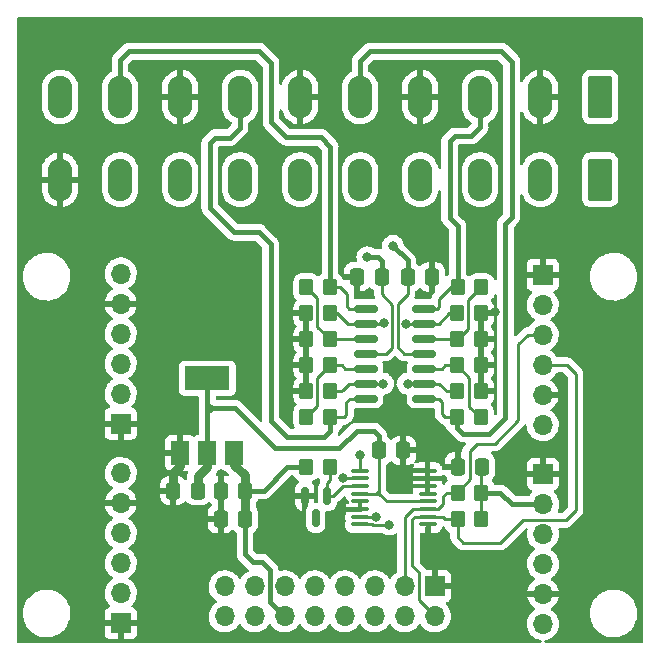
<source format=gbr>
%TF.GenerationSoftware,KiCad,Pcbnew,6.0.8+dfsg-1~bpo11+1*%
%TF.CreationDate,2022-10-31T17:37:34+01:00*%
%TF.ProjectId,rib4outAd_00,72696234-6f75-4744-9164-5f30302e6b69,rev?*%
%TF.SameCoordinates,Original*%
%TF.FileFunction,Copper,L1,Top*%
%TF.FilePolarity,Positive*%
%FSLAX46Y46*%
G04 Gerber Fmt 4.6, Leading zero omitted, Abs format (unit mm)*
G04 Created by KiCad (PCBNEW 6.0.8+dfsg-1~bpo11+1) date 2022-10-31 17:37:34*
%MOMM*%
%LPD*%
G01*
G04 APERTURE LIST*
G04 Aperture macros list*
%AMRoundRect*
0 Rectangle with rounded corners*
0 $1 Rounding radius*
0 $2 $3 $4 $5 $6 $7 $8 $9 X,Y pos of 4 corners*
0 Add a 4 corners polygon primitive as box body*
4,1,4,$2,$3,$4,$5,$6,$7,$8,$9,$2,$3,0*
0 Add four circle primitives for the rounded corners*
1,1,$1+$1,$2,$3*
1,1,$1+$1,$4,$5*
1,1,$1+$1,$6,$7*
1,1,$1+$1,$8,$9*
0 Add four rect primitives between the rounded corners*
20,1,$1+$1,$2,$3,$4,$5,0*
20,1,$1+$1,$4,$5,$6,$7,0*
20,1,$1+$1,$6,$7,$8,$9,0*
20,1,$1+$1,$8,$9,$2,$3,0*%
G04 Aperture macros list end*
%TA.AperFunction,ComponentPad*%
%ADD10RoundRect,0.249999X0.790001X1.550001X-0.790001X1.550001X-0.790001X-1.550001X0.790001X-1.550001X0*%
%TD*%
%TA.AperFunction,ComponentPad*%
%ADD11O,2.080000X3.600000*%
%TD*%
%TA.AperFunction,SMDPad,CuDef*%
%ADD12RoundRect,0.250000X0.350000X0.450000X-0.350000X0.450000X-0.350000X-0.450000X0.350000X-0.450000X0*%
%TD*%
%TA.AperFunction,SMDPad,CuDef*%
%ADD13RoundRect,0.100000X-0.637500X-0.100000X0.637500X-0.100000X0.637500X0.100000X-0.637500X0.100000X0*%
%TD*%
%TA.AperFunction,SMDPad,CuDef*%
%ADD14RoundRect,0.250000X0.337500X0.475000X-0.337500X0.475000X-0.337500X-0.475000X0.337500X-0.475000X0*%
%TD*%
%TA.AperFunction,ComponentPad*%
%ADD15R,1.700000X1.700000*%
%TD*%
%TA.AperFunction,ComponentPad*%
%ADD16O,1.700000X1.700000*%
%TD*%
%TA.AperFunction,SMDPad,CuDef*%
%ADD17RoundRect,0.150000X-0.150000X0.587500X-0.150000X-0.587500X0.150000X-0.587500X0.150000X0.587500X0*%
%TD*%
%TA.AperFunction,SMDPad,CuDef*%
%ADD18RoundRect,0.250000X-0.350000X-0.450000X0.350000X-0.450000X0.350000X0.450000X-0.350000X0.450000X0*%
%TD*%
%TA.AperFunction,SMDPad,CuDef*%
%ADD19R,1.500000X2.000000*%
%TD*%
%TA.AperFunction,SMDPad,CuDef*%
%ADD20R,3.800000X2.000000*%
%TD*%
%TA.AperFunction,SMDPad,CuDef*%
%ADD21RoundRect,0.150000X-0.825000X-0.150000X0.825000X-0.150000X0.825000X0.150000X-0.825000X0.150000X0*%
%TD*%
%TA.AperFunction,SMDPad,CuDef*%
%ADD22RoundRect,0.250000X-0.337500X-0.475000X0.337500X-0.475000X0.337500X0.475000X-0.337500X0.475000X0*%
%TD*%
%TA.AperFunction,ViaPad*%
%ADD23C,0.800000*%
%TD*%
%TA.AperFunction,Conductor*%
%ADD24C,0.400000*%
%TD*%
%TA.AperFunction,Conductor*%
%ADD25C,0.250000*%
%TD*%
%TA.AperFunction,Conductor*%
%ADD26C,0.800000*%
%TD*%
G04 APERTURE END LIST*
D10*
%TO.P,J3,1,Pin_1*%
%TO.N,+VSW*%
X168360000Y-80277500D03*
D11*
%TO.P,J3,2,Pin_2*%
%TO.N,Earth*%
X163280000Y-80277500D03*
%TO.P,J3,3,Pin_3*%
%TO.N,+VSW*%
X158200000Y-80277500D03*
%TO.P,J3,4,Pin_4*%
%TO.N,Earth*%
X153120000Y-80277500D03*
%TO.P,J3,5,Pin_5*%
%TO.N,+VSW*%
X148040000Y-80277500D03*
%TO.P,J3,6,Pin_6*%
%TO.N,Earth*%
X142960000Y-80277500D03*
%TO.P,J3,7,Pin_7*%
%TO.N,+VSW*%
X137880000Y-80277500D03*
%TO.P,J3,8,Pin_8*%
%TO.N,Earth*%
X132800000Y-80277500D03*
%TO.P,J3,9,Pin_9*%
%TO.N,+VSW*%
X127720000Y-80277500D03*
%TO.P,J3,10,Pin_10*%
%TO.N,GNDD*%
X122640000Y-80277500D03*
%TD*%
D12*
%TO.P,R11,1*%
%TO.N,GNDD*%
X158250000Y-93800000D03*
%TO.P,R11,2*%
%TO.N,Net-(R11-Pad2)*%
X156250000Y-93800000D03*
%TD*%
%TO.P,R1,1*%
%TO.N,Net-(R1-Pad1)*%
X145500000Y-104600000D03*
%TO.P,R1,2*%
%TO.N,+12V*%
X143500000Y-104600000D03*
%TD*%
D13*
%TO.P,U3,1,VO_A*%
%TO.N,/VOM1*%
X148037500Y-104925000D03*
%TO.P,U3,2,VO_B*%
%TO.N,/VOM2*%
X148037500Y-105575000D03*
%TO.P,U3,3,VREFH*%
%TO.N,Net-(R1-Pad1)*%
X148037500Y-106225000D03*
%TO.P,U3,4,VDD*%
%TO.N,+5VA*%
X148037500Y-106875000D03*
%TO.P,U3,5,VREFL*%
%TO.N,GNDD*%
X148037500Y-107525000D03*
%TO.P,U3,6,GND*%
X148037500Y-108175000D03*
%TO.P,U3,7,VO_C*%
%TO.N,/VOM3*%
X148037500Y-108825000D03*
%TO.P,U3,8,VO_D*%
%TO.N,/VOM4*%
X148037500Y-109475000D03*
%TO.P,U3,9,LDAC*%
%TO.N,GNDD*%
X153762500Y-109475000D03*
%TO.P,U3,10,SCL*%
%TO.N,/SCL0*%
X153762500Y-108825000D03*
%TO.P,U3,11,SDA*%
%TO.N,/SDA0*%
X153762500Y-108175000D03*
%TO.P,U3,12,IOVDD*%
%TO.N,+5VA*%
X153762500Y-107525000D03*
%TO.P,U3,13,A0*%
%TO.N,GNDD*%
X153762500Y-106875000D03*
%TO.P,U3,14,A1*%
X153762500Y-106225000D03*
%TO.P,U3,15,A2*%
X153762500Y-105575000D03*
%TO.P,U3,16,A3*%
X153762500Y-104925000D03*
%TD*%
D14*
%TO.P,C6,1*%
%TO.N,+12V*%
X149870000Y-88500000D03*
%TO.P,C6,2*%
%TO.N,GNDD*%
X147795000Y-88500000D03*
%TD*%
D15*
%TO.P,J6,1,Pin_1*%
%TO.N,GNDD*%
X127775000Y-117825000D03*
D16*
%TO.P,J6,2,Pin_2*%
%TO.N,+5V*%
X127775000Y-115285000D03*
%TO.P,J6,3,Pin_3*%
%TO.N,/SDA1*%
X127775000Y-112745000D03*
%TO.P,J6,4,Pin_4*%
%TO.N,/SCL1*%
X127775000Y-110205000D03*
%TO.P,J6,5,Pin_5*%
%TO.N,GNDD*%
X127775000Y-107665000D03*
%TO.P,J6,6,Pin_6*%
%TO.N,/VOM3*%
X127775000Y-105125000D03*
%TD*%
D17*
%TO.P,U1,1,K*%
%TO.N,Net-(R1-Pad1)*%
X145250000Y-107062500D03*
%TO.P,U1,2,A*%
%TO.N,GNDD*%
X143350000Y-107062500D03*
%TO.P,U1,3*%
%TO.N,N/C*%
X144300000Y-108937500D03*
%TD*%
D10*
%TO.P,J2,1,Pin_1*%
%TO.N,Earth*%
X168360000Y-73277500D03*
D11*
%TO.P,J2,2,Pin_2*%
%TO.N,GNDD*%
X163280000Y-73277500D03*
%TO.P,J2,3,Pin_3*%
%TO.N,/VO4*%
X158200000Y-73277500D03*
%TO.P,J2,4,Pin_4*%
%TO.N,GNDD*%
X153120000Y-73277500D03*
%TO.P,J2,5,Pin_5*%
%TO.N,/VO3*%
X148040000Y-73277500D03*
%TO.P,J2,6,Pin_6*%
%TO.N,GNDD*%
X142960000Y-73277500D03*
%TO.P,J2,7,Pin_7*%
%TO.N,/VO2*%
X137880000Y-73277500D03*
%TO.P,J2,8,Pin_8*%
%TO.N,GNDD*%
X132800000Y-73277500D03*
%TO.P,J2,9,Pin_9*%
%TO.N,/VO1*%
X127720000Y-73277500D03*
%TO.P,J2,10,Pin_10*%
%TO.N,+VSW*%
X122640000Y-73277500D03*
%TD*%
D12*
%TO.P,R10,1*%
%TO.N,GNDD*%
X158250000Y-96000000D03*
%TO.P,R10,2*%
%TO.N,Net-(R10-Pad2)*%
X156250000Y-96000000D03*
%TD*%
D18*
%TO.P,R5,1*%
%TO.N,GNDD*%
X143500000Y-96000000D03*
%TO.P,R5,2*%
%TO.N,Net-(R5-Pad2)*%
X145500000Y-96000000D03*
%TD*%
D12*
%TO.P,R12,1*%
%TO.N,GNDD*%
X158250000Y-98200000D03*
%TO.P,R12,2*%
%TO.N,/VOM3*%
X156250000Y-98200000D03*
%TD*%
D19*
%TO.P,U2,1,GND*%
%TO.N,GNDD*%
X132800000Y-103400000D03*
D20*
%TO.P,U2,2,VO*%
%TO.N,+5VA*%
X135100000Y-97100000D03*
D19*
X135100000Y-103400000D03*
%TO.P,U2,3,VI*%
%TO.N,+12V*%
X137400000Y-103400000D03*
%TD*%
D21*
%TO.P,U4,1*%
%TO.N,/VO1*%
X148525000Y-91190000D03*
%TO.P,U4,2,-*%
%TO.N,/VOM1*%
X148525000Y-92460000D03*
%TO.P,U4,3,+*%
%TO.N,Net-(R4-Pad2)*%
X148525000Y-93730000D03*
%TO.P,U4,4,V+*%
%TO.N,+12V*%
X148525000Y-95000000D03*
%TO.P,U4,5,+*%
%TO.N,Net-(R5-Pad2)*%
X148525000Y-96270000D03*
%TO.P,U4,6,-*%
%TO.N,/VOM2*%
X148525000Y-97540000D03*
%TO.P,U4,7*%
%TO.N,/VO2*%
X148525000Y-98810000D03*
%TO.P,U4,8*%
%TO.N,/VO3*%
X153475000Y-98810000D03*
%TO.P,U4,9,-*%
%TO.N,/VOM3*%
X153475000Y-97540000D03*
%TO.P,U4,10,+*%
%TO.N,Net-(R10-Pad2)*%
X153475000Y-96270000D03*
%TO.P,U4,11,V-*%
%TO.N,-12V*%
X153475000Y-95000000D03*
%TO.P,U4,12,+*%
%TO.N,Net-(R11-Pad2)*%
X153475000Y-93730000D03*
%TO.P,U4,13,-*%
%TO.N,/VOM4*%
X153475000Y-92460000D03*
%TO.P,U4,14*%
%TO.N,/VO4*%
X153475000Y-91190000D03*
%TD*%
D12*
%TO.P,R15,1*%
%TO.N,Net-(R11-Pad2)*%
X158300000Y-89400000D03*
%TO.P,R15,2*%
%TO.N,/VO4*%
X156300000Y-89400000D03*
%TD*%
D18*
%TO.P,R3,1*%
%TO.N,/SCL0*%
X156300000Y-109000000D03*
%TO.P,R3,2*%
%TO.N,+5V*%
X158300000Y-109000000D03*
%TD*%
D15*
%TO.P,J5,1,Pin_1*%
%TO.N,GNDD*%
X163500000Y-88340000D03*
D16*
%TO.P,J5,2,Pin_2*%
%TO.N,+5V*%
X163500000Y-90880000D03*
%TO.P,J5,3,Pin_3*%
%TO.N,/SDA0*%
X163500000Y-93420000D03*
%TO.P,J5,4,Pin_4*%
%TO.N,/SCL0*%
X163500000Y-95960000D03*
%TO.P,J5,5,Pin_5*%
%TO.N,GNDD*%
X163500000Y-98500000D03*
%TO.P,J5,6,Pin_6*%
%TO.N,/VOM2*%
X163500000Y-101040000D03*
%TD*%
D14*
%TO.P,C4,1*%
%TO.N,+5VA*%
X134300000Y-106600000D03*
%TO.P,C4,2*%
%TO.N,GNDD*%
X132225000Y-106600000D03*
%TD*%
D22*
%TO.P,C3,1*%
%TO.N,+5VA*%
X149625000Y-103200000D03*
%TO.P,C3,2*%
%TO.N,GNDD*%
X151700000Y-103200000D03*
%TD*%
D18*
%TO.P,R8,1*%
%TO.N,Net-(R4-Pad2)*%
X143500000Y-89400000D03*
%TO.P,R8,2*%
%TO.N,/VO1*%
X145500000Y-89400000D03*
%TD*%
%TO.P,R9,1*%
%TO.N,Net-(R5-Pad2)*%
X143500000Y-100400000D03*
%TO.P,R9,2*%
%TO.N,/VO2*%
X145500000Y-100400000D03*
%TD*%
%TO.P,R7,1*%
%TO.N,GNDD*%
X143500000Y-98200000D03*
%TO.P,R7,2*%
%TO.N,/VOM2*%
X145500000Y-98200000D03*
%TD*%
D12*
%TO.P,R14,1*%
%TO.N,Net-(R10-Pad2)*%
X158250000Y-100400000D03*
%TO.P,R14,2*%
%TO.N,/VO3*%
X156250000Y-100400000D03*
%TD*%
D18*
%TO.P,R6,1*%
%TO.N,GNDD*%
X143500000Y-91600000D03*
%TO.P,R6,2*%
%TO.N,/VOM1*%
X145500000Y-91600000D03*
%TD*%
D14*
%TO.P,C1,1*%
%TO.N,+12V*%
X138325000Y-106600000D03*
%TO.P,C1,2*%
%TO.N,GNDD*%
X136250000Y-106600000D03*
%TD*%
D15*
%TO.P,J7,1,Pin_1*%
%TO.N,GNDD*%
X163525000Y-105200000D03*
D16*
%TO.P,J7,2,Pin_2*%
%TO.N,+5V*%
X163525000Y-107740000D03*
%TO.P,J7,3,Pin_3*%
%TO.N,/SDA1*%
X163525000Y-110280000D03*
%TO.P,J7,4,Pin_4*%
%TO.N,/SCL1*%
X163525000Y-112820000D03*
%TO.P,J7,5,Pin_5*%
%TO.N,GNDD*%
X163525000Y-115360000D03*
%TO.P,J7,6,Pin_6*%
%TO.N,/VOM4*%
X163525000Y-117900000D03*
%TD*%
D18*
%TO.P,R2,1*%
%TO.N,/SDA0*%
X156300000Y-106800000D03*
%TO.P,R2,2*%
%TO.N,+5V*%
X158300000Y-106800000D03*
%TD*%
D12*
%TO.P,R13,1*%
%TO.N,GNDD*%
X158250000Y-91600000D03*
%TO.P,R13,2*%
%TO.N,/VOM4*%
X156250000Y-91600000D03*
%TD*%
D14*
%TO.P,C5,1*%
%TO.N,+5V*%
X158375000Y-104600000D03*
%TO.P,C5,2*%
%TO.N,GNDD*%
X156300000Y-104600000D03*
%TD*%
D18*
%TO.P,R4,1*%
%TO.N,GNDD*%
X143500000Y-93800000D03*
%TO.P,R4,2*%
%TO.N,Net-(R4-Pad2)*%
X145500000Y-93800000D03*
%TD*%
D14*
%TO.P,C7,1*%
%TO.N,GNDD*%
X154135000Y-88520000D03*
%TO.P,C7,2*%
%TO.N,-12V*%
X152060000Y-88520000D03*
%TD*%
%TO.P,C2,1*%
%TO.N,+12V*%
X138300000Y-109000000D03*
%TO.P,C2,2*%
%TO.N,GNDD*%
X136225000Y-109000000D03*
%TD*%
D15*
%TO.P,J4,1,Pin_1*%
%TO.N,GNDD*%
X127775000Y-100925000D03*
D16*
%TO.P,J4,2,Pin_2*%
%TO.N,+5V*%
X127775000Y-98385000D03*
%TO.P,J4,3,Pin_3*%
%TO.N,/SDA0*%
X127775000Y-95845000D03*
%TO.P,J4,4,Pin_4*%
%TO.N,/SCL0*%
X127775000Y-93305000D03*
%TO.P,J4,5,Pin_5*%
%TO.N,GNDD*%
X127775000Y-90765000D03*
%TO.P,J4,6,Pin_6*%
%TO.N,/VOM1*%
X127775000Y-88225000D03*
%TD*%
D15*
%TO.P,J1,1,Pin_1*%
%TO.N,GNDD*%
X154370000Y-114710000D03*
D16*
%TO.P,J1,2,Pin_2*%
%TO.N,/SCL0*%
X154370000Y-117250000D03*
%TO.P,J1,3,Pin_3*%
%TO.N,/SDA0*%
X151830000Y-114710000D03*
%TO.P,J1,4,Pin_4*%
%TO.N,/SCL1*%
X151830000Y-117250000D03*
%TO.P,J1,5,Pin_5*%
%TO.N,/SDA1*%
X149290000Y-114710000D03*
%TO.P,J1,6,Pin_6*%
%TO.N,unconnected-(J1-Pad6)*%
X149290000Y-117250000D03*
%TO.P,J1,7,Pin_7*%
%TO.N,unconnected-(J1-Pad7)*%
X146750000Y-114710000D03*
%TO.P,J1,8,Pin_8*%
%TO.N,unconnected-(J1-Pad8)*%
X146750000Y-117250000D03*
%TO.P,J1,9,Pin_9*%
%TO.N,unconnected-(J1-Pad9)*%
X144210000Y-114710000D03*
%TO.P,J1,10,Pin_10*%
%TO.N,+5V*%
X144210000Y-117250000D03*
%TO.P,J1,11,Pin_11*%
%TO.N,-12V*%
X141670000Y-114710000D03*
%TO.P,J1,12,Pin_12*%
%TO.N,+12V*%
X141670000Y-117250000D03*
%TO.P,J1,13,Pin_13*%
%TO.N,GNDD*%
X139130000Y-114710000D03*
%TO.P,J1,14,Pin_14*%
%TO.N,Earth*%
X139130000Y-117250000D03*
%TO.P,J1,15,Pin_15*%
%TO.N,+VSW*%
X136590000Y-114710000D03*
%TO.P,J1,16,Pin_16*%
X136590000Y-117250000D03*
%TD*%
D23*
%TO.N,+12V*%
X148640000Y-86830000D03*
%TO.N,GNDD*%
X155800000Y-102700000D03*
X159500000Y-91500000D03*
X154300000Y-110800000D03*
X146500000Y-108200000D03*
%TO.N,-12V*%
X150820000Y-85860000D03*
%TO.N,/VOM1*%
X150035500Y-92450000D03*
X148070000Y-103560000D03*
%TO.N,/VOM2*%
X150000000Y-97550000D03*
X146630000Y-105500500D03*
%TO.N,/VOM3*%
X152060000Y-97550000D03*
X149390000Y-108810000D03*
%TO.N,/VOM4*%
X150500000Y-109480000D03*
X151934500Y-92470000D03*
%TD*%
D24*
%TO.N,+12V*%
X148640000Y-86830000D02*
X149520000Y-86830000D01*
X139880000Y-106600000D02*
X138325000Y-106600000D01*
D25*
X148525000Y-95000000D02*
X150260000Y-95000000D01*
D26*
X138325000Y-105325000D02*
X138325000Y-106600000D01*
D24*
X143500000Y-104600000D02*
X141880000Y-104600000D01*
X138940000Y-112640000D02*
X138300000Y-112000000D01*
D25*
X149870000Y-89970000D02*
X149870000Y-88500000D01*
D24*
X139720000Y-112640000D02*
X138940000Y-112640000D01*
D26*
X138325000Y-108975000D02*
X138300000Y-109000000D01*
D25*
X150760000Y-90860000D02*
X149870000Y-89970000D01*
D24*
X140420000Y-113340000D02*
X139720000Y-112640000D01*
D25*
X150760000Y-94500000D02*
X150760000Y-90860000D01*
D24*
X149870000Y-87180000D02*
X149870000Y-88500000D01*
X140420000Y-116000000D02*
X140420000Y-113340000D01*
D26*
X137400000Y-104400000D02*
X138325000Y-105325000D01*
D24*
X141880000Y-104600000D02*
X139880000Y-106600000D01*
D25*
X150260000Y-95000000D02*
X150760000Y-94500000D01*
D26*
X137400000Y-103400000D02*
X137400000Y-104400000D01*
D24*
X149520000Y-86830000D02*
X149870000Y-87180000D01*
D26*
X138325000Y-106600000D02*
X138325000Y-108975000D01*
D24*
X138300000Y-112000000D02*
X138300000Y-109000000D01*
X141670000Y-117250000D02*
X140420000Y-116000000D01*
%TO.N,GNDD*%
X159400000Y-91600000D02*
X159500000Y-91500000D01*
D26*
X132800000Y-104530000D02*
X132200000Y-105130000D01*
D24*
X156300000Y-103200000D02*
X155800000Y-102700000D01*
X153762500Y-109475000D02*
X153762500Y-110262500D01*
X153762500Y-110262500D02*
X154300000Y-110800000D01*
D26*
X132200000Y-105130000D02*
X132200000Y-106575000D01*
D24*
X148037500Y-108175000D02*
X146525000Y-108175000D01*
X156300000Y-104600000D02*
X156300000Y-103200000D01*
X146525000Y-108175000D02*
X146500000Y-108200000D01*
X158250000Y-91600000D02*
X159400000Y-91600000D01*
D26*
X132800000Y-103400000D02*
X132800000Y-104530000D01*
X132200000Y-106575000D02*
X132225000Y-106600000D01*
D24*
%TO.N,+5VA*%
X147760000Y-101550000D02*
X146280000Y-103030000D01*
X140830000Y-103030000D02*
X137430000Y-99630000D01*
D25*
X149625000Y-106235000D02*
X149625000Y-106615000D01*
X149625000Y-106235000D02*
X149625000Y-106845000D01*
D24*
X135590000Y-99630000D02*
X135250000Y-99630000D01*
D25*
X153762500Y-107525000D02*
X150305000Y-107525000D01*
D24*
X135460000Y-99630000D02*
X135100000Y-99270000D01*
D25*
X150305000Y-107525000D02*
X149670000Y-106890000D01*
X149125000Y-106875000D02*
X149655000Y-106875000D01*
D24*
X135590000Y-99630000D02*
X135460000Y-99630000D01*
D25*
X149670000Y-106890000D02*
X149510000Y-106730000D01*
D24*
X146280000Y-103030000D02*
X140830000Y-103030000D01*
D25*
X149625000Y-106615000D02*
X149510000Y-106730000D01*
D24*
X149625000Y-101965000D02*
X149210000Y-101550000D01*
X135100000Y-99270000D02*
X135100000Y-99480000D01*
D25*
X149625000Y-103200000D02*
X149625000Y-106235000D01*
X149625000Y-106845000D02*
X149670000Y-106890000D01*
D24*
X135100000Y-97100000D02*
X135100000Y-99270000D01*
X135100000Y-99480000D02*
X135250000Y-99630000D01*
D26*
X135100000Y-104610000D02*
X134300000Y-105410000D01*
X135100000Y-103400000D02*
X135100000Y-104610000D01*
X134300000Y-105410000D02*
X134300000Y-106600000D01*
D24*
X135100000Y-99990000D02*
X135100000Y-103400000D01*
X135460000Y-99630000D02*
X135100000Y-99990000D01*
X135100000Y-99480000D02*
X135100000Y-99990000D01*
D25*
X149510000Y-106730000D02*
X149365000Y-106875000D01*
X149655000Y-106875000D02*
X149670000Y-106890000D01*
D24*
X149210000Y-101550000D02*
X147760000Y-101550000D01*
X137430000Y-99630000D02*
X135590000Y-99630000D01*
D25*
X149125000Y-106875000D02*
X148037500Y-106875000D01*
X149365000Y-106875000D02*
X149125000Y-106875000D01*
D24*
X149625000Y-103200000D02*
X149625000Y-101965000D01*
D25*
%TO.N,+5V*%
X158300000Y-104675000D02*
X158375000Y-104600000D01*
D24*
X159920000Y-106800000D02*
X158300000Y-106800000D01*
X163525000Y-107740000D02*
X160860000Y-107740000D01*
X160860000Y-107740000D02*
X159920000Y-106800000D01*
D25*
X158300000Y-106800000D02*
X158300000Y-109000000D01*
X158300000Y-106800000D02*
X158300000Y-104675000D01*
%TO.N,-12V*%
X151210000Y-90820000D02*
X152060000Y-89970000D01*
X152060000Y-88520000D02*
X152060000Y-89970000D01*
D24*
X150820000Y-85860000D02*
X152060000Y-87100000D01*
D25*
X153475000Y-95000000D02*
X151750000Y-95000000D01*
D24*
X152060000Y-87100000D02*
X152060000Y-88520000D01*
D25*
X151750000Y-95000000D02*
X151210000Y-94460000D01*
X151210000Y-94460000D02*
X151210000Y-90820000D01*
%TO.N,/SCL0*%
X155025000Y-108825000D02*
X153762500Y-108825000D01*
X156300000Y-109000000D02*
X155200000Y-109000000D01*
X152440000Y-112960000D02*
X153005000Y-113525000D01*
X156790000Y-111030000D02*
X159890000Y-111030000D01*
X153005000Y-113525000D02*
X153005000Y-115885000D01*
X156300000Y-110540000D02*
X156790000Y-111030000D01*
X165465000Y-109105000D02*
X166310000Y-108260000D01*
X165540000Y-95960000D02*
X163500000Y-95960000D01*
X166310000Y-96730000D02*
X165540000Y-95960000D01*
X159890000Y-111030000D02*
X161815000Y-109105000D01*
X153762500Y-108825000D02*
X152665000Y-108825000D01*
X155200000Y-109000000D02*
X155025000Y-108825000D01*
X161815000Y-109105000D02*
X165465000Y-109105000D01*
X152440000Y-109050000D02*
X152440000Y-112960000D01*
X156300000Y-109000000D02*
X156300000Y-110540000D01*
X166310000Y-108260000D02*
X166310000Y-96730000D01*
X153005000Y-115885000D02*
X154370000Y-117250000D01*
X152665000Y-108825000D02*
X152440000Y-109050000D01*
%TO.N,/SDA0*%
X153762500Y-108175000D02*
X154635000Y-108175000D01*
X162240000Y-93420000D02*
X163500000Y-93420000D01*
X161430000Y-94230000D02*
X162240000Y-93420000D01*
X156300000Y-106800000D02*
X156300000Y-106690000D01*
X161430000Y-100640000D02*
X161430000Y-94230000D01*
X156300000Y-106690000D02*
X157330000Y-105660000D01*
X154635000Y-108175000D02*
X155080000Y-107730000D01*
X155080000Y-107730000D02*
X155080000Y-107080000D01*
X151830000Y-108880000D02*
X151830000Y-114710000D01*
X155080000Y-107080000D02*
X155360000Y-106800000D01*
X157940000Y-102640000D02*
X159430000Y-102640000D01*
X157330000Y-105660000D02*
X157330000Y-103250000D01*
X153762500Y-108175000D02*
X152535000Y-108175000D01*
X155360000Y-106800000D02*
X156300000Y-106800000D01*
X152535000Y-108175000D02*
X151830000Y-108880000D01*
X159430000Y-102640000D02*
X161430000Y-100640000D01*
X157330000Y-103250000D02*
X157940000Y-102640000D01*
%TO.N,/VO4*%
X156300000Y-89400000D02*
X155710000Y-89400000D01*
D24*
X156300000Y-84180000D02*
X156300000Y-89400000D01*
D25*
X154710000Y-91050000D02*
X154570000Y-91190000D01*
X154570000Y-91190000D02*
X153475000Y-91190000D01*
X154710000Y-90400000D02*
X154710000Y-91050000D01*
D24*
X158200000Y-73277500D02*
X158200000Y-75810000D01*
X157430000Y-76580000D02*
X156070000Y-76580000D01*
X156070000Y-76580000D02*
X155610000Y-77040000D01*
X155610000Y-77040000D02*
X155610000Y-83490000D01*
X158200000Y-75810000D02*
X157430000Y-76580000D01*
D25*
X155710000Y-89400000D02*
X154710000Y-90400000D01*
D24*
X155610000Y-83490000D02*
X156300000Y-84180000D01*
%TO.N,/VO3*%
X160330000Y-100450000D02*
X158990000Y-101790000D01*
X160330000Y-84010000D02*
X160330000Y-100450000D01*
D25*
X155270000Y-100400000D02*
X156250000Y-100400000D01*
X153475000Y-98810000D02*
X154720000Y-98810000D01*
X154720000Y-98810000D02*
X155000000Y-99090000D01*
D24*
X158990000Y-101790000D02*
X156740000Y-101790000D01*
D25*
X155000000Y-100130000D02*
X155270000Y-100400000D01*
D24*
X160000000Y-69400000D02*
X160880000Y-70280000D01*
X148040000Y-70260000D02*
X148900000Y-69400000D01*
X148900000Y-69400000D02*
X160000000Y-69400000D01*
X156250000Y-101300000D02*
X156250000Y-100400000D01*
D25*
X155000000Y-99090000D02*
X155000000Y-100130000D01*
D24*
X148040000Y-73277500D02*
X148040000Y-70260000D01*
X160880000Y-70280000D02*
X160880000Y-83460000D01*
X160880000Y-83460000D02*
X160330000Y-84010000D01*
X156740000Y-101790000D02*
X156250000Y-101300000D01*
%TO.N,/VO2*%
X140460000Y-100720000D02*
X140460000Y-85730000D01*
X145500000Y-100400000D02*
X145500000Y-101560000D01*
X144970000Y-102090000D02*
X141830000Y-102090000D01*
X137880000Y-73277500D02*
X137880000Y-75870000D01*
X135320000Y-77170000D02*
X135780000Y-76710000D01*
X140460000Y-85730000D02*
X139460000Y-84730000D01*
D25*
X146660000Y-100400000D02*
X145500000Y-100400000D01*
X148525000Y-98810000D02*
X147180000Y-98810000D01*
D24*
X137880000Y-75870000D02*
X137040000Y-76710000D01*
X145500000Y-101560000D02*
X144970000Y-102090000D01*
D25*
X146860000Y-100200000D02*
X146660000Y-100400000D01*
X147180000Y-98810000D02*
X146860000Y-99130000D01*
D24*
X139460000Y-84730000D02*
X137360000Y-84730000D01*
X141830000Y-102090000D02*
X140460000Y-100720000D01*
X135320000Y-82690000D02*
X135320000Y-77170000D01*
X137360000Y-84730000D02*
X135320000Y-82690000D01*
X135780000Y-76710000D02*
X137040000Y-76710000D01*
D25*
X146860000Y-99130000D02*
X146860000Y-100200000D01*
%TO.N,/VO1*%
X147120000Y-91190000D02*
X148525000Y-91190000D01*
X146900000Y-89960000D02*
X146900000Y-90970000D01*
X146340000Y-89400000D02*
X146900000Y-89960000D01*
D24*
X140500000Y-70400000D02*
X140500000Y-75380000D01*
X144700000Y-76680000D02*
X145500000Y-77480000D01*
X139500000Y-69400000D02*
X140500000Y-70400000D01*
X141800000Y-76680000D02*
X144700000Y-76680000D01*
X127720000Y-73277500D02*
X127720000Y-70180000D01*
X128500000Y-69400000D02*
X139500000Y-69400000D01*
X140500000Y-75380000D02*
X141800000Y-76680000D01*
D25*
X146900000Y-90970000D02*
X147120000Y-91190000D01*
X145500000Y-89400000D02*
X146340000Y-89400000D01*
D24*
X145500000Y-77480000D02*
X145500000Y-89400000D01*
X127720000Y-70180000D02*
X128500000Y-69400000D01*
D25*
%TO.N,/VOM1*%
X146980000Y-92460000D02*
X148525000Y-92460000D01*
X148525000Y-92460000D02*
X150025500Y-92460000D01*
X148070000Y-103560000D02*
X148070000Y-104892500D01*
X146120000Y-91600000D02*
X146980000Y-92460000D01*
X148070000Y-104892500D02*
X148037500Y-104925000D01*
X150025500Y-92460000D02*
X150035500Y-92450000D01*
X145500000Y-91600000D02*
X146120000Y-91600000D01*
%TO.N,/VOM2*%
X146450000Y-98200000D02*
X146600000Y-98050000D01*
X148037500Y-105575000D02*
X146704500Y-105575000D01*
X147110000Y-97540000D02*
X146600000Y-98050000D01*
X150000000Y-97550000D02*
X148535000Y-97550000D01*
X145500000Y-98200000D02*
X146450000Y-98200000D01*
X148535000Y-97550000D02*
X148525000Y-97540000D01*
X146704500Y-105575000D02*
X146630000Y-105500500D01*
X148525000Y-97540000D02*
X147110000Y-97540000D01*
%TO.N,/VOM3*%
X148052500Y-108810000D02*
X148037500Y-108825000D01*
X152070000Y-97540000D02*
X152060000Y-97550000D01*
X153475000Y-97540000D02*
X152070000Y-97540000D01*
X154700000Y-97540000D02*
X155360000Y-98200000D01*
X155360000Y-98200000D02*
X156250000Y-98200000D01*
X153475000Y-97540000D02*
X154700000Y-97540000D01*
X149390000Y-108810000D02*
X148052500Y-108810000D01*
%TO.N,Net-(R1-Pad1)*%
X145500000Y-104600000D02*
X145500000Y-105670000D01*
X145500000Y-105670000D02*
X145250000Y-105920000D01*
X145250000Y-105920000D02*
X145250000Y-107062500D01*
X145757500Y-107062500D02*
X145250000Y-107062500D01*
X146595000Y-106225000D02*
X145757500Y-107062500D01*
X148037500Y-106225000D02*
X146595000Y-106225000D01*
%TO.N,Net-(R4-Pad2)*%
X148525000Y-93730000D02*
X146890000Y-93730000D01*
X144425000Y-92725000D02*
X145500000Y-93800000D01*
X144425000Y-90325000D02*
X144425000Y-92725000D01*
X143500000Y-89400000D02*
X144425000Y-90325000D01*
X146890000Y-93730000D02*
X146820000Y-93800000D01*
X145500000Y-93800000D02*
X146820000Y-93800000D01*
%TO.N,Net-(R5-Pad2)*%
X145500000Y-96000000D02*
X144425000Y-97075000D01*
X146520000Y-96000000D02*
X146790000Y-96270000D01*
X146790000Y-96270000D02*
X148525000Y-96270000D01*
X144425000Y-99475000D02*
X143500000Y-100400000D01*
X145500000Y-96000000D02*
X146520000Y-96000000D01*
X144425000Y-97075000D02*
X144425000Y-99475000D01*
%TO.N,Net-(R10-Pad2)*%
X156250000Y-96000000D02*
X157300000Y-97050000D01*
X157300000Y-99500000D02*
X158200000Y-100400000D01*
X153475000Y-96270000D02*
X154980000Y-96270000D01*
X154980000Y-96270000D02*
X155250000Y-96000000D01*
X158200000Y-100400000D02*
X158250000Y-100400000D01*
X157300000Y-97050000D02*
X157300000Y-99500000D01*
X156250000Y-96000000D02*
X155250000Y-96000000D01*
%TO.N,Net-(R11-Pad2)*%
X155120000Y-93730000D02*
X155190000Y-93800000D01*
X153475000Y-93730000D02*
X155120000Y-93730000D01*
X158300000Y-89400000D02*
X157200000Y-90500000D01*
X157200000Y-90500000D02*
X157200000Y-92950000D01*
X156250000Y-93800000D02*
X155190000Y-93800000D01*
X157200000Y-92950000D02*
X156350000Y-93800000D01*
X156350000Y-93800000D02*
X156250000Y-93800000D01*
%TO.N,/VOM4*%
X151944500Y-92460000D02*
X151934500Y-92470000D01*
X154690000Y-92460000D02*
X153475000Y-92460000D01*
X149095000Y-109535000D02*
X150445000Y-109535000D01*
X149035000Y-109475000D02*
X148037500Y-109475000D01*
X156250000Y-91600000D02*
X155550000Y-91600000D01*
X153475000Y-92460000D02*
X151944500Y-92460000D01*
X155550000Y-91600000D02*
X154690000Y-92460000D01*
X150445000Y-109535000D02*
X150500000Y-109480000D01*
X149035000Y-109475000D02*
X149095000Y-109535000D01*
%TD*%
%TA.AperFunction,Conductor*%
%TO.N,GNDD*%
G36*
X171933621Y-66528502D02*
G01*
X171980114Y-66582158D01*
X171991500Y-66634500D01*
X171991500Y-119365500D01*
X171971498Y-119433621D01*
X171917842Y-119480114D01*
X171865500Y-119491500D01*
X163768588Y-119491500D01*
X163700467Y-119471498D01*
X163653974Y-119417842D01*
X163643870Y-119347568D01*
X163673364Y-119282988D01*
X163733090Y-119244604D01*
X163752578Y-119240521D01*
X163803288Y-119234025D01*
X163803289Y-119234025D01*
X163808416Y-119233368D01*
X163813366Y-119231883D01*
X164017429Y-119170661D01*
X164017434Y-119170659D01*
X164022384Y-119169174D01*
X164222994Y-119070896D01*
X164404860Y-118941173D01*
X164433078Y-118913054D01*
X164559435Y-118787137D01*
X164563096Y-118783489D01*
X164568478Y-118776000D01*
X164690435Y-118606277D01*
X164693453Y-118602077D01*
X164703434Y-118581883D01*
X164790136Y-118406453D01*
X164790137Y-118406451D01*
X164792430Y-118401811D01*
X164857370Y-118188069D01*
X164886529Y-117966590D01*
X164886611Y-117963240D01*
X164888074Y-117903365D01*
X164888074Y-117903361D01*
X164888156Y-117900000D01*
X164869852Y-117677361D01*
X164815431Y-117460702D01*
X164726354Y-117255840D01*
X164605014Y-117068277D01*
X164523704Y-116978918D01*
X167486917Y-116978918D01*
X167487334Y-116986156D01*
X167502682Y-117252320D01*
X167555405Y-117521053D01*
X167556792Y-117525103D01*
X167556793Y-117525108D01*
X167642723Y-117776088D01*
X167644112Y-117780144D01*
X167673238Y-117838054D01*
X167742837Y-117976437D01*
X167767160Y-118024799D01*
X167769586Y-118028328D01*
X167769589Y-118028334D01*
X167838976Y-118129292D01*
X167922274Y-118250490D01*
X167925161Y-118253663D01*
X167925162Y-118253664D01*
X168103692Y-118449867D01*
X168106582Y-118453043D01*
X168316675Y-118628707D01*
X168320316Y-118630991D01*
X168545024Y-118771951D01*
X168545028Y-118771953D01*
X168548664Y-118774234D01*
X168616544Y-118804883D01*
X168794345Y-118885164D01*
X168794349Y-118885166D01*
X168798257Y-118886930D01*
X168802377Y-118888150D01*
X168802376Y-118888150D01*
X169056723Y-118963491D01*
X169056727Y-118963492D01*
X169060836Y-118964709D01*
X169065070Y-118965357D01*
X169065075Y-118965358D01*
X169327298Y-119005483D01*
X169327300Y-119005483D01*
X169331540Y-119006132D01*
X169470912Y-119008322D01*
X169601071Y-119010367D01*
X169601077Y-119010367D01*
X169605362Y-119010434D01*
X169877235Y-118977534D01*
X170142127Y-118908041D01*
X170146087Y-118906401D01*
X170146092Y-118906399D01*
X170268631Y-118855641D01*
X170395136Y-118803241D01*
X170513359Y-118734157D01*
X170627879Y-118667237D01*
X170627880Y-118667236D01*
X170631582Y-118665073D01*
X170847089Y-118496094D01*
X170888809Y-118453043D01*
X171034686Y-118302509D01*
X171037669Y-118299431D01*
X171040202Y-118295983D01*
X171040206Y-118295978D01*
X171197257Y-118082178D01*
X171199795Y-118078723D01*
X171227154Y-118028334D01*
X171328418Y-117841830D01*
X171328419Y-117841828D01*
X171330468Y-117838054D01*
X171427269Y-117581877D01*
X171461069Y-117434297D01*
X171487449Y-117319117D01*
X171487450Y-117319113D01*
X171488407Y-117314933D01*
X171494502Y-117246646D01*
X171512531Y-117044627D01*
X171512531Y-117044625D01*
X171512751Y-117042161D01*
X171513193Y-117000000D01*
X171508444Y-116930331D01*
X171494859Y-116731055D01*
X171494858Y-116731049D01*
X171494567Y-116726778D01*
X171477995Y-116646753D01*
X171462274Y-116570842D01*
X171439032Y-116458612D01*
X171347617Y-116200465D01*
X171245916Y-116003424D01*
X171223978Y-115960919D01*
X171223978Y-115960918D01*
X171222013Y-115957112D01*
X171218487Y-115952094D01*
X171121186Y-115813649D01*
X171064545Y-115733057D01*
X170990068Y-115652910D01*
X170881046Y-115535588D01*
X170881043Y-115535585D01*
X170878125Y-115532445D01*
X170874810Y-115529731D01*
X170874806Y-115529728D01*
X170698159Y-115385144D01*
X170666205Y-115358990D01*
X170432704Y-115215901D01*
X170423387Y-115211811D01*
X170185873Y-115107549D01*
X170185869Y-115107548D01*
X170181945Y-115105825D01*
X169918566Y-115030800D01*
X169914324Y-115030196D01*
X169914318Y-115030195D01*
X169688589Y-114998069D01*
X169647443Y-114992213D01*
X169503589Y-114991460D01*
X169377877Y-114990802D01*
X169377871Y-114990802D01*
X169373591Y-114990780D01*
X169369347Y-114991339D01*
X169369343Y-114991339D01*
X169250302Y-115007011D01*
X169102078Y-115026525D01*
X169097938Y-115027658D01*
X169097936Y-115027658D01*
X169025008Y-115047609D01*
X168837928Y-115098788D01*
X168833980Y-115100472D01*
X168589982Y-115204546D01*
X168589978Y-115204548D01*
X168586030Y-115206232D01*
X168467414Y-115277222D01*
X168354725Y-115344664D01*
X168354721Y-115344667D01*
X168351043Y-115346868D01*
X168137318Y-115518094D01*
X168069754Y-115589292D01*
X167976467Y-115687596D01*
X167948808Y-115716742D01*
X167789002Y-115939136D01*
X167660857Y-116181161D01*
X167659385Y-116185184D01*
X167659383Y-116185188D01*
X167582089Y-116396403D01*
X167566743Y-116438337D01*
X167508404Y-116705907D01*
X167507092Y-116722581D01*
X167491278Y-116923514D01*
X167486917Y-116978918D01*
X164523704Y-116978918D01*
X164454670Y-116903051D01*
X164450619Y-116899852D01*
X164450615Y-116899848D01*
X164283414Y-116767800D01*
X164283410Y-116767798D01*
X164279359Y-116764598D01*
X164237569Y-116741529D01*
X164187598Y-116691097D01*
X164172826Y-116621654D01*
X164197942Y-116555248D01*
X164225294Y-116528641D01*
X164400328Y-116403792D01*
X164408200Y-116397139D01*
X164559052Y-116246812D01*
X164565730Y-116238965D01*
X164690003Y-116066020D01*
X164695313Y-116057183D01*
X164789670Y-115866267D01*
X164793469Y-115856672D01*
X164855377Y-115652910D01*
X164857555Y-115642837D01*
X164858986Y-115631962D01*
X164856775Y-115617778D01*
X164843617Y-115614000D01*
X162208225Y-115614000D01*
X162194694Y-115617973D01*
X162193257Y-115627966D01*
X162223565Y-115762446D01*
X162226645Y-115772275D01*
X162306770Y-115969603D01*
X162311413Y-115978794D01*
X162422694Y-116160388D01*
X162428777Y-116168699D01*
X162568213Y-116329667D01*
X162575580Y-116336883D01*
X162739434Y-116472916D01*
X162747881Y-116478831D01*
X162816969Y-116519203D01*
X162865693Y-116570842D01*
X162878764Y-116640625D01*
X162852033Y-116706396D01*
X162811584Y-116739752D01*
X162798607Y-116746507D01*
X162794474Y-116749610D01*
X162794471Y-116749612D01*
X162630601Y-116872649D01*
X162619965Y-116880635D01*
X162616393Y-116884373D01*
X162479442Y-117027684D01*
X162465629Y-117042138D01*
X162339743Y-117226680D01*
X162298008Y-117316590D01*
X162275540Y-117364995D01*
X162245688Y-117429305D01*
X162185989Y-117644570D01*
X162162251Y-117866695D01*
X162162548Y-117871848D01*
X162162548Y-117871851D01*
X162171146Y-118020968D01*
X162175110Y-118089715D01*
X162176247Y-118094761D01*
X162176248Y-118094767D01*
X162184029Y-118129292D01*
X162224222Y-118307639D01*
X162262461Y-118401811D01*
X162301822Y-118498745D01*
X162308266Y-118514616D01*
X162334352Y-118557185D01*
X162398843Y-118662424D01*
X162424987Y-118705088D01*
X162571250Y-118873938D01*
X162743126Y-119016632D01*
X162936000Y-119129338D01*
X163144692Y-119209030D01*
X163149760Y-119210061D01*
X163149763Y-119210062D01*
X163306891Y-119242030D01*
X163369656Y-119275211D01*
X163404518Y-119337059D01*
X163400409Y-119407937D01*
X163358632Y-119465341D01*
X163292453Y-119491046D01*
X163281770Y-119491500D01*
X119134500Y-119491500D01*
X119066379Y-119471498D01*
X119019886Y-119417842D01*
X119008500Y-119365500D01*
X119008500Y-116978918D01*
X119486917Y-116978918D01*
X119487334Y-116986156D01*
X119502682Y-117252320D01*
X119555405Y-117521053D01*
X119556792Y-117525103D01*
X119556793Y-117525108D01*
X119642723Y-117776088D01*
X119644112Y-117780144D01*
X119673238Y-117838054D01*
X119742837Y-117976437D01*
X119767160Y-118024799D01*
X119769586Y-118028328D01*
X119769589Y-118028334D01*
X119838976Y-118129292D01*
X119922274Y-118250490D01*
X119925161Y-118253663D01*
X119925162Y-118253664D01*
X120103692Y-118449867D01*
X120106582Y-118453043D01*
X120316675Y-118628707D01*
X120320316Y-118630991D01*
X120545024Y-118771951D01*
X120545028Y-118771953D01*
X120548664Y-118774234D01*
X120616544Y-118804883D01*
X120794345Y-118885164D01*
X120794349Y-118885166D01*
X120798257Y-118886930D01*
X120802377Y-118888150D01*
X120802376Y-118888150D01*
X121056723Y-118963491D01*
X121056727Y-118963492D01*
X121060836Y-118964709D01*
X121065070Y-118965357D01*
X121065075Y-118965358D01*
X121327298Y-119005483D01*
X121327300Y-119005483D01*
X121331540Y-119006132D01*
X121470912Y-119008322D01*
X121601071Y-119010367D01*
X121601077Y-119010367D01*
X121605362Y-119010434D01*
X121877235Y-118977534D01*
X122142127Y-118908041D01*
X122146087Y-118906401D01*
X122146092Y-118906399D01*
X122268631Y-118855641D01*
X122395136Y-118803241D01*
X122513359Y-118734157D01*
X122538152Y-118719669D01*
X126417001Y-118719669D01*
X126417371Y-118726490D01*
X126422895Y-118777352D01*
X126426521Y-118792604D01*
X126471676Y-118913054D01*
X126480214Y-118928649D01*
X126556715Y-119030724D01*
X126569276Y-119043285D01*
X126671351Y-119119786D01*
X126686946Y-119128324D01*
X126807394Y-119173478D01*
X126822649Y-119177105D01*
X126873514Y-119182631D01*
X126880328Y-119183000D01*
X127502885Y-119183000D01*
X127518124Y-119178525D01*
X127519329Y-119177135D01*
X127521000Y-119169452D01*
X127521000Y-119164884D01*
X128029000Y-119164884D01*
X128033475Y-119180123D01*
X128034865Y-119181328D01*
X128042548Y-119182999D01*
X128669669Y-119182999D01*
X128676490Y-119182629D01*
X128727352Y-119177105D01*
X128742604Y-119173479D01*
X128863054Y-119128324D01*
X128878649Y-119119786D01*
X128980724Y-119043285D01*
X128993285Y-119030724D01*
X129069786Y-118928649D01*
X129078324Y-118913054D01*
X129123478Y-118792606D01*
X129127105Y-118777351D01*
X129132631Y-118726486D01*
X129133000Y-118719672D01*
X129133000Y-118097115D01*
X129128525Y-118081876D01*
X129127135Y-118080671D01*
X129119452Y-118079000D01*
X128047115Y-118079000D01*
X128031876Y-118083475D01*
X128030671Y-118084865D01*
X128029000Y-118092548D01*
X128029000Y-119164884D01*
X127521000Y-119164884D01*
X127521000Y-118097115D01*
X127516525Y-118081876D01*
X127515135Y-118080671D01*
X127507452Y-118079000D01*
X126435116Y-118079000D01*
X126419877Y-118083475D01*
X126418672Y-118084865D01*
X126417001Y-118092548D01*
X126417001Y-118719669D01*
X122538152Y-118719669D01*
X122627879Y-118667237D01*
X122627880Y-118667236D01*
X122631582Y-118665073D01*
X122847089Y-118496094D01*
X122888809Y-118453043D01*
X123034686Y-118302509D01*
X123037669Y-118299431D01*
X123040202Y-118295983D01*
X123040206Y-118295978D01*
X123197257Y-118082178D01*
X123199795Y-118078723D01*
X123227154Y-118028334D01*
X123328418Y-117841830D01*
X123328419Y-117841828D01*
X123330468Y-117838054D01*
X123427269Y-117581877D01*
X123461069Y-117434297D01*
X123487449Y-117319117D01*
X123487450Y-117319113D01*
X123488407Y-117314933D01*
X123494502Y-117246646D01*
X123512531Y-117044627D01*
X123512531Y-117044625D01*
X123512751Y-117042161D01*
X123513193Y-117000000D01*
X123508444Y-116930331D01*
X123494859Y-116731055D01*
X123494858Y-116731049D01*
X123494567Y-116726778D01*
X123477995Y-116646753D01*
X123462274Y-116570842D01*
X123439032Y-116458612D01*
X123347617Y-116200465D01*
X123245916Y-116003424D01*
X123223978Y-115960919D01*
X123223978Y-115960918D01*
X123222013Y-115957112D01*
X123218487Y-115952094D01*
X123121186Y-115813649D01*
X123064545Y-115733057D01*
X122990068Y-115652910D01*
X122881046Y-115535588D01*
X122881043Y-115535585D01*
X122878125Y-115532445D01*
X122874810Y-115529731D01*
X122874806Y-115529728D01*
X122698159Y-115385144D01*
X122666205Y-115358990D01*
X122491115Y-115251695D01*
X126412251Y-115251695D01*
X126412548Y-115256848D01*
X126412548Y-115256851D01*
X126421553Y-115413028D01*
X126425110Y-115474715D01*
X126426247Y-115479761D01*
X126426248Y-115479767D01*
X126446119Y-115567939D01*
X126474222Y-115692639D01*
X126529523Y-115828831D01*
X126550665Y-115880896D01*
X126558266Y-115899616D01*
X126595832Y-115960919D01*
X126654341Y-116056396D01*
X126674987Y-116090088D01*
X126821250Y-116258938D01*
X126825225Y-116262238D01*
X126825231Y-116262244D01*
X126830425Y-116266556D01*
X126870059Y-116325460D01*
X126871555Y-116396441D01*
X126834439Y-116456962D01*
X126794168Y-116481480D01*
X126686946Y-116521676D01*
X126671351Y-116530214D01*
X126569276Y-116606715D01*
X126556715Y-116619276D01*
X126480214Y-116721351D01*
X126471676Y-116736946D01*
X126426522Y-116857394D01*
X126422895Y-116872649D01*
X126417369Y-116923514D01*
X126417000Y-116930328D01*
X126417000Y-117552885D01*
X126421475Y-117568124D01*
X126422865Y-117569329D01*
X126430548Y-117571000D01*
X129114884Y-117571000D01*
X129130123Y-117566525D01*
X129131328Y-117565135D01*
X129132999Y-117557452D01*
X129132999Y-116930331D01*
X129132629Y-116923510D01*
X129127105Y-116872648D01*
X129123479Y-116857396D01*
X129078324Y-116736946D01*
X129069786Y-116721351D01*
X128993285Y-116619276D01*
X128980724Y-116606715D01*
X128878649Y-116530214D01*
X128863054Y-116521676D01*
X128752813Y-116480348D01*
X128696049Y-116437706D01*
X128671349Y-116371145D01*
X128686557Y-116301796D01*
X128708104Y-116273115D01*
X128809430Y-116172144D01*
X128809440Y-116172132D01*
X128813096Y-116168489D01*
X128846686Y-116121744D01*
X128940435Y-115991277D01*
X128943453Y-115987077D01*
X128949237Y-115975375D01*
X129040136Y-115791453D01*
X129040137Y-115791451D01*
X129042430Y-115786811D01*
X129107370Y-115573069D01*
X129136529Y-115351590D01*
X129136611Y-115348240D01*
X129138074Y-115288365D01*
X129138074Y-115288361D01*
X129138156Y-115285000D01*
X129119852Y-115062361D01*
X129065431Y-114845702D01*
X128976354Y-114640840D01*
X128901257Y-114524757D01*
X128857822Y-114457617D01*
X128857820Y-114457614D01*
X128855014Y-114453277D01*
X128704670Y-114288051D01*
X128700619Y-114284852D01*
X128700615Y-114284848D01*
X128533414Y-114152800D01*
X128533410Y-114152798D01*
X128529359Y-114149598D01*
X128488053Y-114126796D01*
X128438084Y-114076364D01*
X128423312Y-114006921D01*
X128448428Y-113940516D01*
X128475780Y-113913909D01*
X128531090Y-113874457D01*
X128654860Y-113786173D01*
X128813096Y-113628489D01*
X128851821Y-113574598D01*
X128940435Y-113451277D01*
X128943453Y-113447077D01*
X128947028Y-113439845D01*
X129040136Y-113251453D01*
X129040137Y-113251451D01*
X129042430Y-113246811D01*
X129084583Y-113108069D01*
X129105865Y-113038023D01*
X129105865Y-113038021D01*
X129107370Y-113033069D01*
X129136529Y-112811590D01*
X129138156Y-112745000D01*
X129119852Y-112522361D01*
X129065431Y-112305702D01*
X128976354Y-112100840D01*
X128925223Y-112021803D01*
X128857822Y-111917617D01*
X128857820Y-111917614D01*
X128855014Y-111913277D01*
X128704670Y-111748051D01*
X128700619Y-111744852D01*
X128700615Y-111744848D01*
X128533414Y-111612800D01*
X128533410Y-111612798D01*
X128529359Y-111609598D01*
X128488053Y-111586796D01*
X128438084Y-111536364D01*
X128423312Y-111466921D01*
X128448428Y-111400516D01*
X128475780Y-111373909D01*
X128519603Y-111342650D01*
X128654860Y-111246173D01*
X128813096Y-111088489D01*
X128872594Y-111005689D01*
X128940435Y-110911277D01*
X128943453Y-110907077D01*
X128951978Y-110889829D01*
X129040136Y-110711453D01*
X129040137Y-110711451D01*
X129042430Y-110706811D01*
X129107370Y-110493069D01*
X129136529Y-110271590D01*
X129136611Y-110268240D01*
X129138074Y-110208365D01*
X129138074Y-110208361D01*
X129138156Y-110205000D01*
X129119852Y-109982361D01*
X129065431Y-109765702D01*
X128976354Y-109560840D01*
X128951289Y-109522095D01*
X135129501Y-109522095D01*
X135129838Y-109528614D01*
X135139757Y-109624206D01*
X135142649Y-109637600D01*
X135194088Y-109791784D01*
X135200261Y-109804962D01*
X135285563Y-109942807D01*
X135294599Y-109954208D01*
X135409329Y-110068739D01*
X135420740Y-110077751D01*
X135558743Y-110162816D01*
X135571924Y-110168963D01*
X135726210Y-110220138D01*
X135739586Y-110223005D01*
X135833938Y-110232672D01*
X135840354Y-110233000D01*
X135952885Y-110233000D01*
X135968124Y-110228525D01*
X135969329Y-110227135D01*
X135971000Y-110219452D01*
X135971000Y-109272115D01*
X135966525Y-109256876D01*
X135965135Y-109255671D01*
X135957452Y-109254000D01*
X135147616Y-109254000D01*
X135132377Y-109258475D01*
X135131172Y-109259865D01*
X135129501Y-109267548D01*
X135129501Y-109522095D01*
X128951289Y-109522095D01*
X128855014Y-109373277D01*
X128704670Y-109208051D01*
X128700619Y-109204852D01*
X128700615Y-109204848D01*
X128533414Y-109072800D01*
X128533410Y-109072798D01*
X128529359Y-109069598D01*
X128487569Y-109046529D01*
X128437598Y-108996097D01*
X128422826Y-108926654D01*
X128447942Y-108860248D01*
X128475294Y-108833641D01*
X128650328Y-108708792D01*
X128658200Y-108702139D01*
X128809052Y-108551812D01*
X128815730Y-108543965D01*
X128940003Y-108371020D01*
X128945313Y-108362183D01*
X129039672Y-108171263D01*
X129043469Y-108161672D01*
X129105377Y-107957910D01*
X129107555Y-107947837D01*
X129108986Y-107936962D01*
X129106775Y-107922778D01*
X129093617Y-107919000D01*
X126458225Y-107919000D01*
X126444694Y-107922973D01*
X126443257Y-107932966D01*
X126473565Y-108067446D01*
X126476645Y-108077275D01*
X126556770Y-108274603D01*
X126561413Y-108283794D01*
X126672694Y-108465388D01*
X126678777Y-108473699D01*
X126818213Y-108634667D01*
X126825580Y-108641883D01*
X126989434Y-108777916D01*
X126997881Y-108783831D01*
X127066969Y-108824203D01*
X127115693Y-108875842D01*
X127128764Y-108945625D01*
X127102033Y-109011396D01*
X127061584Y-109044752D01*
X127048607Y-109051507D01*
X127044474Y-109054610D01*
X127044471Y-109054612D01*
X126917426Y-109150000D01*
X126869965Y-109185635D01*
X126715629Y-109347138D01*
X126589743Y-109531680D01*
X126551121Y-109614884D01*
X126500716Y-109723474D01*
X126495688Y-109734305D01*
X126435989Y-109949570D01*
X126412251Y-110171695D01*
X126412548Y-110176848D01*
X126412548Y-110176851D01*
X126422307Y-110346109D01*
X126425110Y-110394715D01*
X126426247Y-110399761D01*
X126426248Y-110399767D01*
X126446096Y-110487836D01*
X126474222Y-110612639D01*
X126512201Y-110706170D01*
X126540904Y-110776857D01*
X126558266Y-110819616D01*
X126560965Y-110824020D01*
X126672052Y-111005298D01*
X126674987Y-111010088D01*
X126821250Y-111178938D01*
X126993126Y-111321632D01*
X127063595Y-111362811D01*
X127066445Y-111364476D01*
X127115169Y-111416114D01*
X127128240Y-111485897D01*
X127101509Y-111551669D01*
X127061055Y-111585027D01*
X127048607Y-111591507D01*
X127044474Y-111594610D01*
X127044471Y-111594612D01*
X126874100Y-111722530D01*
X126869965Y-111725635D01*
X126715629Y-111887138D01*
X126589743Y-112071680D01*
X126495688Y-112274305D01*
X126435989Y-112489570D01*
X126412251Y-112711695D01*
X126412548Y-112716848D01*
X126412548Y-112716851D01*
X126418011Y-112811590D01*
X126425110Y-112934715D01*
X126426247Y-112939761D01*
X126426248Y-112939767D01*
X126442012Y-113009715D01*
X126474222Y-113152639D01*
X126534282Y-113300551D01*
X126555294Y-113352296D01*
X126558266Y-113359616D01*
X126567388Y-113374501D01*
X126660396Y-113526277D01*
X126674987Y-113550088D01*
X126821250Y-113718938D01*
X126993126Y-113861632D01*
X127021611Y-113878277D01*
X127066445Y-113904476D01*
X127115169Y-113956114D01*
X127128240Y-114025897D01*
X127101509Y-114091669D01*
X127061055Y-114125027D01*
X127048607Y-114131507D01*
X127044474Y-114134610D01*
X127044471Y-114134612D01*
X126874100Y-114262530D01*
X126869965Y-114265635D01*
X126715629Y-114427138D01*
X126712715Y-114431410D01*
X126712714Y-114431411D01*
X126696916Y-114454570D01*
X126589743Y-114611680D01*
X126552635Y-114691623D01*
X126513195Y-114776590D01*
X126495688Y-114814305D01*
X126435989Y-115029570D01*
X126412251Y-115251695D01*
X122491115Y-115251695D01*
X122432704Y-115215901D01*
X122423387Y-115211811D01*
X122185873Y-115107549D01*
X122185869Y-115107548D01*
X122181945Y-115105825D01*
X121918566Y-115030800D01*
X121914324Y-115030196D01*
X121914318Y-115030195D01*
X121688589Y-114998069D01*
X121647443Y-114992213D01*
X121503589Y-114991460D01*
X121377877Y-114990802D01*
X121377871Y-114990802D01*
X121373591Y-114990780D01*
X121369347Y-114991339D01*
X121369343Y-114991339D01*
X121250302Y-115007011D01*
X121102078Y-115026525D01*
X121097938Y-115027658D01*
X121097936Y-115027658D01*
X121025008Y-115047609D01*
X120837928Y-115098788D01*
X120833980Y-115100472D01*
X120589982Y-115204546D01*
X120589978Y-115204548D01*
X120586030Y-115206232D01*
X120467414Y-115277222D01*
X120354725Y-115344664D01*
X120354721Y-115344667D01*
X120351043Y-115346868D01*
X120137318Y-115518094D01*
X120069754Y-115589292D01*
X119976467Y-115687596D01*
X119948808Y-115716742D01*
X119789002Y-115939136D01*
X119660857Y-116181161D01*
X119659385Y-116185184D01*
X119659383Y-116185188D01*
X119582089Y-116396403D01*
X119566743Y-116438337D01*
X119508404Y-116705907D01*
X119507092Y-116722581D01*
X119491278Y-116923514D01*
X119486917Y-116978918D01*
X119008500Y-116978918D01*
X119008500Y-105091695D01*
X126412251Y-105091695D01*
X126412548Y-105096848D01*
X126412548Y-105096851D01*
X126421029Y-105243931D01*
X126425110Y-105314715D01*
X126426247Y-105319761D01*
X126426248Y-105319767D01*
X126442255Y-105390791D01*
X126474222Y-105532639D01*
X126535673Y-105683976D01*
X126553585Y-105728087D01*
X126558266Y-105739616D01*
X126590724Y-105792583D01*
X126666953Y-105916977D01*
X126674987Y-105930088D01*
X126821250Y-106098938D01*
X126948488Y-106204573D01*
X126982575Y-106232872D01*
X126993126Y-106241632D01*
X127041547Y-106269927D01*
X127066955Y-106284774D01*
X127115679Y-106336412D01*
X127128750Y-106406195D01*
X127102019Y-106471967D01*
X127061562Y-106505327D01*
X127053457Y-106509546D01*
X127044738Y-106515036D01*
X126874433Y-106642905D01*
X126866726Y-106649748D01*
X126719590Y-106803717D01*
X126713104Y-106811727D01*
X126593098Y-106987649D01*
X126588000Y-106996623D01*
X126498338Y-107189783D01*
X126494775Y-107199470D01*
X126439389Y-107399183D01*
X126440912Y-107407607D01*
X126453292Y-107411000D01*
X129093344Y-107411000D01*
X129106875Y-107407027D01*
X129108180Y-107397947D01*
X129066214Y-107230875D01*
X129062894Y-107221124D01*
X129019836Y-107122095D01*
X131129501Y-107122095D01*
X131129838Y-107128614D01*
X131139757Y-107224206D01*
X131142649Y-107237600D01*
X131194088Y-107391784D01*
X131200261Y-107404962D01*
X131285563Y-107542807D01*
X131294599Y-107554208D01*
X131409329Y-107668739D01*
X131420740Y-107677751D01*
X131558743Y-107762816D01*
X131571924Y-107768963D01*
X131726210Y-107820138D01*
X131739586Y-107823005D01*
X131833938Y-107832672D01*
X131840354Y-107833000D01*
X131952885Y-107833000D01*
X131968124Y-107828525D01*
X131969329Y-107827135D01*
X131971000Y-107819452D01*
X131971000Y-106872115D01*
X131966525Y-106856876D01*
X131965135Y-106855671D01*
X131957452Y-106854000D01*
X131147616Y-106854000D01*
X131132377Y-106858475D01*
X131131172Y-106859865D01*
X131129501Y-106867548D01*
X131129501Y-107122095D01*
X129019836Y-107122095D01*
X128977972Y-107025814D01*
X128973105Y-107016739D01*
X128857426Y-106837926D01*
X128851136Y-106829757D01*
X128707806Y-106672240D01*
X128700273Y-106665215D01*
X128533139Y-106533222D01*
X128524556Y-106527520D01*
X128487602Y-106507120D01*
X128437631Y-106456687D01*
X128422859Y-106387245D01*
X128445310Y-106327885D01*
X131129500Y-106327885D01*
X131133975Y-106343124D01*
X131135365Y-106344329D01*
X131143048Y-106346000D01*
X131952885Y-106346000D01*
X131968124Y-106341525D01*
X131969329Y-106340135D01*
X131971000Y-106332452D01*
X131971000Y-105385116D01*
X131966525Y-105369877D01*
X131965135Y-105368672D01*
X131957452Y-105367001D01*
X131840405Y-105367001D01*
X131833886Y-105367338D01*
X131738294Y-105377257D01*
X131724900Y-105380149D01*
X131570716Y-105431588D01*
X131557538Y-105437761D01*
X131419693Y-105523063D01*
X131408292Y-105532099D01*
X131293761Y-105646829D01*
X131284749Y-105658240D01*
X131199684Y-105796243D01*
X131193537Y-105809424D01*
X131142362Y-105963710D01*
X131139495Y-105977086D01*
X131129828Y-106071438D01*
X131129500Y-106077855D01*
X131129500Y-106327885D01*
X128445310Y-106327885D01*
X128447975Y-106320839D01*
X128475327Y-106294232D01*
X128515961Y-106265248D01*
X128654860Y-106166173D01*
X128668730Y-106152352D01*
X128753183Y-106068193D01*
X128813096Y-106008489D01*
X128837543Y-105974468D01*
X128940435Y-105831277D01*
X128943453Y-105827077D01*
X128949426Y-105814993D01*
X129040136Y-105631453D01*
X129040137Y-105631451D01*
X129042430Y-105626811D01*
X129094060Y-105456876D01*
X129105865Y-105418023D01*
X129105865Y-105418021D01*
X129107370Y-105413069D01*
X129136529Y-105191590D01*
X129137382Y-105156692D01*
X129138074Y-105128365D01*
X129138074Y-105128361D01*
X129138156Y-105125000D01*
X129119852Y-104902361D01*
X129065431Y-104685702D01*
X128976354Y-104480840D01*
X128952954Y-104444669D01*
X131542001Y-104444669D01*
X131542371Y-104451490D01*
X131547895Y-104502352D01*
X131551521Y-104517604D01*
X131596676Y-104638054D01*
X131605214Y-104653649D01*
X131681715Y-104755724D01*
X131694276Y-104768285D01*
X131796351Y-104844786D01*
X131811946Y-104853324D01*
X131932394Y-104898478D01*
X131947649Y-104902105D01*
X131998514Y-104907631D01*
X132005328Y-104908000D01*
X132527885Y-104908000D01*
X132543124Y-104903525D01*
X132544329Y-104902135D01*
X132546000Y-104894452D01*
X132546000Y-103672115D01*
X132541525Y-103656876D01*
X132540135Y-103655671D01*
X132532452Y-103654000D01*
X131560116Y-103654000D01*
X131544877Y-103658475D01*
X131543672Y-103659865D01*
X131542001Y-103667548D01*
X131542001Y-104444669D01*
X128952954Y-104444669D01*
X128914951Y-104385925D01*
X128857822Y-104297617D01*
X128857820Y-104297614D01*
X128855014Y-104293277D01*
X128704670Y-104128051D01*
X128700619Y-104124852D01*
X128700615Y-104124848D01*
X128533414Y-103992800D01*
X128533410Y-103992798D01*
X128529359Y-103989598D01*
X128506694Y-103977086D01*
X128434583Y-103937279D01*
X128333789Y-103881638D01*
X128328920Y-103879914D01*
X128328916Y-103879912D01*
X128128087Y-103808795D01*
X128128083Y-103808794D01*
X128123212Y-103807069D01*
X128118119Y-103806162D01*
X128118116Y-103806161D01*
X127908373Y-103768800D01*
X127908367Y-103768799D01*
X127903284Y-103767894D01*
X127829452Y-103766992D01*
X127685081Y-103765228D01*
X127685079Y-103765228D01*
X127679911Y-103765165D01*
X127459091Y-103798955D01*
X127246756Y-103868357D01*
X127048607Y-103971507D01*
X127044474Y-103974610D01*
X127044471Y-103974612D01*
X126877542Y-104099946D01*
X126869965Y-104105635D01*
X126715629Y-104267138D01*
X126712715Y-104271410D01*
X126712714Y-104271411D01*
X126678548Y-104321497D01*
X126589743Y-104451680D01*
X126555242Y-104526007D01*
X126524490Y-104592257D01*
X126495688Y-104654305D01*
X126435989Y-104869570D01*
X126412251Y-105091695D01*
X119008500Y-105091695D01*
X119008500Y-103127885D01*
X131542000Y-103127885D01*
X131546475Y-103143124D01*
X131547865Y-103144329D01*
X131555548Y-103146000D01*
X132527885Y-103146000D01*
X132543124Y-103141525D01*
X132544329Y-103140135D01*
X132546000Y-103132452D01*
X132546000Y-101910116D01*
X132541525Y-101894877D01*
X132540135Y-101893672D01*
X132532452Y-101892001D01*
X132005331Y-101892001D01*
X131998510Y-101892371D01*
X131947648Y-101897895D01*
X131932396Y-101901521D01*
X131811946Y-101946676D01*
X131796351Y-101955214D01*
X131694276Y-102031715D01*
X131681715Y-102044276D01*
X131605214Y-102146351D01*
X131596676Y-102161946D01*
X131551522Y-102282394D01*
X131547895Y-102297649D01*
X131542369Y-102348514D01*
X131542000Y-102355328D01*
X131542000Y-103127885D01*
X119008500Y-103127885D01*
X119008500Y-101819669D01*
X126417001Y-101819669D01*
X126417371Y-101826490D01*
X126422895Y-101877352D01*
X126426521Y-101892604D01*
X126471676Y-102013054D01*
X126480214Y-102028649D01*
X126556715Y-102130724D01*
X126569276Y-102143285D01*
X126671351Y-102219786D01*
X126686946Y-102228324D01*
X126807394Y-102273478D01*
X126822649Y-102277105D01*
X126873514Y-102282631D01*
X126880328Y-102283000D01*
X127502885Y-102283000D01*
X127518124Y-102278525D01*
X127519329Y-102277135D01*
X127521000Y-102269452D01*
X127521000Y-102264884D01*
X128029000Y-102264884D01*
X128033475Y-102280123D01*
X128034865Y-102281328D01*
X128042548Y-102282999D01*
X128669669Y-102282999D01*
X128676490Y-102282629D01*
X128727352Y-102277105D01*
X128742604Y-102273479D01*
X128863054Y-102228324D01*
X128878649Y-102219786D01*
X128980724Y-102143285D01*
X128993285Y-102130724D01*
X129069786Y-102028649D01*
X129078324Y-102013054D01*
X129123478Y-101892606D01*
X129127105Y-101877351D01*
X129132631Y-101826486D01*
X129133000Y-101819672D01*
X129133000Y-101197115D01*
X129128525Y-101181876D01*
X129127135Y-101180671D01*
X129119452Y-101179000D01*
X128047115Y-101179000D01*
X128031876Y-101183475D01*
X128030671Y-101184865D01*
X128029000Y-101192548D01*
X128029000Y-102264884D01*
X127521000Y-102264884D01*
X127521000Y-101197115D01*
X127516525Y-101181876D01*
X127515135Y-101180671D01*
X127507452Y-101179000D01*
X126435116Y-101179000D01*
X126419877Y-101183475D01*
X126418672Y-101184865D01*
X126417001Y-101192548D01*
X126417001Y-101819669D01*
X119008500Y-101819669D01*
X119008500Y-98351695D01*
X126412251Y-98351695D01*
X126412548Y-98356848D01*
X126412548Y-98356851D01*
X126418408Y-98458475D01*
X126425110Y-98574715D01*
X126426247Y-98579761D01*
X126426248Y-98579767D01*
X126445768Y-98666379D01*
X126474222Y-98792639D01*
X126558266Y-98999616D01*
X126560965Y-99004020D01*
X126623809Y-99106572D01*
X126674987Y-99190088D01*
X126821250Y-99358938D01*
X126825225Y-99362238D01*
X126825231Y-99362244D01*
X126830425Y-99366556D01*
X126870059Y-99425460D01*
X126871555Y-99496441D01*
X126834439Y-99556962D01*
X126794168Y-99581480D01*
X126686946Y-99621676D01*
X126671351Y-99630214D01*
X126569276Y-99706715D01*
X126556715Y-99719276D01*
X126480214Y-99821351D01*
X126471676Y-99836946D01*
X126426522Y-99957394D01*
X126422895Y-99972649D01*
X126417369Y-100023514D01*
X126417000Y-100030328D01*
X126417000Y-100652885D01*
X126421475Y-100668124D01*
X126422865Y-100669329D01*
X126430548Y-100671000D01*
X129114884Y-100671000D01*
X129130123Y-100666525D01*
X129131328Y-100665135D01*
X129132999Y-100657452D01*
X129132999Y-100030331D01*
X129132629Y-100023510D01*
X129127105Y-99972648D01*
X129123479Y-99957396D01*
X129078324Y-99836946D01*
X129069786Y-99821351D01*
X128993285Y-99719276D01*
X128980724Y-99706715D01*
X128878649Y-99630214D01*
X128863054Y-99621676D01*
X128752813Y-99580348D01*
X128696049Y-99537706D01*
X128671349Y-99471145D01*
X128686557Y-99401796D01*
X128708104Y-99373115D01*
X128809430Y-99272144D01*
X128809440Y-99272132D01*
X128813096Y-99268489D01*
X128822244Y-99255759D01*
X128940435Y-99091277D01*
X128943453Y-99087077D01*
X128980656Y-99011803D01*
X129040136Y-98891453D01*
X129040137Y-98891451D01*
X129042430Y-98886811D01*
X129098090Y-98703614D01*
X129105865Y-98678023D01*
X129105865Y-98678021D01*
X129107370Y-98673069D01*
X129136529Y-98451590D01*
X129136611Y-98448240D01*
X129138074Y-98388365D01*
X129138074Y-98388361D01*
X129138156Y-98385000D01*
X129119852Y-98162361D01*
X129065431Y-97945702D01*
X128976354Y-97740840D01*
X128855014Y-97553277D01*
X128704670Y-97388051D01*
X128700619Y-97384852D01*
X128700615Y-97384848D01*
X128533414Y-97252800D01*
X128533410Y-97252798D01*
X128529359Y-97249598D01*
X128488053Y-97226796D01*
X128438084Y-97176364D01*
X128423312Y-97106921D01*
X128448428Y-97040516D01*
X128475780Y-97013909D01*
X128538262Y-96969341D01*
X128654860Y-96886173D01*
X128665024Y-96876045D01*
X128780784Y-96760688D01*
X128813096Y-96728489D01*
X128847769Y-96680237D01*
X128940435Y-96551277D01*
X128943453Y-96547077D01*
X128947922Y-96538036D01*
X129040136Y-96351453D01*
X129040137Y-96351451D01*
X129042430Y-96346811D01*
X129107370Y-96133069D01*
X129136529Y-95911590D01*
X129136611Y-95908240D01*
X129138074Y-95848365D01*
X129138074Y-95848361D01*
X129138156Y-95845000D01*
X129119852Y-95622361D01*
X129065431Y-95405702D01*
X128976354Y-95200840D01*
X128855014Y-95013277D01*
X128704670Y-94848051D01*
X128700619Y-94844852D01*
X128700615Y-94844848D01*
X128533414Y-94712800D01*
X128533410Y-94712798D01*
X128529359Y-94709598D01*
X128488053Y-94686796D01*
X128438084Y-94636364D01*
X128423312Y-94566921D01*
X128448428Y-94500516D01*
X128475780Y-94473909D01*
X128519603Y-94442650D01*
X128654860Y-94346173D01*
X128697694Y-94303489D01*
X128809435Y-94192137D01*
X128813096Y-94188489D01*
X128872594Y-94105689D01*
X128940435Y-94011277D01*
X128943453Y-94007077D01*
X129042430Y-93806811D01*
X129107370Y-93593069D01*
X129136529Y-93371590D01*
X129136849Y-93358500D01*
X129138074Y-93308365D01*
X129138074Y-93308361D01*
X129138156Y-93305000D01*
X129119852Y-93082361D01*
X129065431Y-92865702D01*
X128976354Y-92660840D01*
X128910083Y-92558401D01*
X128857822Y-92477617D01*
X128857820Y-92477614D01*
X128855014Y-92473277D01*
X128704670Y-92308051D01*
X128700619Y-92304852D01*
X128700615Y-92304848D01*
X128533414Y-92172800D01*
X128533410Y-92172798D01*
X128529359Y-92169598D01*
X128518054Y-92163357D01*
X128487569Y-92146529D01*
X128437598Y-92096097D01*
X128422826Y-92026654D01*
X128447942Y-91960248D01*
X128475294Y-91933641D01*
X128650328Y-91808792D01*
X128658200Y-91802139D01*
X128809052Y-91651812D01*
X128815730Y-91643965D01*
X128940003Y-91471020D01*
X128945313Y-91462183D01*
X129039670Y-91271267D01*
X129043469Y-91261672D01*
X129105377Y-91057910D01*
X129107555Y-91047837D01*
X129108986Y-91036962D01*
X129106775Y-91022778D01*
X129093617Y-91019000D01*
X126458225Y-91019000D01*
X126444694Y-91022973D01*
X126443257Y-91032966D01*
X126473565Y-91167446D01*
X126476645Y-91177275D01*
X126556770Y-91374603D01*
X126561413Y-91383794D01*
X126672694Y-91565388D01*
X126678777Y-91573699D01*
X126818213Y-91734667D01*
X126825580Y-91741883D01*
X126989434Y-91877916D01*
X126997881Y-91883831D01*
X127066969Y-91924203D01*
X127115693Y-91975842D01*
X127128764Y-92045625D01*
X127102033Y-92111396D01*
X127061584Y-92144752D01*
X127048607Y-92151507D01*
X127044474Y-92154610D01*
X127044471Y-92154612D01*
X126874100Y-92282530D01*
X126869965Y-92285635D01*
X126866393Y-92289373D01*
X126734998Y-92426870D01*
X126715629Y-92447138D01*
X126589743Y-92631680D01*
X126574319Y-92664909D01*
X126500059Y-92824889D01*
X126495688Y-92834305D01*
X126435989Y-93049570D01*
X126412251Y-93271695D01*
X126412548Y-93276848D01*
X126412548Y-93276851D01*
X126422382Y-93447409D01*
X126425110Y-93494715D01*
X126426247Y-93499761D01*
X126426248Y-93499767D01*
X126445999Y-93587404D01*
X126474222Y-93712639D01*
X126558266Y-93919616D01*
X126560965Y-93924020D01*
X126648919Y-94067548D01*
X126674987Y-94110088D01*
X126821250Y-94278938D01*
X126993126Y-94421632D01*
X127051083Y-94455499D01*
X127066445Y-94464476D01*
X127115169Y-94516114D01*
X127128240Y-94585897D01*
X127101509Y-94651669D01*
X127061055Y-94685027D01*
X127048607Y-94691507D01*
X127044474Y-94694610D01*
X127044471Y-94694612D01*
X126874100Y-94822530D01*
X126869965Y-94825635D01*
X126866393Y-94829373D01*
X126734998Y-94966870D01*
X126715629Y-94987138D01*
X126712715Y-94991410D01*
X126712714Y-94991411D01*
X126650073Y-95083240D01*
X126589743Y-95171680D01*
X126560618Y-95234424D01*
X126500635Y-95363648D01*
X126495688Y-95374305D01*
X126435989Y-95589570D01*
X126412251Y-95811695D01*
X126412548Y-95816848D01*
X126412548Y-95816851D01*
X126424041Y-96016169D01*
X126425110Y-96034715D01*
X126426247Y-96039761D01*
X126426248Y-96039767D01*
X126446119Y-96127939D01*
X126474222Y-96252639D01*
X126512461Y-96346811D01*
X126554538Y-96450434D01*
X126558266Y-96459616D01*
X126560965Y-96464020D01*
X126671096Y-96643738D01*
X126674987Y-96650088D01*
X126821250Y-96818938D01*
X126952828Y-96928176D01*
X126983912Y-96953982D01*
X126993126Y-96961632D01*
X127025326Y-96980448D01*
X127066445Y-97004476D01*
X127115169Y-97056114D01*
X127128240Y-97125897D01*
X127101509Y-97191669D01*
X127061055Y-97225027D01*
X127048607Y-97231507D01*
X127044474Y-97234610D01*
X127044471Y-97234612D01*
X126874100Y-97362530D01*
X126869965Y-97365635D01*
X126866393Y-97369373D01*
X126764846Y-97475636D01*
X126715629Y-97527138D01*
X126712715Y-97531410D01*
X126712714Y-97531411D01*
X126639515Y-97638717D01*
X126589743Y-97711680D01*
X126574003Y-97745590D01*
X126500084Y-97904835D01*
X126495688Y-97914305D01*
X126435989Y-98129570D01*
X126412251Y-98351695D01*
X119008500Y-98351695D01*
X119008500Y-88478918D01*
X119486917Y-88478918D01*
X119487334Y-88486156D01*
X119502682Y-88752320D01*
X119555405Y-89021053D01*
X119556792Y-89025103D01*
X119556793Y-89025108D01*
X119640355Y-89269171D01*
X119644112Y-89280144D01*
X119673238Y-89338054D01*
X119742837Y-89476437D01*
X119767160Y-89524799D01*
X119769586Y-89528328D01*
X119769589Y-89528334D01*
X119919843Y-89746953D01*
X119922274Y-89750490D01*
X119925161Y-89753663D01*
X119925162Y-89753664D01*
X120070853Y-89913777D01*
X120106582Y-89953043D01*
X120109877Y-89955798D01*
X120109878Y-89955799D01*
X120177690Y-90012498D01*
X120316675Y-90128707D01*
X120320316Y-90130991D01*
X120545024Y-90271951D01*
X120545028Y-90271953D01*
X120548664Y-90274234D01*
X120657339Y-90323303D01*
X120794345Y-90385164D01*
X120794349Y-90385166D01*
X120798257Y-90386930D01*
X120802377Y-90388150D01*
X120802376Y-90388150D01*
X121056723Y-90463491D01*
X121056727Y-90463492D01*
X121060836Y-90464709D01*
X121065070Y-90465357D01*
X121065075Y-90465358D01*
X121327298Y-90505483D01*
X121327300Y-90505483D01*
X121331540Y-90506132D01*
X121470912Y-90508322D01*
X121601071Y-90510367D01*
X121601077Y-90510367D01*
X121605362Y-90510434D01*
X121877235Y-90477534D01*
X122142127Y-90408041D01*
X122146087Y-90406401D01*
X122146092Y-90406399D01*
X122293546Y-90345321D01*
X122395136Y-90303241D01*
X122604083Y-90181142D01*
X122627879Y-90167237D01*
X122627880Y-90167236D01*
X122631582Y-90165073D01*
X122847089Y-89996094D01*
X122850622Y-89992449D01*
X122997723Y-89840652D01*
X123037669Y-89799431D01*
X123040202Y-89795983D01*
X123040206Y-89795978D01*
X123192147Y-89589134D01*
X123199795Y-89578723D01*
X123203463Y-89571967D01*
X123328418Y-89341830D01*
X123328419Y-89341828D01*
X123330468Y-89338054D01*
X123408644Y-89131166D01*
X123425751Y-89085895D01*
X123425752Y-89085891D01*
X123427269Y-89081877D01*
X123476052Y-88868879D01*
X123487449Y-88819117D01*
X123487450Y-88819113D01*
X123488407Y-88814933D01*
X123489564Y-88801978D01*
X123512531Y-88544627D01*
X123512531Y-88544625D01*
X123512751Y-88542161D01*
X123513193Y-88500000D01*
X123511756Y-88478918D01*
X123494859Y-88231055D01*
X123494858Y-88231049D01*
X123494567Y-88226778D01*
X123489387Y-88201762D01*
X123487302Y-88191695D01*
X126412251Y-88191695D01*
X126412548Y-88196848D01*
X126412548Y-88196851D01*
X126418011Y-88291590D01*
X126425110Y-88414715D01*
X126426247Y-88419761D01*
X126426248Y-88419767D01*
X126440544Y-88483200D01*
X126474222Y-88632639D01*
X126512461Y-88726811D01*
X126550365Y-88820157D01*
X126558266Y-88839616D01*
X126597279Y-88903279D01*
X126657470Y-89001502D01*
X126674987Y-89030088D01*
X126821250Y-89198938D01*
X126965801Y-89318946D01*
X126983977Y-89334036D01*
X126993126Y-89341632D01*
X127051117Y-89375519D01*
X127066955Y-89384774D01*
X127115679Y-89436412D01*
X127128750Y-89506195D01*
X127102019Y-89571967D01*
X127061562Y-89605327D01*
X127053457Y-89609546D01*
X127044738Y-89615036D01*
X126874433Y-89742905D01*
X126866726Y-89749748D01*
X126719590Y-89903717D01*
X126713104Y-89911727D01*
X126593098Y-90087649D01*
X126588000Y-90096623D01*
X126498338Y-90289783D01*
X126494775Y-90299470D01*
X126439389Y-90499183D01*
X126440912Y-90507607D01*
X126453292Y-90511000D01*
X129093344Y-90511000D01*
X129106875Y-90507027D01*
X129108180Y-90497947D01*
X129066214Y-90330875D01*
X129062894Y-90321124D01*
X128977972Y-90125814D01*
X128973105Y-90116739D01*
X128857426Y-89937926D01*
X128851136Y-89929757D01*
X128707806Y-89772240D01*
X128700273Y-89765215D01*
X128533139Y-89633222D01*
X128524556Y-89627520D01*
X128487602Y-89607120D01*
X128437631Y-89556687D01*
X128422859Y-89487245D01*
X128447975Y-89420839D01*
X128475327Y-89394232D01*
X128544258Y-89345064D01*
X128654860Y-89266173D01*
X128679630Y-89241490D01*
X128736209Y-89185107D01*
X128813096Y-89108489D01*
X128839652Y-89071533D01*
X128940435Y-88931277D01*
X128943453Y-88927077D01*
X128958614Y-88896402D01*
X129040136Y-88731453D01*
X129040137Y-88731451D01*
X129042430Y-88726811D01*
X129107370Y-88513069D01*
X129136529Y-88291590D01*
X129137154Y-88266002D01*
X129138074Y-88228365D01*
X129138074Y-88228361D01*
X129138156Y-88225000D01*
X129119852Y-88002361D01*
X129065431Y-87785702D01*
X128976354Y-87580840D01*
X128888689Y-87445331D01*
X128857822Y-87397617D01*
X128857820Y-87397614D01*
X128855014Y-87393277D01*
X128704670Y-87228051D01*
X128700619Y-87224852D01*
X128700615Y-87224848D01*
X128533414Y-87092800D01*
X128533410Y-87092798D01*
X128529359Y-87089598D01*
X128333789Y-86981638D01*
X128328920Y-86979914D01*
X128328916Y-86979912D01*
X128128087Y-86908795D01*
X128128083Y-86908794D01*
X128123212Y-86907069D01*
X128118119Y-86906162D01*
X128118116Y-86906161D01*
X127908373Y-86868800D01*
X127908367Y-86868799D01*
X127903284Y-86867894D01*
X127829452Y-86866992D01*
X127685081Y-86865228D01*
X127685079Y-86865228D01*
X127679911Y-86865165D01*
X127459091Y-86898955D01*
X127246756Y-86968357D01*
X127048607Y-87071507D01*
X127044474Y-87074610D01*
X127044471Y-87074612D01*
X126874100Y-87202530D01*
X126869965Y-87205635D01*
X126825709Y-87251946D01*
X126779920Y-87299862D01*
X126715629Y-87367138D01*
X126712715Y-87371410D01*
X126712714Y-87371411D01*
X126656644Y-87453607D01*
X126589743Y-87551680D01*
X126557511Y-87621118D01*
X126511123Y-87721054D01*
X126495688Y-87754305D01*
X126435989Y-87969570D01*
X126412251Y-88191695D01*
X123487302Y-88191695D01*
X123441301Y-87969570D01*
X123439032Y-87958612D01*
X123347617Y-87700465D01*
X123222013Y-87457112D01*
X123217624Y-87450866D01*
X123138132Y-87337761D01*
X123064545Y-87233057D01*
X122931235Y-87089598D01*
X122881046Y-87035588D01*
X122881043Y-87035585D01*
X122878125Y-87032445D01*
X122874810Y-87029731D01*
X122874806Y-87029728D01*
X122724946Y-86907069D01*
X122666205Y-86858990D01*
X122432704Y-86715901D01*
X122428768Y-86714173D01*
X122185873Y-86607549D01*
X122185869Y-86607548D01*
X122181945Y-86605825D01*
X121918566Y-86530800D01*
X121914324Y-86530196D01*
X121914318Y-86530195D01*
X121713834Y-86501662D01*
X121647443Y-86492213D01*
X121503589Y-86491460D01*
X121377877Y-86490802D01*
X121377871Y-86490802D01*
X121373591Y-86490780D01*
X121369347Y-86491339D01*
X121369343Y-86491339D01*
X121250302Y-86507011D01*
X121102078Y-86526525D01*
X121097938Y-86527658D01*
X121097936Y-86527658D01*
X121025008Y-86547609D01*
X120837928Y-86598788D01*
X120833980Y-86600472D01*
X120589982Y-86704546D01*
X120589978Y-86704548D01*
X120586030Y-86706232D01*
X120494992Y-86760717D01*
X120354725Y-86844664D01*
X120354721Y-86844667D01*
X120351043Y-86846868D01*
X120137318Y-87018094D01*
X120078864Y-87079692D01*
X119962295Y-87202530D01*
X119948808Y-87216742D01*
X119789002Y-87439136D01*
X119660857Y-87681161D01*
X119659385Y-87685184D01*
X119659383Y-87685188D01*
X119616872Y-87801355D01*
X119566743Y-87938337D01*
X119508404Y-88205907D01*
X119504451Y-88256132D01*
X119492292Y-88410630D01*
X119486917Y-88478918D01*
X119008500Y-88478918D01*
X119008500Y-81097572D01*
X121092000Y-81097572D01*
X121092202Y-81102604D01*
X121106536Y-81280759D01*
X121108148Y-81290712D01*
X121165154Y-81522800D01*
X121168337Y-81532370D01*
X121261718Y-81752360D01*
X121266392Y-81761299D01*
X121393739Y-81963524D01*
X121399780Y-81971599D01*
X121557827Y-82150868D01*
X121565079Y-82157871D01*
X121749750Y-82309562D01*
X121758033Y-82315318D01*
X121964579Y-82435531D01*
X121973684Y-82439893D01*
X122196785Y-82525534D01*
X122206474Y-82528385D01*
X122368264Y-82562185D01*
X122382325Y-82561062D01*
X122386000Y-82550954D01*
X122386000Y-82548358D01*
X122894000Y-82548358D01*
X122898136Y-82562444D01*
X122911114Y-82564493D01*
X122936631Y-82561540D01*
X122946521Y-82559581D01*
X123176476Y-82494511D01*
X123185927Y-82490997D01*
X123402528Y-82389994D01*
X123411292Y-82385015D01*
X123608951Y-82250686D01*
X123616815Y-82244362D01*
X123790451Y-82080164D01*
X123797210Y-82072657D01*
X123942357Y-81882812D01*
X123947821Y-81874333D01*
X124060752Y-81663717D01*
X124064792Y-81654471D01*
X124142596Y-81428513D01*
X124145107Y-81418732D01*
X124185969Y-81182166D01*
X124186824Y-81174294D01*
X124187936Y-81149815D01*
X124188000Y-81146982D01*
X124188000Y-81100118D01*
X126171500Y-81100118D01*
X126171702Y-81102626D01*
X126171702Y-81102631D01*
X126186034Y-81280759D01*
X126186446Y-81285882D01*
X126245885Y-81527873D01*
X126247860Y-81532525D01*
X126247861Y-81532529D01*
X126262466Y-81566936D01*
X126343249Y-81757248D01*
X126345947Y-81761532D01*
X126473148Y-81963524D01*
X126476033Y-81968106D01*
X126640822Y-82155022D01*
X126833375Y-82313187D01*
X127048738Y-82438531D01*
X127165055Y-82483181D01*
X127276643Y-82526016D01*
X127276646Y-82526017D01*
X127281372Y-82527831D01*
X127525290Y-82578788D01*
X127530339Y-82579017D01*
X127530345Y-82579018D01*
X127644004Y-82584179D01*
X127774218Y-82590092D01*
X127779238Y-82589511D01*
X127779242Y-82589511D01*
X127896026Y-82575998D01*
X128021750Y-82561451D01*
X128026624Y-82560072D01*
X128026628Y-82560071D01*
X128256651Y-82494981D01*
X128256653Y-82494980D01*
X128261520Y-82493603D01*
X128266095Y-82491469D01*
X128266102Y-82491467D01*
X128482776Y-82390429D01*
X128487357Y-82388293D01*
X128491537Y-82385452D01*
X128491541Y-82385450D01*
X128689264Y-82251078D01*
X128689265Y-82251077D01*
X128693453Y-82248231D01*
X128697545Y-82244362D01*
X128870824Y-82080500D01*
X128874504Y-82077020D01*
X128941884Y-81988890D01*
X129022779Y-81883084D01*
X129022782Y-81883080D01*
X129025852Y-81879064D01*
X129143604Y-81659457D01*
X129188913Y-81527873D01*
X129223082Y-81428638D01*
X129224731Y-81423849D01*
X129247635Y-81291249D01*
X129266469Y-81182211D01*
X129266470Y-81182205D01*
X129267144Y-81178301D01*
X129268500Y-81148441D01*
X129268500Y-81100118D01*
X131251500Y-81100118D01*
X131251702Y-81102626D01*
X131251702Y-81102631D01*
X131266034Y-81280759D01*
X131266446Y-81285882D01*
X131325885Y-81527873D01*
X131327860Y-81532525D01*
X131327861Y-81532529D01*
X131342466Y-81566936D01*
X131423249Y-81757248D01*
X131425947Y-81761532D01*
X131553148Y-81963524D01*
X131556033Y-81968106D01*
X131720822Y-82155022D01*
X131913375Y-82313187D01*
X132128738Y-82438531D01*
X132245055Y-82483181D01*
X132356643Y-82526016D01*
X132356646Y-82526017D01*
X132361372Y-82527831D01*
X132605290Y-82578788D01*
X132610339Y-82579017D01*
X132610345Y-82579018D01*
X132724004Y-82584179D01*
X132854218Y-82590092D01*
X132859238Y-82589511D01*
X132859242Y-82589511D01*
X132976026Y-82575998D01*
X133101750Y-82561451D01*
X133106624Y-82560072D01*
X133106628Y-82560071D01*
X133336651Y-82494981D01*
X133336653Y-82494980D01*
X133341520Y-82493603D01*
X133346095Y-82491469D01*
X133346102Y-82491467D01*
X133562776Y-82390429D01*
X133567357Y-82388293D01*
X133571537Y-82385452D01*
X133571541Y-82385450D01*
X133769264Y-82251078D01*
X133769265Y-82251077D01*
X133773453Y-82248231D01*
X133777545Y-82244362D01*
X133950824Y-82080500D01*
X133954504Y-82077020D01*
X134021884Y-81988890D01*
X134102779Y-81883084D01*
X134102782Y-81883080D01*
X134105852Y-81879064D01*
X134223604Y-81659457D01*
X134268913Y-81527873D01*
X134303082Y-81428638D01*
X134304731Y-81423849D01*
X134327635Y-81291249D01*
X134346469Y-81182211D01*
X134346470Y-81182205D01*
X134347144Y-81178301D01*
X134348500Y-81148441D01*
X134348500Y-79454882D01*
X134348298Y-79452369D01*
X134333960Y-79274159D01*
X134333959Y-79274154D01*
X134333554Y-79269118D01*
X134274115Y-79027127D01*
X134270896Y-79019542D01*
X134178727Y-78802407D01*
X134178727Y-78802406D01*
X134176751Y-78797752D01*
X134089998Y-78659990D01*
X134046663Y-78591175D01*
X134046662Y-78591174D01*
X134043967Y-78586894D01*
X133879178Y-78399978D01*
X133686625Y-78241813D01*
X133471262Y-78116469D01*
X133327795Y-78061397D01*
X133243357Y-78028984D01*
X133243354Y-78028983D01*
X133238628Y-78027169D01*
X132994710Y-77976212D01*
X132989661Y-77975983D01*
X132989655Y-77975982D01*
X132875996Y-77970821D01*
X132745782Y-77964908D01*
X132740762Y-77965489D01*
X132740758Y-77965489D01*
X132650074Y-77975982D01*
X132498250Y-77993549D01*
X132493376Y-77994928D01*
X132493372Y-77994929D01*
X132263349Y-78060019D01*
X132263347Y-78060020D01*
X132258480Y-78061397D01*
X132253905Y-78063531D01*
X132253898Y-78063533D01*
X132104143Y-78133366D01*
X132032643Y-78166707D01*
X132028463Y-78169548D01*
X132028459Y-78169550D01*
X131830736Y-78303922D01*
X131826547Y-78306769D01*
X131822872Y-78310244D01*
X131822871Y-78310245D01*
X131731375Y-78396768D01*
X131645496Y-78477980D01*
X131642418Y-78482006D01*
X131642417Y-78482007D01*
X131497221Y-78671916D01*
X131497218Y-78671920D01*
X131494148Y-78675936D01*
X131376396Y-78895543D01*
X131374750Y-78900324D01*
X131374748Y-78900328D01*
X131329341Y-79032200D01*
X131295269Y-79131151D01*
X131294407Y-79136143D01*
X131255381Y-79362083D01*
X131252856Y-79376699D01*
X131251500Y-79406559D01*
X131251500Y-81100118D01*
X129268500Y-81100118D01*
X129268500Y-79454882D01*
X129268298Y-79452369D01*
X129253960Y-79274159D01*
X129253959Y-79274154D01*
X129253554Y-79269118D01*
X129194115Y-79027127D01*
X129190896Y-79019542D01*
X129098727Y-78802407D01*
X129098727Y-78802406D01*
X129096751Y-78797752D01*
X129009998Y-78659990D01*
X128966663Y-78591175D01*
X128966662Y-78591174D01*
X128963967Y-78586894D01*
X128799178Y-78399978D01*
X128606625Y-78241813D01*
X128391262Y-78116469D01*
X128247795Y-78061397D01*
X128163357Y-78028984D01*
X128163354Y-78028983D01*
X128158628Y-78027169D01*
X127914710Y-77976212D01*
X127909661Y-77975983D01*
X127909655Y-77975982D01*
X127795996Y-77970821D01*
X127665782Y-77964908D01*
X127660762Y-77965489D01*
X127660758Y-77965489D01*
X127570074Y-77975982D01*
X127418250Y-77993549D01*
X127413376Y-77994928D01*
X127413372Y-77994929D01*
X127183349Y-78060019D01*
X127183347Y-78060020D01*
X127178480Y-78061397D01*
X127173905Y-78063531D01*
X127173898Y-78063533D01*
X127024143Y-78133366D01*
X126952643Y-78166707D01*
X126948463Y-78169548D01*
X126948459Y-78169550D01*
X126750736Y-78303922D01*
X126746547Y-78306769D01*
X126742872Y-78310244D01*
X126742871Y-78310245D01*
X126651375Y-78396768D01*
X126565496Y-78477980D01*
X126562418Y-78482006D01*
X126562417Y-78482007D01*
X126417221Y-78671916D01*
X126417218Y-78671920D01*
X126414148Y-78675936D01*
X126296396Y-78895543D01*
X126294750Y-78900324D01*
X126294748Y-78900328D01*
X126249341Y-79032200D01*
X126215269Y-79131151D01*
X126214407Y-79136143D01*
X126175381Y-79362083D01*
X126172856Y-79376699D01*
X126171500Y-79406559D01*
X126171500Y-81100118D01*
X124188000Y-81100118D01*
X124188000Y-80549615D01*
X124183525Y-80534376D01*
X124182135Y-80533171D01*
X124174452Y-80531500D01*
X122912115Y-80531500D01*
X122896876Y-80535975D01*
X122895671Y-80537365D01*
X122894000Y-80545048D01*
X122894000Y-82548358D01*
X122386000Y-82548358D01*
X122386000Y-80549615D01*
X122381525Y-80534376D01*
X122380135Y-80533171D01*
X122372452Y-80531500D01*
X121110115Y-80531500D01*
X121094876Y-80535975D01*
X121093671Y-80537365D01*
X121092000Y-80545048D01*
X121092000Y-81097572D01*
X119008500Y-81097572D01*
X119008500Y-80005385D01*
X121092000Y-80005385D01*
X121096475Y-80020624D01*
X121097865Y-80021829D01*
X121105548Y-80023500D01*
X122367885Y-80023500D01*
X122383124Y-80019025D01*
X122384329Y-80017635D01*
X122386000Y-80009952D01*
X122386000Y-80005385D01*
X122894000Y-80005385D01*
X122898475Y-80020624D01*
X122899865Y-80021829D01*
X122907548Y-80023500D01*
X124169885Y-80023500D01*
X124185124Y-80019025D01*
X124186329Y-80017635D01*
X124188000Y-80009952D01*
X124188000Y-79457428D01*
X124187798Y-79452396D01*
X124173464Y-79274241D01*
X124171852Y-79264288D01*
X124114846Y-79032200D01*
X124111663Y-79022630D01*
X124018282Y-78802640D01*
X124013608Y-78793701D01*
X123886261Y-78591476D01*
X123880220Y-78583401D01*
X123722173Y-78404132D01*
X123714921Y-78397129D01*
X123530250Y-78245438D01*
X123521967Y-78239682D01*
X123315421Y-78119469D01*
X123306316Y-78115107D01*
X123083215Y-78029466D01*
X123073526Y-78026615D01*
X122911736Y-77992815D01*
X122897675Y-77993938D01*
X122894000Y-78004046D01*
X122894000Y-80005385D01*
X122386000Y-80005385D01*
X122386000Y-78006642D01*
X122381864Y-77992556D01*
X122368886Y-77990507D01*
X122343369Y-77993460D01*
X122333479Y-77995419D01*
X122103524Y-78060489D01*
X122094073Y-78064003D01*
X121877472Y-78165006D01*
X121868708Y-78169985D01*
X121671049Y-78304314D01*
X121663185Y-78310638D01*
X121489549Y-78474836D01*
X121482790Y-78482343D01*
X121337643Y-78672188D01*
X121332179Y-78680667D01*
X121219248Y-78891283D01*
X121215208Y-78900529D01*
X121137404Y-79126487D01*
X121134893Y-79136268D01*
X121094031Y-79372834D01*
X121093176Y-79380706D01*
X121092064Y-79405185D01*
X121092000Y-79408018D01*
X121092000Y-80005385D01*
X119008500Y-80005385D01*
X119008500Y-74100118D01*
X121091500Y-74100118D01*
X121091702Y-74102626D01*
X121091702Y-74102631D01*
X121106034Y-74280759D01*
X121106446Y-74285882D01*
X121107651Y-74290790D01*
X121107652Y-74290793D01*
X121126998Y-74369553D01*
X121165885Y-74527873D01*
X121167860Y-74532525D01*
X121167861Y-74532529D01*
X121189940Y-74584544D01*
X121263249Y-74757248D01*
X121265947Y-74761532D01*
X121393148Y-74963524D01*
X121396033Y-74968106D01*
X121560822Y-75155022D01*
X121753375Y-75313187D01*
X121968738Y-75438531D01*
X122077547Y-75480299D01*
X122196643Y-75526016D01*
X122196646Y-75526017D01*
X122201372Y-75527831D01*
X122445290Y-75578788D01*
X122450339Y-75579017D01*
X122450345Y-75579018D01*
X122564004Y-75584179D01*
X122694218Y-75590092D01*
X122699238Y-75589511D01*
X122699242Y-75589511D01*
X122816026Y-75575998D01*
X122941750Y-75561451D01*
X122946624Y-75560072D01*
X122946628Y-75560071D01*
X123176651Y-75494981D01*
X123176653Y-75494980D01*
X123181520Y-75493603D01*
X123186095Y-75491469D01*
X123186102Y-75491467D01*
X123402776Y-75390429D01*
X123407357Y-75388293D01*
X123411537Y-75385452D01*
X123411541Y-75385450D01*
X123609264Y-75251078D01*
X123609265Y-75251077D01*
X123613453Y-75248231D01*
X123617545Y-75244362D01*
X123790824Y-75080500D01*
X123794504Y-75077020D01*
X123861884Y-74988890D01*
X123942779Y-74883084D01*
X123942782Y-74883080D01*
X123945852Y-74879064D01*
X124063604Y-74659457D01*
X124108913Y-74527873D01*
X124143082Y-74428638D01*
X124144731Y-74423849D01*
X124163885Y-74312956D01*
X124186469Y-74182211D01*
X124186470Y-74182205D01*
X124187144Y-74178301D01*
X124188500Y-74148441D01*
X124188500Y-74100118D01*
X126171500Y-74100118D01*
X126171702Y-74102626D01*
X126171702Y-74102631D01*
X126186034Y-74280759D01*
X126186446Y-74285882D01*
X126187651Y-74290790D01*
X126187652Y-74290793D01*
X126206998Y-74369553D01*
X126245885Y-74527873D01*
X126247860Y-74532525D01*
X126247861Y-74532529D01*
X126269940Y-74584544D01*
X126343249Y-74757248D01*
X126345947Y-74761532D01*
X126473148Y-74963524D01*
X126476033Y-74968106D01*
X126640822Y-75155022D01*
X126833375Y-75313187D01*
X127048738Y-75438531D01*
X127157547Y-75480299D01*
X127276643Y-75526016D01*
X127276646Y-75526017D01*
X127281372Y-75527831D01*
X127525290Y-75578788D01*
X127530339Y-75579017D01*
X127530345Y-75579018D01*
X127644004Y-75584179D01*
X127774218Y-75590092D01*
X127779238Y-75589511D01*
X127779242Y-75589511D01*
X127896026Y-75575998D01*
X128021750Y-75561451D01*
X128026624Y-75560072D01*
X128026628Y-75560071D01*
X128256651Y-75494981D01*
X128256653Y-75494980D01*
X128261520Y-75493603D01*
X128266095Y-75491469D01*
X128266102Y-75491467D01*
X128482776Y-75390429D01*
X128487357Y-75388293D01*
X128491537Y-75385452D01*
X128491541Y-75385450D01*
X128689264Y-75251078D01*
X128689265Y-75251077D01*
X128693453Y-75248231D01*
X128697545Y-75244362D01*
X128870824Y-75080500D01*
X128874504Y-75077020D01*
X128941884Y-74988890D01*
X129022779Y-74883084D01*
X129022782Y-74883080D01*
X129025852Y-74879064D01*
X129143604Y-74659457D01*
X129188913Y-74527873D01*
X129223082Y-74428638D01*
X129224731Y-74423849D01*
X129243885Y-74312956D01*
X129266469Y-74182211D01*
X129266470Y-74182205D01*
X129267144Y-74178301D01*
X129268500Y-74148441D01*
X129268500Y-74097572D01*
X131252000Y-74097572D01*
X131252202Y-74102604D01*
X131266536Y-74280759D01*
X131268148Y-74290712D01*
X131325154Y-74522800D01*
X131328337Y-74532370D01*
X131421718Y-74752360D01*
X131426392Y-74761299D01*
X131553739Y-74963524D01*
X131559780Y-74971599D01*
X131717827Y-75150868D01*
X131725079Y-75157871D01*
X131909750Y-75309562D01*
X131918033Y-75315318D01*
X132124579Y-75435531D01*
X132133684Y-75439893D01*
X132356785Y-75525534D01*
X132366474Y-75528385D01*
X132528264Y-75562185D01*
X132542325Y-75561062D01*
X132546000Y-75550954D01*
X132546000Y-75548358D01*
X133054000Y-75548358D01*
X133058136Y-75562444D01*
X133071114Y-75564493D01*
X133096631Y-75561540D01*
X133106521Y-75559581D01*
X133336476Y-75494511D01*
X133345927Y-75490997D01*
X133562528Y-75389994D01*
X133571292Y-75385015D01*
X133768951Y-75250686D01*
X133776815Y-75244362D01*
X133950451Y-75080164D01*
X133957210Y-75072657D01*
X134102357Y-74882812D01*
X134107821Y-74874333D01*
X134220752Y-74663717D01*
X134224792Y-74654471D01*
X134302596Y-74428513D01*
X134305107Y-74418732D01*
X134345969Y-74182166D01*
X134346824Y-74174294D01*
X134347936Y-74149815D01*
X134348000Y-74146982D01*
X134348000Y-73549615D01*
X134343525Y-73534376D01*
X134342135Y-73533171D01*
X134334452Y-73531500D01*
X133072115Y-73531500D01*
X133056876Y-73535975D01*
X133055671Y-73537365D01*
X133054000Y-73545048D01*
X133054000Y-75548358D01*
X132546000Y-75548358D01*
X132546000Y-73549615D01*
X132541525Y-73534376D01*
X132540135Y-73533171D01*
X132532452Y-73531500D01*
X131270115Y-73531500D01*
X131254876Y-73535975D01*
X131253671Y-73537365D01*
X131252000Y-73545048D01*
X131252000Y-74097572D01*
X129268500Y-74097572D01*
X129268500Y-73005385D01*
X131252000Y-73005385D01*
X131256475Y-73020624D01*
X131257865Y-73021829D01*
X131265548Y-73023500D01*
X132527885Y-73023500D01*
X132543124Y-73019025D01*
X132544329Y-73017635D01*
X132546000Y-73009952D01*
X132546000Y-73005385D01*
X133054000Y-73005385D01*
X133058475Y-73020624D01*
X133059865Y-73021829D01*
X133067548Y-73023500D01*
X134329885Y-73023500D01*
X134345124Y-73019025D01*
X134346329Y-73017635D01*
X134348000Y-73009952D01*
X134348000Y-72457428D01*
X134347798Y-72452396D01*
X134333464Y-72274241D01*
X134331852Y-72264288D01*
X134274846Y-72032200D01*
X134271663Y-72022630D01*
X134178282Y-71802640D01*
X134173608Y-71793701D01*
X134046261Y-71591476D01*
X134040220Y-71583401D01*
X133882173Y-71404132D01*
X133874921Y-71397129D01*
X133690250Y-71245438D01*
X133681967Y-71239682D01*
X133475421Y-71119469D01*
X133466316Y-71115107D01*
X133243215Y-71029466D01*
X133233526Y-71026615D01*
X133071736Y-70992815D01*
X133057675Y-70993938D01*
X133054000Y-71004046D01*
X133054000Y-73005385D01*
X132546000Y-73005385D01*
X132546000Y-71006642D01*
X132541864Y-70992556D01*
X132528886Y-70990507D01*
X132503369Y-70993460D01*
X132493479Y-70995419D01*
X132263524Y-71060489D01*
X132254073Y-71064003D01*
X132037472Y-71165006D01*
X132028708Y-71169985D01*
X131831049Y-71304314D01*
X131823185Y-71310638D01*
X131649549Y-71474836D01*
X131642790Y-71482343D01*
X131497643Y-71672188D01*
X131492179Y-71680667D01*
X131379248Y-71891283D01*
X131375208Y-71900529D01*
X131297404Y-72126487D01*
X131294893Y-72136268D01*
X131254031Y-72372834D01*
X131253176Y-72380706D01*
X131252064Y-72405185D01*
X131252000Y-72408018D01*
X131252000Y-73005385D01*
X129268500Y-73005385D01*
X129268500Y-72454882D01*
X129268298Y-72452369D01*
X129253960Y-72274159D01*
X129253959Y-72274154D01*
X129253554Y-72269118D01*
X129194115Y-72027127D01*
X129176375Y-71985333D01*
X129098727Y-71802407D01*
X129098727Y-71802406D01*
X129096751Y-71797752D01*
X129009998Y-71659990D01*
X128966663Y-71591175D01*
X128966662Y-71591174D01*
X128963967Y-71586894D01*
X128799178Y-71399978D01*
X128606625Y-71241813D01*
X128491119Y-71174587D01*
X128442306Y-71123035D01*
X128428500Y-71065689D01*
X128428500Y-70525660D01*
X128448502Y-70457539D01*
X128465405Y-70436565D01*
X128756565Y-70145405D01*
X128818877Y-70111379D01*
X128845660Y-70108500D01*
X139154340Y-70108500D01*
X139222461Y-70128502D01*
X139243435Y-70145405D01*
X139754595Y-70656565D01*
X139788621Y-70718877D01*
X139791500Y-70745660D01*
X139791500Y-75351088D01*
X139791208Y-75359658D01*
X139787275Y-75417352D01*
X139788580Y-75424829D01*
X139788580Y-75424830D01*
X139798261Y-75480299D01*
X139799223Y-75486821D01*
X139806898Y-75550242D01*
X139809581Y-75557343D01*
X139810222Y-75559952D01*
X139814685Y-75576262D01*
X139815450Y-75578798D01*
X139816757Y-75586284D01*
X139819811Y-75593241D01*
X139842442Y-75644795D01*
X139844933Y-75650899D01*
X139867513Y-75710656D01*
X139871817Y-75716919D01*
X139873054Y-75719285D01*
X139881299Y-75734097D01*
X139882632Y-75736351D01*
X139885685Y-75743305D01*
X139890307Y-75749328D01*
X139924579Y-75793991D01*
X139928459Y-75799332D01*
X139960339Y-75845720D01*
X139960344Y-75845725D01*
X139964643Y-75851981D01*
X139970313Y-75857032D01*
X139970314Y-75857034D01*
X140011170Y-75893435D01*
X140016446Y-75898416D01*
X141278550Y-77160520D01*
X141284404Y-77166785D01*
X141322439Y-77210385D01*
X141328657Y-77214755D01*
X141374697Y-77247112D01*
X141379993Y-77251045D01*
X141430282Y-77290477D01*
X141437204Y-77293602D01*
X141439452Y-77294964D01*
X141454185Y-77303368D01*
X141456524Y-77304622D01*
X141462739Y-77308990D01*
X141469815Y-77311749D01*
X141469819Y-77311751D01*
X141522274Y-77332202D01*
X141528352Y-77334757D01*
X141586574Y-77361045D01*
X141594045Y-77362429D01*
X141596599Y-77363230D01*
X141612878Y-77367867D01*
X141615433Y-77368523D01*
X141622509Y-77371282D01*
X141650962Y-77375028D01*
X141685851Y-77379621D01*
X141692367Y-77380653D01*
X141734706Y-77388500D01*
X141755187Y-77392296D01*
X141762767Y-77391859D01*
X141762768Y-77391859D01*
X141817398Y-77388709D01*
X141824651Y-77388500D01*
X144354340Y-77388500D01*
X144422461Y-77408502D01*
X144443435Y-77425405D01*
X144754595Y-77736565D01*
X144788621Y-77798877D01*
X144791500Y-77825660D01*
X144791500Y-88209631D01*
X144771498Y-88277752D01*
X144731807Y-88316772D01*
X144675652Y-88351522D01*
X144670479Y-88356704D01*
X144589216Y-88438109D01*
X144526934Y-88472188D01*
X144456114Y-88467185D01*
X144411025Y-88438264D01*
X144328483Y-88355866D01*
X144323303Y-88350695D01*
X144268382Y-88316841D01*
X144178968Y-88261725D01*
X144178966Y-88261724D01*
X144172738Y-88257885D01*
X144091848Y-88231055D01*
X144011389Y-88204368D01*
X144011387Y-88204368D01*
X144004861Y-88202203D01*
X143998025Y-88201503D01*
X143998022Y-88201502D01*
X143954969Y-88197091D01*
X143900400Y-88191500D01*
X143099600Y-88191500D01*
X143096354Y-88191837D01*
X143096350Y-88191837D01*
X143000692Y-88201762D01*
X143000688Y-88201763D01*
X142993834Y-88202474D01*
X142987298Y-88204655D01*
X142987296Y-88204655D01*
X142871991Y-88243124D01*
X142826054Y-88258450D01*
X142675652Y-88351522D01*
X142550695Y-88476697D01*
X142546855Y-88482927D01*
X142546854Y-88482928D01*
X142475630Y-88598475D01*
X142457885Y-88627262D01*
X142431436Y-88707005D01*
X142409840Y-88772115D01*
X142402203Y-88795139D01*
X142391500Y-88899600D01*
X142391500Y-89900400D01*
X142391837Y-89903646D01*
X142391837Y-89903650D01*
X142401615Y-89997886D01*
X142402474Y-90006166D01*
X142404655Y-90012702D01*
X142404655Y-90012704D01*
X142415803Y-90046119D01*
X142458450Y-90173946D01*
X142551522Y-90324348D01*
X142556704Y-90329521D01*
X142638463Y-90411138D01*
X142672542Y-90473421D01*
X142667539Y-90544241D01*
X142638618Y-90589329D01*
X142556261Y-90671829D01*
X142547249Y-90683240D01*
X142462184Y-90821243D01*
X142456037Y-90834424D01*
X142404862Y-90988710D01*
X142401995Y-91002086D01*
X142392328Y-91096438D01*
X142392000Y-91102855D01*
X142392000Y-91327885D01*
X142396475Y-91343124D01*
X142397865Y-91344329D01*
X142405548Y-91346000D01*
X143628000Y-91346000D01*
X143696121Y-91366002D01*
X143742614Y-91419658D01*
X143754000Y-91472000D01*
X143754000Y-98328000D01*
X143733998Y-98396121D01*
X143680342Y-98442614D01*
X143628000Y-98454000D01*
X142410116Y-98454000D01*
X142394877Y-98458475D01*
X142393672Y-98459865D01*
X142392001Y-98467548D01*
X142392001Y-98697095D01*
X142392338Y-98703614D01*
X142402257Y-98799206D01*
X142405149Y-98812600D01*
X142456588Y-98966784D01*
X142462761Y-98979962D01*
X142548063Y-99117807D01*
X142557099Y-99129208D01*
X142638462Y-99210430D01*
X142672541Y-99272713D01*
X142667538Y-99343533D01*
X142638617Y-99388620D01*
X142555870Y-99471512D01*
X142555866Y-99471517D01*
X142550695Y-99476697D01*
X142546855Y-99482927D01*
X142546854Y-99482928D01*
X142463393Y-99618327D01*
X142457885Y-99627262D01*
X142402203Y-99795139D01*
X142391500Y-99899600D01*
X142391500Y-100900400D01*
X142391837Y-100903646D01*
X142391837Y-100903650D01*
X142401703Y-100998733D01*
X142402474Y-101006166D01*
X142404655Y-101012702D01*
X142404655Y-101012704D01*
X142435978Y-101106590D01*
X142458450Y-101173946D01*
X142467887Y-101189197D01*
X142486726Y-101257647D01*
X142465566Y-101325417D01*
X142411126Y-101370989D01*
X142360744Y-101381500D01*
X142175662Y-101381500D01*
X142107541Y-101361498D01*
X142086567Y-101344596D01*
X141205405Y-100463435D01*
X141171380Y-100401122D01*
X141168500Y-100374339D01*
X141168500Y-97927885D01*
X142392000Y-97927885D01*
X142396475Y-97943124D01*
X142397865Y-97944329D01*
X142405548Y-97946000D01*
X143227885Y-97946000D01*
X143243124Y-97941525D01*
X143244329Y-97940135D01*
X143246000Y-97932452D01*
X143246000Y-96272115D01*
X143241525Y-96256876D01*
X143240135Y-96255671D01*
X143232452Y-96254000D01*
X142410116Y-96254000D01*
X142394877Y-96258475D01*
X142393672Y-96259865D01*
X142392001Y-96267548D01*
X142392001Y-96497095D01*
X142392338Y-96503614D01*
X142402257Y-96599206D01*
X142405149Y-96612600D01*
X142456588Y-96766784D01*
X142462761Y-96779962D01*
X142548063Y-96917807D01*
X142557099Y-96929208D01*
X142638817Y-97010784D01*
X142672896Y-97073067D01*
X142667893Y-97143887D01*
X142638971Y-97188975D01*
X142556265Y-97271824D01*
X142547249Y-97283240D01*
X142462184Y-97421243D01*
X142456037Y-97434424D01*
X142404862Y-97588710D01*
X142401995Y-97602086D01*
X142392328Y-97696438D01*
X142392000Y-97702855D01*
X142392000Y-97927885D01*
X141168500Y-97927885D01*
X141168500Y-95727885D01*
X142392000Y-95727885D01*
X142396475Y-95743124D01*
X142397865Y-95744329D01*
X142405548Y-95746000D01*
X143227885Y-95746000D01*
X143243124Y-95741525D01*
X143244329Y-95740135D01*
X143246000Y-95732452D01*
X143246000Y-94072115D01*
X143241525Y-94056876D01*
X143240135Y-94055671D01*
X143232452Y-94054000D01*
X142410116Y-94054000D01*
X142394877Y-94058475D01*
X142393672Y-94059865D01*
X142392001Y-94067548D01*
X142392001Y-94297095D01*
X142392338Y-94303614D01*
X142402257Y-94399206D01*
X142405149Y-94412600D01*
X142456588Y-94566784D01*
X142462761Y-94579962D01*
X142548063Y-94717807D01*
X142557099Y-94729208D01*
X142638817Y-94810784D01*
X142672896Y-94873067D01*
X142667893Y-94943887D01*
X142638971Y-94988975D01*
X142556265Y-95071824D01*
X142547249Y-95083240D01*
X142462184Y-95221243D01*
X142456037Y-95234424D01*
X142404862Y-95388710D01*
X142401995Y-95402086D01*
X142392328Y-95496438D01*
X142392000Y-95502855D01*
X142392000Y-95727885D01*
X141168500Y-95727885D01*
X141168500Y-93527885D01*
X142392000Y-93527885D01*
X142396475Y-93543124D01*
X142397865Y-93544329D01*
X142405548Y-93546000D01*
X143227885Y-93546000D01*
X143243124Y-93541525D01*
X143244329Y-93540135D01*
X143246000Y-93532452D01*
X143246000Y-91872115D01*
X143241525Y-91856876D01*
X143240135Y-91855671D01*
X143232452Y-91854000D01*
X142410116Y-91854000D01*
X142394877Y-91858475D01*
X142393672Y-91859865D01*
X142392001Y-91867548D01*
X142392001Y-92097095D01*
X142392338Y-92103614D01*
X142402257Y-92199206D01*
X142405149Y-92212600D01*
X142456588Y-92366784D01*
X142462761Y-92379962D01*
X142548063Y-92517807D01*
X142557099Y-92529208D01*
X142638817Y-92610784D01*
X142672896Y-92673067D01*
X142667893Y-92743887D01*
X142638971Y-92788975D01*
X142556265Y-92871824D01*
X142547249Y-92883240D01*
X142462184Y-93021243D01*
X142456037Y-93034424D01*
X142404862Y-93188710D01*
X142401995Y-93202086D01*
X142392328Y-93296438D01*
X142392000Y-93302855D01*
X142392000Y-93527885D01*
X141168500Y-93527885D01*
X141168500Y-85758927D01*
X141168792Y-85750358D01*
X141172210Y-85700225D01*
X141172210Y-85700221D01*
X141172726Y-85692648D01*
X141161736Y-85629681D01*
X141160775Y-85623165D01*
X141154014Y-85567298D01*
X141153102Y-85559758D01*
X141150419Y-85552657D01*
X141149778Y-85550048D01*
X141145313Y-85533728D01*
X141144548Y-85531195D01*
X141143243Y-85523717D01*
X141117552Y-85465190D01*
X141115067Y-85459102D01*
X141095172Y-85406449D01*
X141095171Y-85406447D01*
X141092487Y-85399344D01*
X141088186Y-85393085D01*
X141086949Y-85390720D01*
X141078727Y-85375948D01*
X141077372Y-85373656D01*
X141074316Y-85366695D01*
X141069691Y-85360668D01*
X141069689Y-85360664D01*
X141035407Y-85315987D01*
X141031529Y-85310650D01*
X141024929Y-85301046D01*
X140995357Y-85258019D01*
X140948847Y-85216580D01*
X140943571Y-85211600D01*
X139981435Y-84249465D01*
X139975581Y-84243198D01*
X139942556Y-84205340D01*
X139942553Y-84205337D01*
X139937561Y-84199615D01*
X139885280Y-84162871D01*
X139879986Y-84158939D01*
X139835693Y-84124209D01*
X139829718Y-84119524D01*
X139822802Y-84116401D01*
X139820516Y-84115017D01*
X139805835Y-84106643D01*
X139803475Y-84105378D01*
X139797261Y-84101010D01*
X139790182Y-84098250D01*
X139790180Y-84098249D01*
X139737725Y-84077798D01*
X139731656Y-84075247D01*
X139673427Y-84048955D01*
X139665960Y-84047571D01*
X139663405Y-84046770D01*
X139647152Y-84042141D01*
X139644572Y-84041478D01*
X139637491Y-84038718D01*
X139629960Y-84037727D01*
X139629958Y-84037726D01*
X139600339Y-84033827D01*
X139574139Y-84030378D01*
X139567641Y-84029348D01*
X139504814Y-84017704D01*
X139497234Y-84018141D01*
X139497233Y-84018141D01*
X139442608Y-84021291D01*
X139435354Y-84021500D01*
X137705661Y-84021500D01*
X137637540Y-84001498D01*
X137616566Y-83984595D01*
X136065405Y-82433435D01*
X136031380Y-82371123D01*
X136028500Y-82344340D01*
X136028500Y-81100118D01*
X136331500Y-81100118D01*
X136331702Y-81102626D01*
X136331702Y-81102631D01*
X136346034Y-81280759D01*
X136346446Y-81285882D01*
X136405885Y-81527873D01*
X136407860Y-81532525D01*
X136407861Y-81532529D01*
X136422466Y-81566936D01*
X136503249Y-81757248D01*
X136505947Y-81761532D01*
X136633148Y-81963524D01*
X136636033Y-81968106D01*
X136800822Y-82155022D01*
X136993375Y-82313187D01*
X137208738Y-82438531D01*
X137325055Y-82483181D01*
X137436643Y-82526016D01*
X137436646Y-82526017D01*
X137441372Y-82527831D01*
X137685290Y-82578788D01*
X137690339Y-82579017D01*
X137690345Y-82579018D01*
X137804004Y-82584179D01*
X137934218Y-82590092D01*
X137939238Y-82589511D01*
X137939242Y-82589511D01*
X138056026Y-82575998D01*
X138181750Y-82561451D01*
X138186624Y-82560072D01*
X138186628Y-82560071D01*
X138416651Y-82494981D01*
X138416653Y-82494980D01*
X138421520Y-82493603D01*
X138426095Y-82491469D01*
X138426102Y-82491467D01*
X138642776Y-82390429D01*
X138647357Y-82388293D01*
X138651537Y-82385452D01*
X138651541Y-82385450D01*
X138849264Y-82251078D01*
X138849265Y-82251077D01*
X138853453Y-82248231D01*
X138857545Y-82244362D01*
X139030824Y-82080500D01*
X139034504Y-82077020D01*
X139101884Y-81988890D01*
X139182779Y-81883084D01*
X139182782Y-81883080D01*
X139185852Y-81879064D01*
X139303604Y-81659457D01*
X139348913Y-81527873D01*
X139383082Y-81428638D01*
X139384731Y-81423849D01*
X139407635Y-81291249D01*
X139426469Y-81182211D01*
X139426470Y-81182205D01*
X139427144Y-81178301D01*
X139428500Y-81148441D01*
X139428500Y-81100118D01*
X141411500Y-81100118D01*
X141411702Y-81102626D01*
X141411702Y-81102631D01*
X141426034Y-81280759D01*
X141426446Y-81285882D01*
X141485885Y-81527873D01*
X141487860Y-81532525D01*
X141487861Y-81532529D01*
X141502466Y-81566936D01*
X141583249Y-81757248D01*
X141585947Y-81761532D01*
X141713148Y-81963524D01*
X141716033Y-81968106D01*
X141880822Y-82155022D01*
X142073375Y-82313187D01*
X142288738Y-82438531D01*
X142405055Y-82483181D01*
X142516643Y-82526016D01*
X142516646Y-82526017D01*
X142521372Y-82527831D01*
X142765290Y-82578788D01*
X142770339Y-82579017D01*
X142770345Y-82579018D01*
X142884004Y-82584179D01*
X143014218Y-82590092D01*
X143019238Y-82589511D01*
X143019242Y-82589511D01*
X143136026Y-82575998D01*
X143261750Y-82561451D01*
X143266624Y-82560072D01*
X143266628Y-82560071D01*
X143496651Y-82494981D01*
X143496653Y-82494980D01*
X143501520Y-82493603D01*
X143506095Y-82491469D01*
X143506102Y-82491467D01*
X143722776Y-82390429D01*
X143727357Y-82388293D01*
X143731537Y-82385452D01*
X143731541Y-82385450D01*
X143929264Y-82251078D01*
X143929265Y-82251077D01*
X143933453Y-82248231D01*
X143937545Y-82244362D01*
X144110824Y-82080500D01*
X144114504Y-82077020D01*
X144181884Y-81988890D01*
X144262779Y-81883084D01*
X144262782Y-81883080D01*
X144265852Y-81879064D01*
X144383604Y-81659457D01*
X144428913Y-81527873D01*
X144463082Y-81428638D01*
X144464731Y-81423849D01*
X144487635Y-81291249D01*
X144506469Y-81182211D01*
X144506470Y-81182205D01*
X144507144Y-81178301D01*
X144508500Y-81148441D01*
X144508500Y-79454882D01*
X144508298Y-79452369D01*
X144493960Y-79274159D01*
X144493959Y-79274154D01*
X144493554Y-79269118D01*
X144434115Y-79027127D01*
X144430896Y-79019542D01*
X144338727Y-78802407D01*
X144338727Y-78802406D01*
X144336751Y-78797752D01*
X144249998Y-78659990D01*
X144206663Y-78591175D01*
X144206662Y-78591174D01*
X144203967Y-78586894D01*
X144039178Y-78399978D01*
X143846625Y-78241813D01*
X143631262Y-78116469D01*
X143487795Y-78061397D01*
X143403357Y-78028984D01*
X143403354Y-78028983D01*
X143398628Y-78027169D01*
X143154710Y-77976212D01*
X143149661Y-77975983D01*
X143149655Y-77975982D01*
X143035996Y-77970821D01*
X142905782Y-77964908D01*
X142900762Y-77965489D01*
X142900758Y-77965489D01*
X142810074Y-77975982D01*
X142658250Y-77993549D01*
X142653376Y-77994928D01*
X142653372Y-77994929D01*
X142423349Y-78060019D01*
X142423347Y-78060020D01*
X142418480Y-78061397D01*
X142413905Y-78063531D01*
X142413898Y-78063533D01*
X142264143Y-78133366D01*
X142192643Y-78166707D01*
X142188463Y-78169548D01*
X142188459Y-78169550D01*
X141990736Y-78303922D01*
X141986547Y-78306769D01*
X141982872Y-78310244D01*
X141982871Y-78310245D01*
X141891375Y-78396768D01*
X141805496Y-78477980D01*
X141802418Y-78482006D01*
X141802417Y-78482007D01*
X141657221Y-78671916D01*
X141657218Y-78671920D01*
X141654148Y-78675936D01*
X141536396Y-78895543D01*
X141534750Y-78900324D01*
X141534748Y-78900328D01*
X141489341Y-79032200D01*
X141455269Y-79131151D01*
X141454407Y-79136143D01*
X141415381Y-79362083D01*
X141412856Y-79376699D01*
X141411500Y-79406559D01*
X141411500Y-81100118D01*
X139428500Y-81100118D01*
X139428500Y-79454882D01*
X139428298Y-79452369D01*
X139413960Y-79274159D01*
X139413959Y-79274154D01*
X139413554Y-79269118D01*
X139354115Y-79027127D01*
X139350896Y-79019542D01*
X139258727Y-78802407D01*
X139258727Y-78802406D01*
X139256751Y-78797752D01*
X139169998Y-78659990D01*
X139126663Y-78591175D01*
X139126662Y-78591174D01*
X139123967Y-78586894D01*
X138959178Y-78399978D01*
X138766625Y-78241813D01*
X138551262Y-78116469D01*
X138407795Y-78061397D01*
X138323357Y-78028984D01*
X138323354Y-78028983D01*
X138318628Y-78027169D01*
X138074710Y-77976212D01*
X138069661Y-77975983D01*
X138069655Y-77975982D01*
X137955996Y-77970821D01*
X137825782Y-77964908D01*
X137820762Y-77965489D01*
X137820758Y-77965489D01*
X137730074Y-77975982D01*
X137578250Y-77993549D01*
X137573376Y-77994928D01*
X137573372Y-77994929D01*
X137343349Y-78060019D01*
X137343347Y-78060020D01*
X137338480Y-78061397D01*
X137333905Y-78063531D01*
X137333898Y-78063533D01*
X137184143Y-78133366D01*
X137112643Y-78166707D01*
X137108463Y-78169548D01*
X137108459Y-78169550D01*
X136910736Y-78303922D01*
X136906547Y-78306769D01*
X136902872Y-78310244D01*
X136902871Y-78310245D01*
X136811375Y-78396768D01*
X136725496Y-78477980D01*
X136722418Y-78482006D01*
X136722417Y-78482007D01*
X136577221Y-78671916D01*
X136577218Y-78671920D01*
X136574148Y-78675936D01*
X136456396Y-78895543D01*
X136454750Y-78900324D01*
X136454748Y-78900328D01*
X136409341Y-79032200D01*
X136375269Y-79131151D01*
X136374407Y-79136143D01*
X136335381Y-79362083D01*
X136332856Y-79376699D01*
X136331500Y-79406559D01*
X136331500Y-81100118D01*
X136028500Y-81100118D01*
X136028500Y-77544500D01*
X136048502Y-77476379D01*
X136102158Y-77429886D01*
X136154500Y-77418500D01*
X137011088Y-77418500D01*
X137019658Y-77418792D01*
X137069776Y-77422209D01*
X137069780Y-77422209D01*
X137077352Y-77422725D01*
X137084829Y-77421420D01*
X137084830Y-77421420D01*
X137111308Y-77416799D01*
X137140303Y-77411738D01*
X137146821Y-77410777D01*
X137210242Y-77403102D01*
X137217343Y-77400419D01*
X137219952Y-77399778D01*
X137236262Y-77395315D01*
X137238798Y-77394550D01*
X137246284Y-77393243D01*
X137304800Y-77367556D01*
X137310904Y-77365065D01*
X137315761Y-77363230D01*
X137370656Y-77342487D01*
X137376919Y-77338183D01*
X137379285Y-77336946D01*
X137394097Y-77328701D01*
X137396351Y-77327368D01*
X137403305Y-77324315D01*
X137454002Y-77285413D01*
X137459332Y-77281541D01*
X137505720Y-77249661D01*
X137505725Y-77249656D01*
X137511981Y-77245357D01*
X137541534Y-77212188D01*
X137553427Y-77198839D01*
X137558408Y-77193562D01*
X138360536Y-76391435D01*
X138366801Y-76385582D01*
X138404664Y-76352552D01*
X138404665Y-76352551D01*
X138410385Y-76347561D01*
X138447136Y-76295271D01*
X138451028Y-76290029D01*
X138490476Y-76239718D01*
X138493600Y-76232799D01*
X138494988Y-76230507D01*
X138503357Y-76215835D01*
X138504622Y-76213475D01*
X138508990Y-76207261D01*
X138532203Y-76147723D01*
X138534759Y-76141642D01*
X138535420Y-76140180D01*
X138561045Y-76083427D01*
X138562430Y-76075954D01*
X138563234Y-76073388D01*
X138567855Y-76057165D01*
X138568520Y-76054573D01*
X138571282Y-76047491D01*
X138573875Y-76027798D01*
X138579622Y-75984139D01*
X138580654Y-75977623D01*
X138590911Y-75922281D01*
X138592295Y-75914814D01*
X138588709Y-75852620D01*
X138588500Y-75845367D01*
X138588500Y-75494595D01*
X138608502Y-75426474D01*
X138647932Y-75389139D01*
X138647357Y-75388293D01*
X138849264Y-75251078D01*
X138849265Y-75251077D01*
X138853453Y-75248231D01*
X138857545Y-75244362D01*
X139030824Y-75080500D01*
X139034504Y-75077020D01*
X139101884Y-74988890D01*
X139182779Y-74883084D01*
X139182782Y-74883080D01*
X139185852Y-74879064D01*
X139303604Y-74659457D01*
X139348913Y-74527873D01*
X139383082Y-74428638D01*
X139384731Y-74423849D01*
X139403885Y-74312956D01*
X139426469Y-74182211D01*
X139426470Y-74182205D01*
X139427144Y-74178301D01*
X139428500Y-74148441D01*
X139428500Y-72454882D01*
X139428298Y-72452369D01*
X139413960Y-72274159D01*
X139413959Y-72274154D01*
X139413554Y-72269118D01*
X139354115Y-72027127D01*
X139336375Y-71985333D01*
X139258727Y-71802407D01*
X139258727Y-71802406D01*
X139256751Y-71797752D01*
X139169998Y-71659990D01*
X139126663Y-71591175D01*
X139126662Y-71591174D01*
X139123967Y-71586894D01*
X138959178Y-71399978D01*
X138766625Y-71241813D01*
X138551262Y-71116469D01*
X138407795Y-71061397D01*
X138323357Y-71028984D01*
X138323354Y-71028983D01*
X138318628Y-71027169D01*
X138074710Y-70976212D01*
X138069661Y-70975983D01*
X138069655Y-70975982D01*
X137955996Y-70970821D01*
X137825782Y-70964908D01*
X137820762Y-70965489D01*
X137820758Y-70965489D01*
X137730074Y-70975982D01*
X137578250Y-70993549D01*
X137573376Y-70994928D01*
X137573372Y-70994929D01*
X137343349Y-71060019D01*
X137343347Y-71060020D01*
X137338480Y-71061397D01*
X137333905Y-71063531D01*
X137333898Y-71063533D01*
X137171501Y-71139261D01*
X137112643Y-71166707D01*
X137108463Y-71169548D01*
X137108459Y-71169550D01*
X136910736Y-71303922D01*
X136906547Y-71306769D01*
X136902872Y-71310244D01*
X136902871Y-71310245D01*
X136811375Y-71396768D01*
X136725496Y-71477980D01*
X136722418Y-71482006D01*
X136722417Y-71482007D01*
X136577221Y-71671916D01*
X136577218Y-71671920D01*
X136574148Y-71675936D01*
X136456396Y-71895543D01*
X136454750Y-71900324D01*
X136454748Y-71900328D01*
X136409341Y-72032200D01*
X136375269Y-72131151D01*
X136374407Y-72136143D01*
X136350568Y-72274159D01*
X136332856Y-72376699D01*
X136331500Y-72406559D01*
X136331500Y-74100118D01*
X136331702Y-74102626D01*
X136331702Y-74102631D01*
X136346034Y-74280759D01*
X136346446Y-74285882D01*
X136347651Y-74290790D01*
X136347652Y-74290793D01*
X136366998Y-74369553D01*
X136405885Y-74527873D01*
X136407860Y-74532525D01*
X136407861Y-74532529D01*
X136429940Y-74584544D01*
X136503249Y-74757248D01*
X136505947Y-74761532D01*
X136633148Y-74963524D01*
X136636033Y-74968106D01*
X136800822Y-75155022D01*
X136993375Y-75313187D01*
X137108881Y-75380413D01*
X137157694Y-75431965D01*
X137171500Y-75489311D01*
X137171500Y-75524340D01*
X137151498Y-75592461D01*
X137134595Y-75613435D01*
X136783435Y-75964595D01*
X136721123Y-75998621D01*
X136694340Y-76001500D01*
X135808912Y-76001500D01*
X135800342Y-76001208D01*
X135750224Y-75997791D01*
X135750220Y-75997791D01*
X135742648Y-75997275D01*
X135735171Y-75998580D01*
X135735170Y-75998580D01*
X135720113Y-76001208D01*
X135679703Y-76008261D01*
X135673186Y-76009222D01*
X135609758Y-76016898D01*
X135602650Y-76019584D01*
X135600056Y-76020221D01*
X135583750Y-76024682D01*
X135581199Y-76025452D01*
X135573716Y-76026758D01*
X135566764Y-76029810D01*
X135566763Y-76029810D01*
X135515212Y-76052439D01*
X135509105Y-76054931D01*
X135456452Y-76074827D01*
X135449344Y-76077513D01*
X135443083Y-76081816D01*
X135440717Y-76083053D01*
X135425937Y-76091280D01*
X135423652Y-76092631D01*
X135416695Y-76095685D01*
X135410675Y-76100305D01*
X135410669Y-76100308D01*
X135379542Y-76124194D01*
X135365998Y-76134587D01*
X135360668Y-76138459D01*
X135314280Y-76170339D01*
X135314275Y-76170344D01*
X135308019Y-76174643D01*
X135302968Y-76180313D01*
X135302966Y-76180314D01*
X135266565Y-76221170D01*
X135261584Y-76226446D01*
X134839480Y-76648550D01*
X134833215Y-76654404D01*
X134789615Y-76692439D01*
X134752872Y-76744719D01*
X134748939Y-76750014D01*
X134709524Y-76800282D01*
X134706401Y-76807198D01*
X134705017Y-76809484D01*
X134696643Y-76824165D01*
X134695378Y-76826525D01*
X134691010Y-76832739D01*
X134688250Y-76839818D01*
X134688249Y-76839820D01*
X134667798Y-76892275D01*
X134665247Y-76898344D01*
X134638955Y-76956573D01*
X134637571Y-76964040D01*
X134636770Y-76966595D01*
X134632141Y-76982848D01*
X134631478Y-76985428D01*
X134628718Y-76992509D01*
X134627727Y-77000040D01*
X134627726Y-77000042D01*
X134620379Y-77055852D01*
X134619348Y-77062359D01*
X134607704Y-77125186D01*
X134608141Y-77132766D01*
X134608141Y-77132767D01*
X134611291Y-77187392D01*
X134611500Y-77194646D01*
X134611500Y-82661088D01*
X134611208Y-82669658D01*
X134607275Y-82727352D01*
X134608580Y-82734829D01*
X134608580Y-82734830D01*
X134618261Y-82790299D01*
X134619223Y-82796821D01*
X134626898Y-82860242D01*
X134629581Y-82867343D01*
X134630222Y-82869952D01*
X134634685Y-82886262D01*
X134635450Y-82888798D01*
X134636757Y-82896284D01*
X134639811Y-82903241D01*
X134662442Y-82954795D01*
X134664933Y-82960899D01*
X134687513Y-83020656D01*
X134691817Y-83026919D01*
X134693054Y-83029285D01*
X134701299Y-83044097D01*
X134702632Y-83046351D01*
X134705685Y-83053305D01*
X134710307Y-83059328D01*
X134744579Y-83103991D01*
X134748459Y-83109332D01*
X134780339Y-83155720D01*
X134780344Y-83155725D01*
X134784643Y-83161981D01*
X134790313Y-83167032D01*
X134790314Y-83167034D01*
X134831170Y-83203435D01*
X134836446Y-83208416D01*
X136838550Y-85210520D01*
X136844404Y-85216785D01*
X136882439Y-85260385D01*
X136888657Y-85264755D01*
X136934697Y-85297112D01*
X136939993Y-85301045D01*
X136990282Y-85340477D01*
X136997204Y-85343602D01*
X136999452Y-85344964D01*
X137014185Y-85353368D01*
X137016524Y-85354622D01*
X137022739Y-85358990D01*
X137029815Y-85361749D01*
X137029819Y-85361751D01*
X137082269Y-85382200D01*
X137088334Y-85384749D01*
X137146573Y-85411045D01*
X137154038Y-85412429D01*
X137156582Y-85413226D01*
X137172848Y-85417859D01*
X137175428Y-85418521D01*
X137182509Y-85421282D01*
X137190042Y-85422274D01*
X137190043Y-85422274D01*
X137222699Y-85426573D01*
X137245857Y-85429622D01*
X137252355Y-85430650D01*
X137315187Y-85442296D01*
X137322767Y-85441859D01*
X137322768Y-85441859D01*
X137377398Y-85438709D01*
X137384651Y-85438500D01*
X139114340Y-85438500D01*
X139182461Y-85458502D01*
X139203435Y-85475405D01*
X139714595Y-85986565D01*
X139748621Y-86048877D01*
X139751500Y-86075660D01*
X139751500Y-100645340D01*
X139731498Y-100713461D01*
X139677842Y-100759954D01*
X139607568Y-100770058D01*
X139542988Y-100740564D01*
X139536405Y-100734435D01*
X137951450Y-99149480D01*
X137945596Y-99143215D01*
X137923431Y-99117807D01*
X137907561Y-99099615D01*
X137855280Y-99062871D01*
X137849986Y-99058939D01*
X137805693Y-99024209D01*
X137799718Y-99019524D01*
X137792802Y-99016401D01*
X137790516Y-99015017D01*
X137775835Y-99006643D01*
X137773475Y-99005378D01*
X137767261Y-99001010D01*
X137760182Y-98998250D01*
X137760180Y-98998249D01*
X137718200Y-98981882D01*
X137707723Y-98977797D01*
X137701656Y-98975247D01*
X137643427Y-98948955D01*
X137635960Y-98947571D01*
X137633405Y-98946770D01*
X137617152Y-98942141D01*
X137614572Y-98941478D01*
X137607491Y-98938718D01*
X137599960Y-98937727D01*
X137599958Y-98937726D01*
X137570339Y-98933827D01*
X137544139Y-98930378D01*
X137537641Y-98929348D01*
X137474814Y-98917704D01*
X137467234Y-98918141D01*
X137467233Y-98918141D01*
X137412608Y-98921291D01*
X137405354Y-98921500D01*
X135934500Y-98921500D01*
X135866379Y-98901498D01*
X135819886Y-98847842D01*
X135808500Y-98795500D01*
X135808500Y-98734500D01*
X135828502Y-98666379D01*
X135882158Y-98619886D01*
X135934500Y-98608500D01*
X137048134Y-98608500D01*
X137110316Y-98601745D01*
X137246705Y-98550615D01*
X137363261Y-98463261D01*
X137450615Y-98346705D01*
X137501745Y-98210316D01*
X137508500Y-98148134D01*
X137508500Y-96051866D01*
X137501745Y-95989684D01*
X137450615Y-95853295D01*
X137363261Y-95736739D01*
X137246705Y-95649385D01*
X137110316Y-95598255D01*
X137048134Y-95591500D01*
X133151866Y-95591500D01*
X133089684Y-95598255D01*
X132953295Y-95649385D01*
X132836739Y-95736739D01*
X132749385Y-95853295D01*
X132698255Y-95989684D01*
X132691500Y-96051866D01*
X132691500Y-98148134D01*
X132698255Y-98210316D01*
X132749385Y-98346705D01*
X132836739Y-98463261D01*
X132953295Y-98550615D01*
X133089684Y-98601745D01*
X133151866Y-98608500D01*
X134265500Y-98608500D01*
X134333621Y-98628502D01*
X134380114Y-98682158D01*
X134391500Y-98734500D01*
X134391500Y-99241088D01*
X134391208Y-99249658D01*
X134387791Y-99299775D01*
X134387791Y-99299779D01*
X134387275Y-99307352D01*
X134388580Y-99314829D01*
X134388580Y-99314832D01*
X134389624Y-99320812D01*
X134391500Y-99342474D01*
X134391500Y-99451088D01*
X134391208Y-99459658D01*
X134387791Y-99509775D01*
X134387791Y-99509779D01*
X134387275Y-99517352D01*
X134388580Y-99524829D01*
X134388580Y-99524832D01*
X134389624Y-99530812D01*
X134391500Y-99552474D01*
X134391500Y-99913127D01*
X134389390Y-99936088D01*
X134387704Y-99945186D01*
X134388141Y-99952766D01*
X134388141Y-99952767D01*
X134391291Y-100007392D01*
X134391500Y-100014646D01*
X134391500Y-101768709D01*
X134371498Y-101836830D01*
X134317842Y-101883323D01*
X134279108Y-101893972D01*
X134266914Y-101895297D01*
X134239684Y-101898255D01*
X134103295Y-101949385D01*
X134049583Y-101989640D01*
X134025148Y-102007953D01*
X133958642Y-102032801D01*
X133889259Y-102017748D01*
X133874018Y-102007953D01*
X133803648Y-101955214D01*
X133788054Y-101946676D01*
X133667606Y-101901522D01*
X133652351Y-101897895D01*
X133601486Y-101892369D01*
X133594672Y-101892000D01*
X133072115Y-101892000D01*
X133056876Y-101896475D01*
X133055671Y-101897865D01*
X133054000Y-101905548D01*
X133054000Y-104889884D01*
X133058475Y-104905123D01*
X133059865Y-104906328D01*
X133067548Y-104907999D01*
X133331614Y-104907999D01*
X133399735Y-104928001D01*
X133446228Y-104981657D01*
X133456332Y-105051931D01*
X133449561Y-105077939D01*
X133447171Y-105082630D01*
X133431107Y-105142583D01*
X133429469Y-105148695D01*
X133427600Y-105155003D01*
X133406458Y-105220072D01*
X133405768Y-105226637D01*
X133405766Y-105226646D01*
X133404985Y-105234075D01*
X133401383Y-105253509D01*
X133399453Y-105260714D01*
X133397743Y-105267097D01*
X133397398Y-105273688D01*
X133397397Y-105273692D01*
X133394164Y-105335384D01*
X133393647Y-105341958D01*
X133392062Y-105357040D01*
X133391500Y-105362390D01*
X133391500Y-105382926D01*
X133391327Y-105389520D01*
X133388799Y-105437761D01*
X133387748Y-105457810D01*
X133389291Y-105467548D01*
X133389949Y-105471705D01*
X133391500Y-105491417D01*
X133391500Y-105573470D01*
X133371498Y-105641591D01*
X133367022Y-105647864D01*
X133363195Y-105651697D01*
X133360399Y-105656234D01*
X133303152Y-105696823D01*
X133232229Y-105700056D01*
X133170817Y-105664433D01*
X133163436Y-105655930D01*
X133155403Y-105645794D01*
X133040671Y-105531261D01*
X133029260Y-105522249D01*
X132891257Y-105437184D01*
X132878076Y-105431037D01*
X132723790Y-105379862D01*
X132710414Y-105376995D01*
X132616062Y-105367328D01*
X132609645Y-105367000D01*
X132497115Y-105367000D01*
X132481876Y-105371475D01*
X132480671Y-105372865D01*
X132479000Y-105380548D01*
X132479000Y-107814884D01*
X132483475Y-107830123D01*
X132484865Y-107831328D01*
X132492548Y-107832999D01*
X132609595Y-107832999D01*
X132616114Y-107832662D01*
X132711706Y-107822743D01*
X132725100Y-107819851D01*
X132879284Y-107768412D01*
X132892462Y-107762239D01*
X133030307Y-107676937D01*
X133041708Y-107667901D01*
X133156238Y-107553172D01*
X133163294Y-107544238D01*
X133221212Y-107503177D01*
X133292135Y-107499947D01*
X133353546Y-107535574D01*
X133360346Y-107543407D01*
X133364022Y-107549348D01*
X133489197Y-107674305D01*
X133495427Y-107678145D01*
X133495428Y-107678146D01*
X133632788Y-107762816D01*
X133639762Y-107767115D01*
X133665142Y-107775533D01*
X133801111Y-107820632D01*
X133801113Y-107820632D01*
X133807639Y-107822797D01*
X133814475Y-107823497D01*
X133814478Y-107823498D01*
X133857531Y-107827909D01*
X133912100Y-107833500D01*
X134687900Y-107833500D01*
X134691146Y-107833163D01*
X134691150Y-107833163D01*
X134786808Y-107823238D01*
X134786812Y-107823237D01*
X134793666Y-107822526D01*
X134800202Y-107820345D01*
X134800204Y-107820345D01*
X134934521Y-107775533D01*
X134961446Y-107766550D01*
X135111848Y-107673478D01*
X135186160Y-107599037D01*
X135248441Y-107564958D01*
X135319261Y-107569961D01*
X135364350Y-107598882D01*
X135434329Y-107668739D01*
X135445738Y-107677749D01*
X135457617Y-107685071D01*
X135505112Y-107737842D01*
X135516537Y-107807913D01*
X135488265Y-107873038D01*
X135457808Y-107899477D01*
X135419690Y-107923066D01*
X135408292Y-107932099D01*
X135293761Y-108046829D01*
X135284749Y-108058240D01*
X135199684Y-108196243D01*
X135193537Y-108209424D01*
X135142362Y-108363710D01*
X135139495Y-108377086D01*
X135129828Y-108471438D01*
X135129500Y-108477855D01*
X135129500Y-108727885D01*
X135133975Y-108743124D01*
X135135365Y-108744329D01*
X135143048Y-108746000D01*
X135952885Y-108746000D01*
X135968124Y-108741525D01*
X135969329Y-108740135D01*
X135971000Y-108732452D01*
X135971000Y-107795053D01*
X135991002Y-107726932D01*
X135993914Y-107723043D01*
X135996000Y-107713452D01*
X135996000Y-105385116D01*
X135991525Y-105369877D01*
X135990135Y-105368672D01*
X135982452Y-105367001D01*
X135923901Y-105367001D01*
X135855780Y-105346999D01*
X135809287Y-105293343D01*
X135799183Y-105223069D01*
X135830263Y-105156692D01*
X135834623Y-105151850D01*
X135834625Y-105151848D01*
X135839040Y-105146944D01*
X135842340Y-105141228D01*
X135842343Y-105141224D01*
X135846073Y-105134763D01*
X135857273Y-105118466D01*
X135861975Y-105112660D01*
X135861976Y-105112658D01*
X135866129Y-105107530D01*
X135869976Y-105099981D01*
X135897188Y-105046574D01*
X135900336Y-105040777D01*
X135931224Y-104987277D01*
X135934527Y-104981556D01*
X135938875Y-104968174D01*
X135946444Y-104949903D01*
X135947267Y-104948289D01*
X135951286Y-104940401D01*
X136000036Y-104888787D01*
X136019320Y-104879626D01*
X136079496Y-104857066D01*
X136096705Y-104850615D01*
X136115260Y-104836709D01*
X136174435Y-104792360D01*
X136240942Y-104767512D01*
X136310324Y-104782565D01*
X136325565Y-104792360D01*
X136384740Y-104836709D01*
X136403295Y-104850615D01*
X136539684Y-104901745D01*
X136591146Y-104907335D01*
X136656707Y-104934576D01*
X136671175Y-104948289D01*
X136706723Y-104987770D01*
X136711006Y-104992784D01*
X136717888Y-105001282D01*
X136723928Y-105008741D01*
X136738443Y-105023256D01*
X136742984Y-105028041D01*
X136788747Y-105078866D01*
X136794086Y-105082745D01*
X136794087Y-105082746D01*
X136800135Y-105087140D01*
X136815168Y-105099981D01*
X136890733Y-105175546D01*
X136924759Y-105237858D01*
X136919694Y-105308673D01*
X136877147Y-105365509D01*
X136810627Y-105390320D01*
X136761970Y-105384234D01*
X136748790Y-105379862D01*
X136735414Y-105376995D01*
X136641062Y-105367328D01*
X136634645Y-105367000D01*
X136522115Y-105367000D01*
X136506876Y-105371475D01*
X136505671Y-105372865D01*
X136504000Y-105380548D01*
X136504000Y-107804947D01*
X136483998Y-107873068D01*
X136481086Y-107876957D01*
X136479000Y-107886548D01*
X136479000Y-110214884D01*
X136483475Y-110230123D01*
X136484865Y-110231328D01*
X136492548Y-110232999D01*
X136609595Y-110232999D01*
X136616114Y-110232662D01*
X136711706Y-110222743D01*
X136725100Y-110219851D01*
X136879284Y-110168412D01*
X136892462Y-110162239D01*
X137030307Y-110076937D01*
X137041708Y-110067901D01*
X137156238Y-109953172D01*
X137163294Y-109944238D01*
X137221212Y-109903177D01*
X137292135Y-109899947D01*
X137353546Y-109935574D01*
X137360346Y-109943407D01*
X137364022Y-109949348D01*
X137489197Y-110074305D01*
X137495429Y-110078147D01*
X137495431Y-110078148D01*
X137531617Y-110100454D01*
X137579110Y-110153226D01*
X137591500Y-110207713D01*
X137591500Y-111971088D01*
X137591208Y-111979658D01*
X137587809Y-112029524D01*
X137587275Y-112037352D01*
X137597597Y-112096492D01*
X137598261Y-112100299D01*
X137599223Y-112106821D01*
X137606898Y-112170242D01*
X137609581Y-112177343D01*
X137610222Y-112179952D01*
X137614685Y-112196262D01*
X137615450Y-112198798D01*
X137616757Y-112206284D01*
X137619811Y-112213241D01*
X137642442Y-112264795D01*
X137644933Y-112270899D01*
X137667513Y-112330656D01*
X137671817Y-112336919D01*
X137673054Y-112339285D01*
X137681299Y-112354097D01*
X137682632Y-112356351D01*
X137685685Y-112363305D01*
X137699035Y-112380702D01*
X137724579Y-112413991D01*
X137728459Y-112419332D01*
X137760339Y-112465720D01*
X137760344Y-112465725D01*
X137764643Y-112471981D01*
X137770313Y-112477032D01*
X137770314Y-112477034D01*
X137811170Y-112513435D01*
X137816446Y-112518416D01*
X138418550Y-113120520D01*
X138424404Y-113126785D01*
X138462439Y-113170385D01*
X138468657Y-113174755D01*
X138514697Y-113207112D01*
X138519993Y-113211045D01*
X138570282Y-113250477D01*
X138575349Y-113252765D01*
X138622670Y-113304521D01*
X138634643Y-113374501D01*
X138606882Y-113439845D01*
X138567672Y-113471663D01*
X138408463Y-113554542D01*
X138399738Y-113560036D01*
X138229433Y-113687905D01*
X138221726Y-113694748D01*
X138074590Y-113848717D01*
X138068109Y-113856722D01*
X137963498Y-114010074D01*
X137908587Y-114055076D01*
X137838062Y-114063247D01*
X137774315Y-114031993D01*
X137753618Y-114007509D01*
X137672822Y-113882617D01*
X137672820Y-113882614D01*
X137670014Y-113878277D01*
X137519670Y-113713051D01*
X137515619Y-113709852D01*
X137515615Y-113709848D01*
X137348414Y-113577800D01*
X137348410Y-113577798D01*
X137344359Y-113574598D01*
X137308028Y-113554542D01*
X137240813Y-113517438D01*
X137148789Y-113466638D01*
X137143920Y-113464914D01*
X137143916Y-113464912D01*
X136943087Y-113393795D01*
X136943083Y-113393794D01*
X136938212Y-113392069D01*
X136933119Y-113391162D01*
X136933116Y-113391161D01*
X136723373Y-113353800D01*
X136723367Y-113353799D01*
X136718284Y-113352894D01*
X136644452Y-113351992D01*
X136500081Y-113350228D01*
X136500079Y-113350228D01*
X136494911Y-113350165D01*
X136274091Y-113383955D01*
X136061756Y-113453357D01*
X135863607Y-113556507D01*
X135859474Y-113559610D01*
X135859471Y-113559612D01*
X135762877Y-113632137D01*
X135684965Y-113690635D01*
X135530629Y-113852138D01*
X135527720Y-113856403D01*
X135527714Y-113856411D01*
X135522372Y-113864242D01*
X135404743Y-114036680D01*
X135383593Y-114082245D01*
X135315833Y-114228222D01*
X135310688Y-114239305D01*
X135250989Y-114454570D01*
X135227251Y-114676695D01*
X135227548Y-114681848D01*
X135227548Y-114681851D01*
X135229795Y-114720814D01*
X135240110Y-114899715D01*
X135241247Y-114904761D01*
X135241248Y-114904767D01*
X135258680Y-114982115D01*
X135289222Y-115117639D01*
X135373266Y-115324616D01*
X135424942Y-115408944D01*
X135487291Y-115510688D01*
X135489987Y-115515088D01*
X135636250Y-115683938D01*
X135808126Y-115826632D01*
X135859534Y-115856672D01*
X135881445Y-115869476D01*
X135930169Y-115921114D01*
X135943240Y-115990897D01*
X135916509Y-116056669D01*
X135876055Y-116090027D01*
X135863607Y-116096507D01*
X135859474Y-116099610D01*
X135859471Y-116099612D01*
X135689100Y-116227530D01*
X135684965Y-116230635D01*
X135530629Y-116392138D01*
X135527720Y-116396403D01*
X135527714Y-116396411D01*
X135475526Y-116472916D01*
X135404743Y-116576680D01*
X135389552Y-116609407D01*
X135317515Y-116764598D01*
X135310688Y-116779305D01*
X135250989Y-116994570D01*
X135227251Y-117216695D01*
X135227548Y-117221848D01*
X135227548Y-117221851D01*
X135232915Y-117314933D01*
X135240110Y-117439715D01*
X135241247Y-117444761D01*
X135241248Y-117444767D01*
X135259354Y-117525108D01*
X135289222Y-117657639D01*
X135327461Y-117751811D01*
X135364014Y-117841830D01*
X135373266Y-117864616D01*
X135424019Y-117947438D01*
X135487291Y-118050688D01*
X135489987Y-118055088D01*
X135636250Y-118223938D01*
X135808126Y-118366632D01*
X136001000Y-118479338D01*
X136209692Y-118559030D01*
X136214760Y-118560061D01*
X136214763Y-118560062D01*
X136322017Y-118581883D01*
X136428597Y-118603567D01*
X136433772Y-118603757D01*
X136433774Y-118603757D01*
X136646673Y-118611564D01*
X136646677Y-118611564D01*
X136651837Y-118611753D01*
X136656957Y-118611097D01*
X136656959Y-118611097D01*
X136868288Y-118584025D01*
X136868289Y-118584025D01*
X136873416Y-118583368D01*
X136878366Y-118581883D01*
X137082429Y-118520661D01*
X137082434Y-118520659D01*
X137087384Y-118519174D01*
X137287994Y-118420896D01*
X137469860Y-118291173D01*
X137510686Y-118250490D01*
X137624435Y-118137137D01*
X137628096Y-118133489D01*
X137655921Y-118094767D01*
X137758453Y-117952077D01*
X137759776Y-117953028D01*
X137806645Y-117909857D01*
X137876580Y-117897625D01*
X137942026Y-117925144D01*
X137969875Y-117956994D01*
X137976847Y-117968371D01*
X138029987Y-118055088D01*
X138176250Y-118223938D01*
X138348126Y-118366632D01*
X138541000Y-118479338D01*
X138749692Y-118559030D01*
X138754760Y-118560061D01*
X138754763Y-118560062D01*
X138862017Y-118581883D01*
X138968597Y-118603567D01*
X138973772Y-118603757D01*
X138973774Y-118603757D01*
X139186673Y-118611564D01*
X139186677Y-118611564D01*
X139191837Y-118611753D01*
X139196957Y-118611097D01*
X139196959Y-118611097D01*
X139408288Y-118584025D01*
X139408289Y-118584025D01*
X139413416Y-118583368D01*
X139418366Y-118581883D01*
X139622429Y-118520661D01*
X139622434Y-118520659D01*
X139627384Y-118519174D01*
X139827994Y-118420896D01*
X140009860Y-118291173D01*
X140050686Y-118250490D01*
X140164435Y-118137137D01*
X140168096Y-118133489D01*
X140195921Y-118094767D01*
X140298453Y-117952077D01*
X140299776Y-117953028D01*
X140346645Y-117909857D01*
X140416580Y-117897625D01*
X140482026Y-117925144D01*
X140509875Y-117956994D01*
X140516847Y-117968371D01*
X140569987Y-118055088D01*
X140716250Y-118223938D01*
X140888126Y-118366632D01*
X141081000Y-118479338D01*
X141289692Y-118559030D01*
X141294760Y-118560061D01*
X141294763Y-118560062D01*
X141402017Y-118581883D01*
X141508597Y-118603567D01*
X141513772Y-118603757D01*
X141513774Y-118603757D01*
X141726673Y-118611564D01*
X141726677Y-118611564D01*
X141731837Y-118611753D01*
X141736957Y-118611097D01*
X141736959Y-118611097D01*
X141948288Y-118584025D01*
X141948289Y-118584025D01*
X141953416Y-118583368D01*
X141958366Y-118581883D01*
X142162429Y-118520661D01*
X142162434Y-118520659D01*
X142167384Y-118519174D01*
X142367994Y-118420896D01*
X142549860Y-118291173D01*
X142590686Y-118250490D01*
X142704435Y-118137137D01*
X142708096Y-118133489D01*
X142735921Y-118094767D01*
X142838453Y-117952077D01*
X142839776Y-117953028D01*
X142886645Y-117909857D01*
X142956580Y-117897625D01*
X143022026Y-117925144D01*
X143049875Y-117956994D01*
X143056847Y-117968371D01*
X143109987Y-118055088D01*
X143256250Y-118223938D01*
X143428126Y-118366632D01*
X143621000Y-118479338D01*
X143829692Y-118559030D01*
X143834760Y-118560061D01*
X143834763Y-118560062D01*
X143942017Y-118581883D01*
X144048597Y-118603567D01*
X144053772Y-118603757D01*
X144053774Y-118603757D01*
X144266673Y-118611564D01*
X144266677Y-118611564D01*
X144271837Y-118611753D01*
X144276957Y-118611097D01*
X144276959Y-118611097D01*
X144488288Y-118584025D01*
X144488289Y-118584025D01*
X144493416Y-118583368D01*
X144498366Y-118581883D01*
X144702429Y-118520661D01*
X144702434Y-118520659D01*
X144707384Y-118519174D01*
X144907994Y-118420896D01*
X145089860Y-118291173D01*
X145130686Y-118250490D01*
X145244435Y-118137137D01*
X145248096Y-118133489D01*
X145275921Y-118094767D01*
X145378453Y-117952077D01*
X145379776Y-117953028D01*
X145426645Y-117909857D01*
X145496580Y-117897625D01*
X145562026Y-117925144D01*
X145589875Y-117956994D01*
X145596847Y-117968371D01*
X145649987Y-118055088D01*
X145796250Y-118223938D01*
X145968126Y-118366632D01*
X146161000Y-118479338D01*
X146369692Y-118559030D01*
X146374760Y-118560061D01*
X146374763Y-118560062D01*
X146482017Y-118581883D01*
X146588597Y-118603567D01*
X146593772Y-118603757D01*
X146593774Y-118603757D01*
X146806673Y-118611564D01*
X146806677Y-118611564D01*
X146811837Y-118611753D01*
X146816957Y-118611097D01*
X146816959Y-118611097D01*
X147028288Y-118584025D01*
X147028289Y-118584025D01*
X147033416Y-118583368D01*
X147038366Y-118581883D01*
X147242429Y-118520661D01*
X147242434Y-118520659D01*
X147247384Y-118519174D01*
X147447994Y-118420896D01*
X147629860Y-118291173D01*
X147670686Y-118250490D01*
X147784435Y-118137137D01*
X147788096Y-118133489D01*
X147815921Y-118094767D01*
X147918453Y-117952077D01*
X147919776Y-117953028D01*
X147966645Y-117909857D01*
X148036580Y-117897625D01*
X148102026Y-117925144D01*
X148129875Y-117956994D01*
X148136847Y-117968371D01*
X148189987Y-118055088D01*
X148336250Y-118223938D01*
X148508126Y-118366632D01*
X148701000Y-118479338D01*
X148909692Y-118559030D01*
X148914760Y-118560061D01*
X148914763Y-118560062D01*
X149022017Y-118581883D01*
X149128597Y-118603567D01*
X149133772Y-118603757D01*
X149133774Y-118603757D01*
X149346673Y-118611564D01*
X149346677Y-118611564D01*
X149351837Y-118611753D01*
X149356957Y-118611097D01*
X149356959Y-118611097D01*
X149568288Y-118584025D01*
X149568289Y-118584025D01*
X149573416Y-118583368D01*
X149578366Y-118581883D01*
X149782429Y-118520661D01*
X149782434Y-118520659D01*
X149787384Y-118519174D01*
X149987994Y-118420896D01*
X150169860Y-118291173D01*
X150210686Y-118250490D01*
X150324435Y-118137137D01*
X150328096Y-118133489D01*
X150355921Y-118094767D01*
X150458453Y-117952077D01*
X150459776Y-117953028D01*
X150506645Y-117909857D01*
X150576580Y-117897625D01*
X150642026Y-117925144D01*
X150669875Y-117956994D01*
X150676847Y-117968371D01*
X150729987Y-118055088D01*
X150876250Y-118223938D01*
X151048126Y-118366632D01*
X151241000Y-118479338D01*
X151449692Y-118559030D01*
X151454760Y-118560061D01*
X151454763Y-118560062D01*
X151562017Y-118581883D01*
X151668597Y-118603567D01*
X151673772Y-118603757D01*
X151673774Y-118603757D01*
X151886673Y-118611564D01*
X151886677Y-118611564D01*
X151891837Y-118611753D01*
X151896957Y-118611097D01*
X151896959Y-118611097D01*
X152108288Y-118584025D01*
X152108289Y-118584025D01*
X152113416Y-118583368D01*
X152118366Y-118581883D01*
X152322429Y-118520661D01*
X152322434Y-118520659D01*
X152327384Y-118519174D01*
X152527994Y-118420896D01*
X152709860Y-118291173D01*
X152750686Y-118250490D01*
X152864435Y-118137137D01*
X152868096Y-118133489D01*
X152895921Y-118094767D01*
X152998453Y-117952077D01*
X152999776Y-117953028D01*
X153046645Y-117909857D01*
X153116580Y-117897625D01*
X153182026Y-117925144D01*
X153209875Y-117956994D01*
X153216847Y-117968371D01*
X153269987Y-118055088D01*
X153416250Y-118223938D01*
X153588126Y-118366632D01*
X153781000Y-118479338D01*
X153989692Y-118559030D01*
X153994760Y-118560061D01*
X153994763Y-118560062D01*
X154102017Y-118581883D01*
X154208597Y-118603567D01*
X154213772Y-118603757D01*
X154213774Y-118603757D01*
X154426673Y-118611564D01*
X154426677Y-118611564D01*
X154431837Y-118611753D01*
X154436957Y-118611097D01*
X154436959Y-118611097D01*
X154648288Y-118584025D01*
X154648289Y-118584025D01*
X154653416Y-118583368D01*
X154658366Y-118581883D01*
X154862429Y-118520661D01*
X154862434Y-118520659D01*
X154867384Y-118519174D01*
X155067994Y-118420896D01*
X155249860Y-118291173D01*
X155290686Y-118250490D01*
X155404435Y-118137137D01*
X155408096Y-118133489D01*
X155435921Y-118094767D01*
X155535435Y-117956277D01*
X155538453Y-117952077D01*
X155552133Y-117924399D01*
X155635136Y-117756453D01*
X155635137Y-117756451D01*
X155637430Y-117751811D01*
X155689060Y-117581877D01*
X155700865Y-117543023D01*
X155700865Y-117543021D01*
X155702370Y-117538069D01*
X155731529Y-117316590D01*
X155732897Y-117260590D01*
X155733074Y-117253365D01*
X155733074Y-117253361D01*
X155733156Y-117250000D01*
X155714852Y-117027361D01*
X155660431Y-116810702D01*
X155571354Y-116605840D01*
X155476108Y-116458612D01*
X155452822Y-116422617D01*
X155452820Y-116422614D01*
X155450014Y-116418277D01*
X155446538Y-116414457D01*
X155446533Y-116414450D01*
X155302435Y-116256088D01*
X155271383Y-116192242D01*
X155279779Y-116121744D01*
X155324956Y-116066976D01*
X155351400Y-116053307D01*
X155458052Y-116013325D01*
X155473649Y-116004786D01*
X155575724Y-115928285D01*
X155588285Y-115915724D01*
X155664786Y-115813649D01*
X155673324Y-115798054D01*
X155718478Y-115677606D01*
X155722105Y-115662351D01*
X155727631Y-115611486D01*
X155728000Y-115604672D01*
X155728000Y-114982115D01*
X155723525Y-114966876D01*
X155722135Y-114965671D01*
X155714452Y-114964000D01*
X154242000Y-114964000D01*
X154173879Y-114943998D01*
X154127386Y-114890342D01*
X154116000Y-114838000D01*
X154116000Y-114437885D01*
X154624000Y-114437885D01*
X154628475Y-114453124D01*
X154629865Y-114454329D01*
X154637548Y-114456000D01*
X155709884Y-114456000D01*
X155725123Y-114451525D01*
X155726328Y-114450135D01*
X155727999Y-114442452D01*
X155727999Y-113815331D01*
X155727629Y-113808510D01*
X155722105Y-113757648D01*
X155718479Y-113742396D01*
X155673324Y-113621946D01*
X155664786Y-113606351D01*
X155588285Y-113504276D01*
X155575724Y-113491715D01*
X155473649Y-113415214D01*
X155458054Y-113406676D01*
X155337606Y-113361522D01*
X155322351Y-113357895D01*
X155271486Y-113352369D01*
X155264672Y-113352000D01*
X154642115Y-113352000D01*
X154626876Y-113356475D01*
X154625671Y-113357865D01*
X154624000Y-113365548D01*
X154624000Y-114437885D01*
X154116000Y-114437885D01*
X154116000Y-113370116D01*
X154111525Y-113354877D01*
X154110135Y-113353672D01*
X154102452Y-113352001D01*
X153707579Y-113352001D01*
X153639458Y-113331999D01*
X153592585Y-113276796D01*
X153591019Y-113271407D01*
X153580705Y-113253966D01*
X153572008Y-113236213D01*
X153567472Y-113224758D01*
X153564552Y-113217383D01*
X153538563Y-113181612D01*
X153532047Y-113171692D01*
X153527888Y-113164660D01*
X153509542Y-113133638D01*
X153495221Y-113119317D01*
X153482380Y-113104283D01*
X153475132Y-113094307D01*
X153470472Y-113087893D01*
X153436407Y-113059712D01*
X153427626Y-113051722D01*
X153110404Y-112734499D01*
X153076379Y-112672187D01*
X153073500Y-112645404D01*
X153073500Y-110309000D01*
X153093502Y-110240879D01*
X153147158Y-110194386D01*
X153199500Y-110183000D01*
X153544385Y-110183000D01*
X153559624Y-110178525D01*
X153560829Y-110177135D01*
X153562500Y-110169452D01*
X153562500Y-109659500D01*
X153582502Y-109591379D01*
X153636158Y-109544886D01*
X153688499Y-109533500D01*
X153762499Y-109533500D01*
X153836501Y-109533499D01*
X153904620Y-109553501D01*
X153951113Y-109607156D01*
X153962500Y-109659499D01*
X153962500Y-110164884D01*
X153966975Y-110180123D01*
X153968365Y-110181328D01*
X153976048Y-110182999D01*
X154435723Y-110182999D01*
X154443935Y-110182461D01*
X154550533Y-110168428D01*
X154566348Y-110164190D01*
X154698993Y-110109247D01*
X154713176Y-110101059D01*
X154827080Y-110013656D01*
X154838656Y-110002080D01*
X154926059Y-109888176D01*
X154934247Y-109873993D01*
X154989190Y-109741348D01*
X154993234Y-109726256D01*
X155030184Y-109665632D01*
X155094044Y-109634610D01*
X155119970Y-109634078D01*
X155119970Y-109633500D01*
X155120804Y-109633500D01*
X155122591Y-109634025D01*
X155130725Y-109633858D01*
X155135754Y-109634493D01*
X155135340Y-109637768D01*
X155188925Y-109653502D01*
X155235418Y-109707158D01*
X155240319Y-109719601D01*
X155258450Y-109773946D01*
X155351522Y-109924348D01*
X155476697Y-110049305D01*
X155482927Y-110053145D01*
X155482928Y-110053146D01*
X155606616Y-110129389D01*
X155654110Y-110182162D01*
X155666500Y-110236649D01*
X155666500Y-110461233D01*
X155665973Y-110472416D01*
X155664298Y-110479909D01*
X155664547Y-110487835D01*
X155664547Y-110487836D01*
X155666438Y-110547986D01*
X155666500Y-110551945D01*
X155666500Y-110579856D01*
X155666997Y-110583790D01*
X155666997Y-110583791D01*
X155667005Y-110583856D01*
X155667938Y-110595693D01*
X155669327Y-110639889D01*
X155674978Y-110659339D01*
X155678987Y-110678700D01*
X155681526Y-110698797D01*
X155684445Y-110706168D01*
X155684445Y-110706170D01*
X155697804Y-110739912D01*
X155701649Y-110751142D01*
X155713982Y-110793593D01*
X155718015Y-110800412D01*
X155718017Y-110800417D01*
X155724293Y-110811028D01*
X155732988Y-110828776D01*
X155740448Y-110847617D01*
X155745110Y-110854033D01*
X155745110Y-110854034D01*
X155766436Y-110883387D01*
X155772952Y-110893307D01*
X155783580Y-110911277D01*
X155795458Y-110931362D01*
X155809779Y-110945683D01*
X155822619Y-110960716D01*
X155834528Y-110977107D01*
X155840634Y-110982158D01*
X155868605Y-111005298D01*
X155877384Y-111013288D01*
X156286343Y-111422247D01*
X156293887Y-111430537D01*
X156298000Y-111437018D01*
X156303777Y-111442443D01*
X156347667Y-111483658D01*
X156350509Y-111486413D01*
X156370231Y-111506135D01*
X156373355Y-111508558D01*
X156373359Y-111508562D01*
X156373424Y-111508612D01*
X156382445Y-111516317D01*
X156414679Y-111546586D01*
X156421627Y-111550405D01*
X156421629Y-111550407D01*
X156432432Y-111556346D01*
X156448959Y-111567202D01*
X156458698Y-111574757D01*
X156458700Y-111574758D01*
X156464960Y-111579614D01*
X156505540Y-111597174D01*
X156516188Y-111602391D01*
X156540976Y-111616018D01*
X156554940Y-111623695D01*
X156562616Y-111625666D01*
X156562619Y-111625667D01*
X156574562Y-111628733D01*
X156593267Y-111635137D01*
X156611855Y-111643181D01*
X156619678Y-111644420D01*
X156619688Y-111644423D01*
X156655524Y-111650099D01*
X156667144Y-111652505D01*
X156696443Y-111660027D01*
X156709970Y-111663500D01*
X156730224Y-111663500D01*
X156749934Y-111665051D01*
X156769943Y-111668220D01*
X156777835Y-111667474D01*
X156796580Y-111665702D01*
X156813962Y-111664059D01*
X156825819Y-111663500D01*
X159811233Y-111663500D01*
X159822416Y-111664027D01*
X159829909Y-111665702D01*
X159837835Y-111665453D01*
X159837836Y-111665453D01*
X159897986Y-111663562D01*
X159901945Y-111663500D01*
X159929856Y-111663500D01*
X159933791Y-111663003D01*
X159933856Y-111662995D01*
X159945693Y-111662062D01*
X159977951Y-111661048D01*
X159981970Y-111660922D01*
X159989889Y-111660673D01*
X160009343Y-111655021D01*
X160028700Y-111651013D01*
X160040930Y-111649468D01*
X160040931Y-111649468D01*
X160048797Y-111648474D01*
X160056168Y-111645555D01*
X160056170Y-111645555D01*
X160089912Y-111632196D01*
X160101142Y-111628351D01*
X160135983Y-111618229D01*
X160135984Y-111618229D01*
X160143593Y-111616018D01*
X160150412Y-111611985D01*
X160150417Y-111611983D01*
X160161028Y-111605707D01*
X160178776Y-111597012D01*
X160197617Y-111589552D01*
X160233387Y-111563564D01*
X160243307Y-111557048D01*
X160274535Y-111538580D01*
X160274538Y-111538578D01*
X160281362Y-111534542D01*
X160295683Y-111520221D01*
X160310717Y-111507380D01*
X160312431Y-111506135D01*
X160327107Y-111495472D01*
X160355298Y-111461395D01*
X160363288Y-111452616D01*
X161999030Y-109816875D01*
X162061342Y-109782849D01*
X162132158Y-109787914D01*
X162188993Y-109830461D01*
X162213804Y-109896981D01*
X162209542Y-109939641D01*
X162185989Y-110024570D01*
X162162251Y-110246695D01*
X162162548Y-110251848D01*
X162162548Y-110251851D01*
X162171077Y-110399767D01*
X162175110Y-110469715D01*
X162176247Y-110474761D01*
X162176248Y-110474767D01*
X162196119Y-110562939D01*
X162224222Y-110687639D01*
X162262461Y-110781811D01*
X162305658Y-110888192D01*
X162308266Y-110894616D01*
X162315902Y-110907077D01*
X162378408Y-111009077D01*
X162424987Y-111085088D01*
X162571250Y-111253938D01*
X162743126Y-111396632D01*
X162749773Y-111400516D01*
X162816445Y-111439476D01*
X162865169Y-111491114D01*
X162878240Y-111560897D01*
X162851509Y-111626669D01*
X162811055Y-111660027D01*
X162803310Y-111664059D01*
X162798607Y-111666507D01*
X162794474Y-111669610D01*
X162794471Y-111669612D01*
X162624100Y-111797530D01*
X162619965Y-111800635D01*
X162616393Y-111804373D01*
X162487409Y-111939347D01*
X162465629Y-111962138D01*
X162462715Y-111966410D01*
X162462714Y-111966411D01*
X162390091Y-112072872D01*
X162339743Y-112146680D01*
X162324299Y-112179952D01*
X162254345Y-112330656D01*
X162245688Y-112349305D01*
X162185989Y-112564570D01*
X162162251Y-112786695D01*
X162162548Y-112791848D01*
X162162548Y-112791851D01*
X162170284Y-112926009D01*
X162175110Y-113009715D01*
X162176247Y-113014761D01*
X162176248Y-113014767D01*
X162198392Y-113113023D01*
X162224222Y-113227639D01*
X162308266Y-113434616D01*
X162343256Y-113491715D01*
X162400478Y-113585092D01*
X162424987Y-113625088D01*
X162571250Y-113793938D01*
X162743126Y-113936632D01*
X162749773Y-113940516D01*
X162816955Y-113979774D01*
X162865679Y-114031412D01*
X162878750Y-114101195D01*
X162852019Y-114166967D01*
X162811562Y-114200327D01*
X162803457Y-114204546D01*
X162794738Y-114210036D01*
X162624433Y-114337905D01*
X162616726Y-114344748D01*
X162469590Y-114498717D01*
X162463104Y-114506727D01*
X162343098Y-114682649D01*
X162338000Y-114691623D01*
X162248338Y-114884783D01*
X162244775Y-114894470D01*
X162189389Y-115094183D01*
X162190912Y-115102607D01*
X162203292Y-115106000D01*
X164843344Y-115106000D01*
X164856875Y-115102027D01*
X164858180Y-115092947D01*
X164816214Y-114925875D01*
X164812894Y-114916124D01*
X164727972Y-114720814D01*
X164723105Y-114711739D01*
X164607426Y-114532926D01*
X164601136Y-114524757D01*
X164457806Y-114367240D01*
X164450273Y-114360215D01*
X164283139Y-114228222D01*
X164274556Y-114222520D01*
X164237602Y-114202120D01*
X164187631Y-114151687D01*
X164172859Y-114082245D01*
X164197975Y-114015839D01*
X164225327Y-113989232D01*
X164271757Y-113956114D01*
X164404860Y-113861173D01*
X164450863Y-113815331D01*
X164549668Y-113716870D01*
X164563096Y-113703489D01*
X164569647Y-113694373D01*
X164690435Y-113526277D01*
X164693453Y-113522077D01*
X164696937Y-113515029D01*
X164790136Y-113326453D01*
X164790137Y-113326451D01*
X164792430Y-113321811D01*
X164841568Y-113160078D01*
X164855865Y-113113023D01*
X164855865Y-113113021D01*
X164857370Y-113108069D01*
X164886529Y-112886590D01*
X164888156Y-112820000D01*
X164869852Y-112597361D01*
X164815431Y-112380702D01*
X164726354Y-112175840D01*
X164677484Y-112100299D01*
X164607822Y-111992617D01*
X164607820Y-111992614D01*
X164605014Y-111988277D01*
X164454670Y-111823051D01*
X164450619Y-111819852D01*
X164450615Y-111819848D01*
X164283414Y-111687800D01*
X164283410Y-111687798D01*
X164279359Y-111684598D01*
X164238053Y-111661796D01*
X164188084Y-111611364D01*
X164173312Y-111541921D01*
X164198428Y-111475516D01*
X164225780Y-111448909D01*
X164271757Y-111416114D01*
X164404860Y-111321173D01*
X164563096Y-111163489D01*
X164620005Y-111084292D01*
X164690435Y-110986277D01*
X164693453Y-110982077D01*
X164695910Y-110977107D01*
X164790136Y-110786453D01*
X164790137Y-110786451D01*
X164792430Y-110781811D01*
X164837955Y-110631970D01*
X164855865Y-110573023D01*
X164855865Y-110573021D01*
X164857370Y-110568069D01*
X164886529Y-110346590D01*
X164887109Y-110322842D01*
X164888074Y-110283365D01*
X164888074Y-110283361D01*
X164888156Y-110280000D01*
X164869852Y-110057361D01*
X164867829Y-110049305D01*
X164829119Y-109895195D01*
X164831923Y-109824254D01*
X164872636Y-109766091D01*
X164938331Y-109739172D01*
X164951323Y-109738500D01*
X165386233Y-109738500D01*
X165397416Y-109739027D01*
X165404909Y-109740702D01*
X165412835Y-109740453D01*
X165412836Y-109740453D01*
X165472986Y-109738562D01*
X165476945Y-109738500D01*
X165504856Y-109738500D01*
X165508791Y-109738003D01*
X165508856Y-109737995D01*
X165520693Y-109737062D01*
X165552951Y-109736048D01*
X165556970Y-109735922D01*
X165564889Y-109735673D01*
X165584343Y-109730021D01*
X165603700Y-109726013D01*
X165615930Y-109724468D01*
X165615931Y-109724468D01*
X165623797Y-109723474D01*
X165631168Y-109720555D01*
X165631170Y-109720555D01*
X165664912Y-109707196D01*
X165676142Y-109703351D01*
X165710983Y-109693229D01*
X165710984Y-109693229D01*
X165718593Y-109691018D01*
X165725412Y-109686985D01*
X165725417Y-109686983D01*
X165736028Y-109680707D01*
X165753776Y-109672012D01*
X165772617Y-109664552D01*
X165808387Y-109638564D01*
X165818307Y-109632048D01*
X165849535Y-109613580D01*
X165849538Y-109613578D01*
X165856362Y-109609542D01*
X165870683Y-109595221D01*
X165885717Y-109582380D01*
X165895694Y-109575131D01*
X165902107Y-109570472D01*
X165930298Y-109536395D01*
X165938288Y-109527616D01*
X166702247Y-108763657D01*
X166710537Y-108756113D01*
X166717018Y-108752000D01*
X166724222Y-108744329D01*
X166763658Y-108702333D01*
X166766413Y-108699491D01*
X166786134Y-108679770D01*
X166788612Y-108676575D01*
X166796318Y-108667553D01*
X166821158Y-108641101D01*
X166826586Y-108635321D01*
X166836346Y-108617568D01*
X166847199Y-108601045D01*
X166854753Y-108591306D01*
X166859613Y-108585041D01*
X166877176Y-108544457D01*
X166882383Y-108533827D01*
X166903695Y-108495060D01*
X166905666Y-108487383D01*
X166905668Y-108487378D01*
X166908732Y-108475442D01*
X166915138Y-108456730D01*
X166920034Y-108445417D01*
X166923181Y-108438145D01*
X166925890Y-108421045D01*
X166930097Y-108394481D01*
X166932504Y-108382860D01*
X166941528Y-108347711D01*
X166941528Y-108347710D01*
X166943500Y-108340030D01*
X166943500Y-108319769D01*
X166945051Y-108300058D01*
X166946228Y-108292630D01*
X166948219Y-108280057D01*
X166944059Y-108236046D01*
X166943500Y-108224189D01*
X166943500Y-96808763D01*
X166944027Y-96797579D01*
X166945701Y-96790091D01*
X166943562Y-96722032D01*
X166943500Y-96718075D01*
X166943500Y-96690144D01*
X166942994Y-96686138D01*
X166942061Y-96674292D01*
X166940922Y-96638037D01*
X166940673Y-96630110D01*
X166935022Y-96610658D01*
X166931014Y-96591306D01*
X166929468Y-96579068D01*
X166929467Y-96579066D01*
X166928474Y-96571203D01*
X166912194Y-96530086D01*
X166908359Y-96518885D01*
X166896018Y-96476406D01*
X166891985Y-96469587D01*
X166891983Y-96469582D01*
X166885707Y-96458971D01*
X166877010Y-96441221D01*
X166869552Y-96422383D01*
X166843571Y-96386623D01*
X166837053Y-96376701D01*
X166818578Y-96345460D01*
X166818574Y-96345455D01*
X166814542Y-96338637D01*
X166800218Y-96324313D01*
X166787376Y-96309278D01*
X166775472Y-96292893D01*
X166741406Y-96264711D01*
X166732627Y-96256722D01*
X166043652Y-95567747D01*
X166036112Y-95559461D01*
X166032000Y-95552982D01*
X165982348Y-95506356D01*
X165979507Y-95503602D01*
X165959770Y-95483865D01*
X165956573Y-95481385D01*
X165947551Y-95473680D01*
X165947519Y-95473650D01*
X165915321Y-95443414D01*
X165908375Y-95439595D01*
X165908372Y-95439593D01*
X165897566Y-95433652D01*
X165881047Y-95422801D01*
X165880583Y-95422441D01*
X165865041Y-95410386D01*
X165857772Y-95407241D01*
X165857768Y-95407238D01*
X165824463Y-95392826D01*
X165813813Y-95387609D01*
X165775060Y-95366305D01*
X165755437Y-95361267D01*
X165736734Y-95354863D01*
X165725420Y-95349967D01*
X165725419Y-95349967D01*
X165718145Y-95346819D01*
X165710322Y-95345580D01*
X165710312Y-95345577D01*
X165674476Y-95339901D01*
X165662856Y-95337495D01*
X165627711Y-95328472D01*
X165627710Y-95328472D01*
X165620030Y-95326500D01*
X165599776Y-95326500D01*
X165580065Y-95324949D01*
X165567886Y-95323020D01*
X165560057Y-95321780D01*
X165552165Y-95322526D01*
X165516039Y-95325941D01*
X165504181Y-95326500D01*
X164776805Y-95326500D01*
X164708684Y-95306498D01*
X164671013Y-95268940D01*
X164582822Y-95132617D01*
X164582820Y-95132614D01*
X164580014Y-95128277D01*
X164429670Y-94963051D01*
X164425619Y-94959852D01*
X164425615Y-94959848D01*
X164258414Y-94827800D01*
X164258410Y-94827798D01*
X164254359Y-94824598D01*
X164213053Y-94801796D01*
X164163084Y-94751364D01*
X164148312Y-94681921D01*
X164173428Y-94615516D01*
X164200780Y-94588909D01*
X164262906Y-94544595D01*
X164379860Y-94461173D01*
X164419540Y-94421632D01*
X164492254Y-94349171D01*
X164538096Y-94303489D01*
X164625251Y-94182200D01*
X164665435Y-94126277D01*
X164668453Y-94122077D01*
X164674379Y-94110088D01*
X164765136Y-93926453D01*
X164765137Y-93926451D01*
X164767430Y-93921811D01*
X164827045Y-93725595D01*
X164830865Y-93713023D01*
X164830865Y-93713021D01*
X164832370Y-93708069D01*
X164861529Y-93486590D01*
X164861784Y-93476169D01*
X164863074Y-93423365D01*
X164863074Y-93423361D01*
X164863156Y-93420000D01*
X164844852Y-93197361D01*
X164790431Y-92980702D01*
X164701354Y-92775840D01*
X164630030Y-92665590D01*
X164582822Y-92592617D01*
X164582820Y-92592614D01*
X164580014Y-92588277D01*
X164429670Y-92423051D01*
X164425619Y-92419852D01*
X164425615Y-92419848D01*
X164258414Y-92287800D01*
X164258410Y-92287798D01*
X164254359Y-92284598D01*
X164213053Y-92261796D01*
X164163084Y-92211364D01*
X164148312Y-92141921D01*
X164173428Y-92075516D01*
X164200780Y-92048909D01*
X164244603Y-92017650D01*
X164379860Y-91921173D01*
X164423269Y-91877916D01*
X164534435Y-91767137D01*
X164538096Y-91763489D01*
X164553622Y-91741883D01*
X164665435Y-91586277D01*
X164668453Y-91582077D01*
X164688508Y-91541500D01*
X164765136Y-91386453D01*
X164765137Y-91386451D01*
X164767430Y-91381811D01*
X164832370Y-91168069D01*
X164861529Y-90946590D01*
X164863156Y-90880000D01*
X164844852Y-90657361D01*
X164790431Y-90440702D01*
X164701354Y-90235840D01*
X164632047Y-90128707D01*
X164582822Y-90052617D01*
X164582820Y-90052614D01*
X164580014Y-90048277D01*
X164576540Y-90044459D01*
X164576533Y-90044450D01*
X164432435Y-89886088D01*
X164401383Y-89822242D01*
X164409779Y-89751744D01*
X164454956Y-89696976D01*
X164481400Y-89683307D01*
X164588052Y-89643325D01*
X164603649Y-89634786D01*
X164705724Y-89558285D01*
X164718285Y-89545724D01*
X164794786Y-89443649D01*
X164803324Y-89428054D01*
X164848478Y-89307606D01*
X164852105Y-89292351D01*
X164857631Y-89241486D01*
X164858000Y-89234672D01*
X164858000Y-88612115D01*
X164853525Y-88596876D01*
X164852135Y-88595671D01*
X164844452Y-88594000D01*
X162160116Y-88594000D01*
X162144877Y-88598475D01*
X162143672Y-88599865D01*
X162142001Y-88607548D01*
X162142001Y-89234669D01*
X162142371Y-89241490D01*
X162147895Y-89292352D01*
X162151521Y-89307604D01*
X162196676Y-89428054D01*
X162205214Y-89443649D01*
X162281715Y-89545724D01*
X162294276Y-89558285D01*
X162396351Y-89634786D01*
X162411946Y-89643324D01*
X162520827Y-89684142D01*
X162577591Y-89726784D01*
X162602291Y-89793345D01*
X162587083Y-89862694D01*
X162567691Y-89889175D01*
X162448543Y-90013856D01*
X162440629Y-90022138D01*
X162437715Y-90026410D01*
X162437714Y-90026411D01*
X162376097Y-90116739D01*
X162314743Y-90206680D01*
X162270926Y-90301077D01*
X162233595Y-90381500D01*
X162220688Y-90409305D01*
X162160989Y-90624570D01*
X162137251Y-90846695D01*
X162137548Y-90851848D01*
X162137548Y-90851851D01*
X162148849Y-91047837D01*
X162150110Y-91069715D01*
X162151247Y-91074761D01*
X162151248Y-91074767D01*
X162161984Y-91122405D01*
X162199222Y-91287639D01*
X162237461Y-91381811D01*
X162262645Y-91443831D01*
X162283266Y-91494616D01*
X162324252Y-91561500D01*
X162379596Y-91651812D01*
X162399987Y-91685088D01*
X162546250Y-91853938D01*
X162718126Y-91996632D01*
X162769503Y-92026654D01*
X162791445Y-92039476D01*
X162840169Y-92091114D01*
X162853240Y-92160897D01*
X162826509Y-92226669D01*
X162786055Y-92260027D01*
X162773607Y-92266507D01*
X162769474Y-92269610D01*
X162769471Y-92269612D01*
X162599100Y-92397530D01*
X162594965Y-92400635D01*
X162440629Y-92562138D01*
X162437715Y-92566410D01*
X162437714Y-92566411D01*
X162325095Y-92731504D01*
X162270184Y-92776507D01*
X162221007Y-92786500D01*
X162200144Y-92786500D01*
X162196210Y-92786997D01*
X162196209Y-92786997D01*
X162196144Y-92787005D01*
X162184307Y-92787938D01*
X162152049Y-92788952D01*
X162148030Y-92789078D01*
X162140111Y-92789327D01*
X162120657Y-92794979D01*
X162101300Y-92798987D01*
X162089070Y-92800532D01*
X162089069Y-92800532D01*
X162081203Y-92801526D01*
X162073832Y-92804445D01*
X162073830Y-92804445D01*
X162040088Y-92817804D01*
X162028858Y-92821649D01*
X161994017Y-92831771D01*
X161994016Y-92831771D01*
X161986407Y-92833982D01*
X161979588Y-92838015D01*
X161979583Y-92838017D01*
X161968972Y-92844293D01*
X161951224Y-92852988D01*
X161932383Y-92860448D01*
X161925967Y-92865110D01*
X161925966Y-92865110D01*
X161896613Y-92886436D01*
X161886693Y-92892952D01*
X161855465Y-92911420D01*
X161855462Y-92911422D01*
X161848638Y-92915458D01*
X161834317Y-92929779D01*
X161819284Y-92942619D01*
X161802893Y-92954528D01*
X161797842Y-92960633D01*
X161797837Y-92960638D01*
X161774701Y-92988604D01*
X161766713Y-92997382D01*
X161253595Y-93510500D01*
X161191283Y-93544526D01*
X161120468Y-93539461D01*
X161063632Y-93496914D01*
X161038821Y-93430394D01*
X161038500Y-93421405D01*
X161038500Y-88478918D01*
X167486917Y-88478918D01*
X167487334Y-88486156D01*
X167502682Y-88752320D01*
X167555405Y-89021053D01*
X167556792Y-89025103D01*
X167556793Y-89025108D01*
X167640355Y-89269171D01*
X167644112Y-89280144D01*
X167673238Y-89338054D01*
X167742837Y-89476437D01*
X167767160Y-89524799D01*
X167769586Y-89528328D01*
X167769589Y-89528334D01*
X167919843Y-89746953D01*
X167922274Y-89750490D01*
X167925161Y-89753663D01*
X167925162Y-89753664D01*
X168070853Y-89913777D01*
X168106582Y-89953043D01*
X168109877Y-89955798D01*
X168109878Y-89955799D01*
X168177690Y-90012498D01*
X168316675Y-90128707D01*
X168320316Y-90130991D01*
X168545024Y-90271951D01*
X168545028Y-90271953D01*
X168548664Y-90274234D01*
X168657339Y-90323303D01*
X168794345Y-90385164D01*
X168794349Y-90385166D01*
X168798257Y-90386930D01*
X168802377Y-90388150D01*
X168802376Y-90388150D01*
X169056723Y-90463491D01*
X169056727Y-90463492D01*
X169060836Y-90464709D01*
X169065070Y-90465357D01*
X169065075Y-90465358D01*
X169327298Y-90505483D01*
X169327300Y-90505483D01*
X169331540Y-90506132D01*
X169470912Y-90508322D01*
X169601071Y-90510367D01*
X169601077Y-90510367D01*
X169605362Y-90510434D01*
X169877235Y-90477534D01*
X170142127Y-90408041D01*
X170146087Y-90406401D01*
X170146092Y-90406399D01*
X170293546Y-90345321D01*
X170395136Y-90303241D01*
X170604083Y-90181142D01*
X170627879Y-90167237D01*
X170627880Y-90167236D01*
X170631582Y-90165073D01*
X170847089Y-89996094D01*
X170850622Y-89992449D01*
X170997723Y-89840652D01*
X171037669Y-89799431D01*
X171040202Y-89795983D01*
X171040206Y-89795978D01*
X171192147Y-89589134D01*
X171199795Y-89578723D01*
X171203463Y-89571967D01*
X171328418Y-89341830D01*
X171328419Y-89341828D01*
X171330468Y-89338054D01*
X171408644Y-89131166D01*
X171425751Y-89085895D01*
X171425752Y-89085891D01*
X171427269Y-89081877D01*
X171476052Y-88868879D01*
X171487449Y-88819117D01*
X171487450Y-88819113D01*
X171488407Y-88814933D01*
X171489564Y-88801978D01*
X171512531Y-88544627D01*
X171512531Y-88544625D01*
X171512751Y-88542161D01*
X171513193Y-88500000D01*
X171511756Y-88478918D01*
X171494859Y-88231055D01*
X171494858Y-88231049D01*
X171494567Y-88226778D01*
X171489387Y-88201762D01*
X171441301Y-87969570D01*
X171439032Y-87958612D01*
X171347617Y-87700465D01*
X171222013Y-87457112D01*
X171217624Y-87450866D01*
X171138132Y-87337761D01*
X171064545Y-87233057D01*
X170931235Y-87089598D01*
X170881046Y-87035588D01*
X170881043Y-87035585D01*
X170878125Y-87032445D01*
X170874810Y-87029731D01*
X170874806Y-87029728D01*
X170724946Y-86907069D01*
X170666205Y-86858990D01*
X170432704Y-86715901D01*
X170428768Y-86714173D01*
X170185873Y-86607549D01*
X170185869Y-86607548D01*
X170181945Y-86605825D01*
X169918566Y-86530800D01*
X169914324Y-86530196D01*
X169914318Y-86530195D01*
X169713834Y-86501662D01*
X169647443Y-86492213D01*
X169503589Y-86491460D01*
X169377877Y-86490802D01*
X169377871Y-86490802D01*
X169373591Y-86490780D01*
X169369347Y-86491339D01*
X169369343Y-86491339D01*
X169250302Y-86507011D01*
X169102078Y-86526525D01*
X169097938Y-86527658D01*
X169097936Y-86527658D01*
X169025008Y-86547609D01*
X168837928Y-86598788D01*
X168833980Y-86600472D01*
X168589982Y-86704546D01*
X168589978Y-86704548D01*
X168586030Y-86706232D01*
X168494992Y-86760717D01*
X168354725Y-86844664D01*
X168354721Y-86844667D01*
X168351043Y-86846868D01*
X168137318Y-87018094D01*
X168078864Y-87079692D01*
X167962295Y-87202530D01*
X167948808Y-87216742D01*
X167789002Y-87439136D01*
X167660857Y-87681161D01*
X167659385Y-87685184D01*
X167659383Y-87685188D01*
X167616872Y-87801355D01*
X167566743Y-87938337D01*
X167508404Y-88205907D01*
X167504451Y-88256132D01*
X167492292Y-88410630D01*
X167486917Y-88478918D01*
X161038500Y-88478918D01*
X161038500Y-88067885D01*
X162142000Y-88067885D01*
X162146475Y-88083124D01*
X162147865Y-88084329D01*
X162155548Y-88086000D01*
X163227885Y-88086000D01*
X163243124Y-88081525D01*
X163244329Y-88080135D01*
X163246000Y-88072452D01*
X163246000Y-88067885D01*
X163754000Y-88067885D01*
X163758475Y-88083124D01*
X163759865Y-88084329D01*
X163767548Y-88086000D01*
X164839884Y-88086000D01*
X164855123Y-88081525D01*
X164856328Y-88080135D01*
X164857999Y-88072452D01*
X164857999Y-87445331D01*
X164857629Y-87438510D01*
X164852105Y-87387648D01*
X164848479Y-87372396D01*
X164803324Y-87251946D01*
X164794786Y-87236351D01*
X164718285Y-87134276D01*
X164705724Y-87121715D01*
X164603649Y-87045214D01*
X164588054Y-87036676D01*
X164467606Y-86991522D01*
X164452351Y-86987895D01*
X164401486Y-86982369D01*
X164394672Y-86982000D01*
X163772115Y-86982000D01*
X163756876Y-86986475D01*
X163755671Y-86987865D01*
X163754000Y-86995548D01*
X163754000Y-88067885D01*
X163246000Y-88067885D01*
X163246000Y-87000116D01*
X163241525Y-86984877D01*
X163240135Y-86983672D01*
X163232452Y-86982001D01*
X162605331Y-86982001D01*
X162598510Y-86982371D01*
X162547648Y-86987895D01*
X162532396Y-86991521D01*
X162411946Y-87036676D01*
X162396351Y-87045214D01*
X162294276Y-87121715D01*
X162281715Y-87134276D01*
X162205214Y-87236351D01*
X162196676Y-87251946D01*
X162151522Y-87372394D01*
X162147895Y-87387649D01*
X162142369Y-87438514D01*
X162142000Y-87445328D01*
X162142000Y-88067885D01*
X161038500Y-88067885D01*
X161038500Y-84355661D01*
X161058502Y-84287540D01*
X161075405Y-84266565D01*
X161206801Y-84135170D01*
X161360536Y-83981435D01*
X161366801Y-83975582D01*
X161404664Y-83942552D01*
X161404665Y-83942551D01*
X161410385Y-83937561D01*
X161447136Y-83885271D01*
X161451028Y-83880029D01*
X161490476Y-83829718D01*
X161493600Y-83822799D01*
X161494988Y-83820507D01*
X161503357Y-83805835D01*
X161504622Y-83803475D01*
X161508990Y-83797261D01*
X161532203Y-83737723D01*
X161534759Y-83731642D01*
X161542599Y-83714280D01*
X161561045Y-83673427D01*
X161562430Y-83665954D01*
X161563234Y-83663388D01*
X161567855Y-83647165D01*
X161568520Y-83644573D01*
X161571282Y-83637491D01*
X161576636Y-83596825D01*
X161579622Y-83574139D01*
X161580654Y-83567623D01*
X161590911Y-83512281D01*
X161592295Y-83504814D01*
X161588709Y-83442620D01*
X161588500Y-83435367D01*
X161588500Y-81635057D01*
X161608502Y-81566936D01*
X161662158Y-81520443D01*
X161732432Y-81510339D01*
X161797012Y-81539833D01*
X161830484Y-81585825D01*
X161903249Y-81757248D01*
X161905947Y-81761532D01*
X162033148Y-81963524D01*
X162036033Y-81968106D01*
X162200822Y-82155022D01*
X162393375Y-82313187D01*
X162608738Y-82438531D01*
X162725055Y-82483181D01*
X162836643Y-82526016D01*
X162836646Y-82526017D01*
X162841372Y-82527831D01*
X163085290Y-82578788D01*
X163090339Y-82579017D01*
X163090345Y-82579018D01*
X163204004Y-82584179D01*
X163334218Y-82590092D01*
X163339238Y-82589511D01*
X163339242Y-82589511D01*
X163456026Y-82575998D01*
X163581750Y-82561451D01*
X163586624Y-82560072D01*
X163586628Y-82560071D01*
X163816651Y-82494981D01*
X163816653Y-82494980D01*
X163821520Y-82493603D01*
X163826095Y-82491469D01*
X163826102Y-82491467D01*
X164042776Y-82390429D01*
X164047357Y-82388293D01*
X164051537Y-82385452D01*
X164051541Y-82385450D01*
X164249264Y-82251078D01*
X164249265Y-82251077D01*
X164253453Y-82248231D01*
X164257545Y-82244362D01*
X164430824Y-82080500D01*
X164434504Y-82077020D01*
X164501884Y-81988890D01*
X164582779Y-81883084D01*
X164582782Y-81883080D01*
X164585852Y-81879064D01*
X164703604Y-81659457D01*
X164748913Y-81527873D01*
X164783082Y-81428638D01*
X164784731Y-81423849D01*
X164807635Y-81291249D01*
X164826469Y-81182211D01*
X164826470Y-81182205D01*
X164827144Y-81178301D01*
X164828500Y-81148441D01*
X164828500Y-79454882D01*
X164828298Y-79452369D01*
X164813960Y-79274159D01*
X164813959Y-79274154D01*
X164813554Y-79269118D01*
X164754115Y-79027127D01*
X164750896Y-79019542D01*
X164658727Y-78802407D01*
X164658727Y-78802406D01*
X164656751Y-78797752D01*
X164580772Y-78677099D01*
X166811500Y-78677099D01*
X166811501Y-81877900D01*
X166822474Y-81983667D01*
X166824658Y-81990213D01*
X166875730Y-82143292D01*
X166878450Y-82151446D01*
X166971521Y-82301849D01*
X166976703Y-82307022D01*
X166979661Y-82309975D01*
X167096697Y-82426806D01*
X167117928Y-82439893D01*
X167201597Y-82491467D01*
X167247261Y-82519615D01*
X167327004Y-82546064D01*
X167408610Y-82573132D01*
X167408612Y-82573132D01*
X167415138Y-82575297D01*
X167421974Y-82575997D01*
X167421977Y-82575998D01*
X167465030Y-82580409D01*
X167519599Y-82586000D01*
X168353519Y-82586000D01*
X169200400Y-82585999D01*
X169306167Y-82575026D01*
X169386100Y-82548358D01*
X169467002Y-82521367D01*
X169467004Y-82521366D01*
X169473946Y-82519050D01*
X169624349Y-82425979D01*
X169653747Y-82396530D01*
X169744134Y-82305984D01*
X169749306Y-82300803D01*
X169842115Y-82150239D01*
X169897797Y-81982362D01*
X169908500Y-81877901D01*
X169908499Y-78677100D01*
X169897526Y-78571333D01*
X169865220Y-78474500D01*
X169843867Y-78410498D01*
X169843866Y-78410496D01*
X169841550Y-78403554D01*
X169748479Y-78253151D01*
X169740753Y-78245438D01*
X169661883Y-78166707D01*
X169623303Y-78128194D01*
X169519166Y-78064003D01*
X169478969Y-78039225D01*
X169478967Y-78039224D01*
X169472739Y-78035385D01*
X169352245Y-77995419D01*
X169311390Y-77981868D01*
X169311388Y-77981868D01*
X169304862Y-77979703D01*
X169298026Y-77979003D01*
X169298023Y-77979002D01*
X169254970Y-77974591D01*
X169200401Y-77969000D01*
X168366481Y-77969000D01*
X167519600Y-77969001D01*
X167413833Y-77979974D01*
X167407286Y-77982158D01*
X167407287Y-77982158D01*
X167252998Y-78033633D01*
X167252996Y-78033634D01*
X167246054Y-78035950D01*
X167095651Y-78129021D01*
X166970694Y-78254197D01*
X166877885Y-78404761D01*
X166822203Y-78572638D01*
X166811500Y-78677099D01*
X164580772Y-78677099D01*
X164569998Y-78659990D01*
X164526663Y-78591175D01*
X164526662Y-78591174D01*
X164523967Y-78586894D01*
X164359178Y-78399978D01*
X164166625Y-78241813D01*
X163951262Y-78116469D01*
X163807795Y-78061397D01*
X163723357Y-78028984D01*
X163723354Y-78028983D01*
X163718628Y-78027169D01*
X163474710Y-77976212D01*
X163469661Y-77975983D01*
X163469655Y-77975982D01*
X163355996Y-77970821D01*
X163225782Y-77964908D01*
X163220762Y-77965489D01*
X163220758Y-77965489D01*
X163130074Y-77975982D01*
X162978250Y-77993549D01*
X162973376Y-77994928D01*
X162973372Y-77994929D01*
X162743349Y-78060019D01*
X162743347Y-78060020D01*
X162738480Y-78061397D01*
X162733905Y-78063531D01*
X162733898Y-78063533D01*
X162584143Y-78133366D01*
X162512643Y-78166707D01*
X162508463Y-78169548D01*
X162508459Y-78169550D01*
X162310736Y-78303922D01*
X162306547Y-78306769D01*
X162302872Y-78310244D01*
X162302871Y-78310245D01*
X162211375Y-78396768D01*
X162125496Y-78477980D01*
X162122418Y-78482006D01*
X162122417Y-78482007D01*
X161977221Y-78671916D01*
X161977218Y-78671920D01*
X161974148Y-78675936D01*
X161856396Y-78895543D01*
X161854750Y-78900324D01*
X161854748Y-78900328D01*
X161833635Y-78961645D01*
X161792545Y-79019542D01*
X161726676Y-79046033D01*
X161656941Y-79032708D01*
X161605481Y-78983796D01*
X161588500Y-78920623D01*
X161588500Y-74633776D01*
X161608502Y-74565655D01*
X161662158Y-74519162D01*
X161732432Y-74509058D01*
X161797012Y-74538552D01*
X161830484Y-74584544D01*
X161901718Y-74752360D01*
X161906392Y-74761299D01*
X162033739Y-74963524D01*
X162039780Y-74971599D01*
X162197827Y-75150868D01*
X162205079Y-75157871D01*
X162389750Y-75309562D01*
X162398033Y-75315318D01*
X162604579Y-75435531D01*
X162613684Y-75439893D01*
X162836785Y-75525534D01*
X162846474Y-75528385D01*
X163008264Y-75562185D01*
X163022325Y-75561062D01*
X163026000Y-75550954D01*
X163026000Y-75548358D01*
X163534000Y-75548358D01*
X163538136Y-75562444D01*
X163551114Y-75564493D01*
X163576631Y-75561540D01*
X163586521Y-75559581D01*
X163816476Y-75494511D01*
X163825927Y-75490997D01*
X164042528Y-75389994D01*
X164051292Y-75385015D01*
X164248951Y-75250686D01*
X164256815Y-75244362D01*
X164430451Y-75080164D01*
X164437210Y-75072657D01*
X164582357Y-74882812D01*
X164587821Y-74874333D01*
X164700752Y-74663717D01*
X164704792Y-74654471D01*
X164782596Y-74428513D01*
X164785107Y-74418732D01*
X164825969Y-74182166D01*
X164826824Y-74174294D01*
X164827936Y-74149815D01*
X164828000Y-74146982D01*
X164828000Y-73549615D01*
X164823525Y-73534376D01*
X164822135Y-73533171D01*
X164814452Y-73531500D01*
X163552115Y-73531500D01*
X163536876Y-73535975D01*
X163535671Y-73537365D01*
X163534000Y-73545048D01*
X163534000Y-75548358D01*
X163026000Y-75548358D01*
X163026000Y-73005385D01*
X163534000Y-73005385D01*
X163538475Y-73020624D01*
X163539865Y-73021829D01*
X163547548Y-73023500D01*
X164809885Y-73023500D01*
X164825124Y-73019025D01*
X164826329Y-73017635D01*
X164828000Y-73009952D01*
X164828000Y-72457428D01*
X164827798Y-72452396D01*
X164813464Y-72274241D01*
X164811852Y-72264288D01*
X164754846Y-72032200D01*
X164751663Y-72022630D01*
X164658282Y-71802640D01*
X164653608Y-71793701D01*
X164580180Y-71677099D01*
X166811500Y-71677099D01*
X166811501Y-74877900D01*
X166822474Y-74983667D01*
X166824658Y-74990213D01*
X166875730Y-75143292D01*
X166878450Y-75151446D01*
X166971521Y-75301849D01*
X166976703Y-75307022D01*
X166979661Y-75309975D01*
X167096697Y-75426806D01*
X167117928Y-75439893D01*
X167201597Y-75491467D01*
X167247261Y-75519615D01*
X167316867Y-75542702D01*
X167408610Y-75573132D01*
X167408612Y-75573132D01*
X167415138Y-75575297D01*
X167421974Y-75575997D01*
X167421977Y-75575998D01*
X167465030Y-75580409D01*
X167519599Y-75586000D01*
X168353519Y-75586000D01*
X169200400Y-75585999D01*
X169306167Y-75575026D01*
X169403053Y-75542702D01*
X169467002Y-75521367D01*
X169467004Y-75521366D01*
X169473946Y-75519050D01*
X169624349Y-75425979D01*
X169749306Y-75300803D01*
X169842115Y-75150239D01*
X169897797Y-74982362D01*
X169908500Y-74877901D01*
X169908499Y-71677100D01*
X169897526Y-71571333D01*
X169865220Y-71474500D01*
X169843867Y-71410498D01*
X169843866Y-71410496D01*
X169841550Y-71403554D01*
X169748479Y-71253151D01*
X169740753Y-71245438D01*
X169661036Y-71165861D01*
X169623303Y-71128194D01*
X169519166Y-71064003D01*
X169478969Y-71039225D01*
X169478967Y-71039224D01*
X169472739Y-71035385D01*
X169352245Y-70995419D01*
X169311390Y-70981868D01*
X169311388Y-70981868D01*
X169304862Y-70979703D01*
X169298026Y-70979003D01*
X169298023Y-70979002D01*
X169254970Y-70974591D01*
X169200401Y-70969000D01*
X168366481Y-70969000D01*
X167519600Y-70969001D01*
X167413833Y-70979974D01*
X167407286Y-70982158D01*
X167407287Y-70982158D01*
X167252998Y-71033633D01*
X167252996Y-71033634D01*
X167246054Y-71035950D01*
X167095651Y-71129021D01*
X166970694Y-71254197D01*
X166877885Y-71404761D01*
X166822203Y-71572638D01*
X166811500Y-71677099D01*
X164580180Y-71677099D01*
X164526261Y-71591476D01*
X164520220Y-71583401D01*
X164362173Y-71404132D01*
X164354921Y-71397129D01*
X164170250Y-71245438D01*
X164161967Y-71239682D01*
X163955421Y-71119469D01*
X163946316Y-71115107D01*
X163723215Y-71029466D01*
X163713526Y-71026615D01*
X163551736Y-70992815D01*
X163537675Y-70993938D01*
X163534000Y-71004046D01*
X163534000Y-73005385D01*
X163026000Y-73005385D01*
X163026000Y-71006642D01*
X163021864Y-70992556D01*
X163008886Y-70990507D01*
X162983369Y-70993460D01*
X162973479Y-70995419D01*
X162743524Y-71060489D01*
X162734073Y-71064003D01*
X162517472Y-71165006D01*
X162508708Y-71169985D01*
X162311049Y-71304314D01*
X162303185Y-71310638D01*
X162129549Y-71474836D01*
X162122790Y-71482343D01*
X161977643Y-71672188D01*
X161972179Y-71680667D01*
X161859248Y-71891283D01*
X161855208Y-71900529D01*
X161833635Y-71963182D01*
X161792545Y-72021079D01*
X161726676Y-72047570D01*
X161656941Y-72034245D01*
X161605481Y-71985333D01*
X161588500Y-71922160D01*
X161588500Y-70308912D01*
X161588792Y-70300342D01*
X161592209Y-70250224D01*
X161592209Y-70250220D01*
X161592725Y-70242648D01*
X161581738Y-70179697D01*
X161580776Y-70173175D01*
X161578258Y-70152368D01*
X161573102Y-70109758D01*
X161570419Y-70102657D01*
X161569778Y-70100048D01*
X161565315Y-70083738D01*
X161564550Y-70081202D01*
X161563243Y-70073716D01*
X161537556Y-70015200D01*
X161535065Y-70009096D01*
X161515173Y-69956452D01*
X161515172Y-69956451D01*
X161512487Y-69949344D01*
X161508183Y-69943081D01*
X161506946Y-69940715D01*
X161498701Y-69925903D01*
X161497368Y-69923649D01*
X161494315Y-69916695D01*
X161455413Y-69865998D01*
X161451541Y-69860668D01*
X161419661Y-69814280D01*
X161419656Y-69814275D01*
X161415357Y-69808019D01*
X161368829Y-69766564D01*
X161363554Y-69761584D01*
X160521450Y-68919480D01*
X160515596Y-68913215D01*
X160482555Y-68875340D01*
X160477561Y-68869615D01*
X160425280Y-68832871D01*
X160419986Y-68828939D01*
X160375693Y-68794209D01*
X160369718Y-68789524D01*
X160362802Y-68786401D01*
X160360516Y-68785017D01*
X160345835Y-68776643D01*
X160343475Y-68775378D01*
X160337261Y-68771010D01*
X160330182Y-68768250D01*
X160330180Y-68768249D01*
X160277725Y-68747798D01*
X160271656Y-68745247D01*
X160213427Y-68718955D01*
X160205960Y-68717571D01*
X160203405Y-68716770D01*
X160187152Y-68712141D01*
X160184572Y-68711478D01*
X160177491Y-68708718D01*
X160169960Y-68707727D01*
X160169958Y-68707726D01*
X160140339Y-68703827D01*
X160114139Y-68700378D01*
X160107641Y-68699348D01*
X160044814Y-68687704D01*
X160037234Y-68688141D01*
X160037233Y-68688141D01*
X159982608Y-68691291D01*
X159975354Y-68691500D01*
X148928927Y-68691500D01*
X148920358Y-68691208D01*
X148870225Y-68687790D01*
X148870221Y-68687790D01*
X148862648Y-68687274D01*
X148799681Y-68698264D01*
X148793169Y-68699224D01*
X148729758Y-68706898D01*
X148722657Y-68709581D01*
X148720048Y-68710222D01*
X148703728Y-68714687D01*
X148701195Y-68715452D01*
X148693717Y-68716757D01*
X148635190Y-68742448D01*
X148629108Y-68744930D01*
X148608753Y-68752622D01*
X148576449Y-68764828D01*
X148576447Y-68764829D01*
X148569344Y-68767513D01*
X148563085Y-68771814D01*
X148560720Y-68773051D01*
X148545948Y-68781273D01*
X148543656Y-68782628D01*
X148536695Y-68785684D01*
X148530668Y-68790309D01*
X148530664Y-68790311D01*
X148485987Y-68824593D01*
X148480662Y-68828462D01*
X148428019Y-68864643D01*
X148422967Y-68870313D01*
X148422966Y-68870314D01*
X148386580Y-68911153D01*
X148381600Y-68916429D01*
X147559465Y-69738565D01*
X147553198Y-69744419D01*
X147515340Y-69777444D01*
X147515337Y-69777447D01*
X147509615Y-69782439D01*
X147494246Y-69804307D01*
X147472872Y-69834719D01*
X147468939Y-69840014D01*
X147429524Y-69890282D01*
X147426401Y-69897198D01*
X147425017Y-69899484D01*
X147416643Y-69914165D01*
X147415378Y-69916525D01*
X147411010Y-69922739D01*
X147408250Y-69929818D01*
X147408249Y-69929820D01*
X147406511Y-69934278D01*
X147388432Y-69980650D01*
X147387798Y-69982275D01*
X147385247Y-69988344D01*
X147358955Y-70046573D01*
X147357571Y-70054040D01*
X147356770Y-70056595D01*
X147352141Y-70072848D01*
X147351478Y-70075428D01*
X147348718Y-70082509D01*
X147342179Y-70132182D01*
X147340379Y-70145852D01*
X147339348Y-70152359D01*
X147327704Y-70215186D01*
X147328141Y-70222766D01*
X147328141Y-70222767D01*
X147331291Y-70277392D01*
X147331500Y-70284646D01*
X147331500Y-71060405D01*
X147311498Y-71128526D01*
X147272068Y-71165861D01*
X147272643Y-71166707D01*
X147134738Y-71260427D01*
X147066547Y-71306769D01*
X147062872Y-71310244D01*
X147062871Y-71310245D01*
X146971375Y-71396768D01*
X146885496Y-71477980D01*
X146882418Y-71482006D01*
X146882417Y-71482007D01*
X146737221Y-71671916D01*
X146737218Y-71671920D01*
X146734148Y-71675936D01*
X146616396Y-71895543D01*
X146614750Y-71900324D01*
X146614748Y-71900328D01*
X146569341Y-72032200D01*
X146535269Y-72131151D01*
X146534407Y-72136143D01*
X146510568Y-72274159D01*
X146492856Y-72376699D01*
X146491500Y-72406559D01*
X146491500Y-74100118D01*
X146491702Y-74102626D01*
X146491702Y-74102631D01*
X146506034Y-74280759D01*
X146506446Y-74285882D01*
X146507651Y-74290790D01*
X146507652Y-74290793D01*
X146526998Y-74369553D01*
X146565885Y-74527873D01*
X146567860Y-74532525D01*
X146567861Y-74532529D01*
X146589940Y-74584544D01*
X146663249Y-74757248D01*
X146665947Y-74761532D01*
X146793148Y-74963524D01*
X146796033Y-74968106D01*
X146960822Y-75155022D01*
X147153375Y-75313187D01*
X147368738Y-75438531D01*
X147477547Y-75480299D01*
X147596643Y-75526016D01*
X147596646Y-75526017D01*
X147601372Y-75527831D01*
X147845290Y-75578788D01*
X147850339Y-75579017D01*
X147850345Y-75579018D01*
X147964004Y-75584179D01*
X148094218Y-75590092D01*
X148099238Y-75589511D01*
X148099242Y-75589511D01*
X148216026Y-75575998D01*
X148341750Y-75561451D01*
X148346624Y-75560072D01*
X148346628Y-75560071D01*
X148576651Y-75494981D01*
X148576653Y-75494980D01*
X148581520Y-75493603D01*
X148586095Y-75491469D01*
X148586102Y-75491467D01*
X148802776Y-75390429D01*
X148807357Y-75388293D01*
X148811537Y-75385452D01*
X148811541Y-75385450D01*
X149009264Y-75251078D01*
X149009265Y-75251077D01*
X149013453Y-75248231D01*
X149017545Y-75244362D01*
X149190824Y-75080500D01*
X149194504Y-75077020D01*
X149261884Y-74988890D01*
X149342779Y-74883084D01*
X149342782Y-74883080D01*
X149345852Y-74879064D01*
X149463604Y-74659457D01*
X149508913Y-74527873D01*
X149543082Y-74428638D01*
X149544731Y-74423849D01*
X149563885Y-74312956D01*
X149586469Y-74182211D01*
X149586470Y-74182205D01*
X149587144Y-74178301D01*
X149588500Y-74148441D01*
X149588500Y-74097572D01*
X151572000Y-74097572D01*
X151572202Y-74102604D01*
X151586536Y-74280759D01*
X151588148Y-74290712D01*
X151645154Y-74522800D01*
X151648337Y-74532370D01*
X151741718Y-74752360D01*
X151746392Y-74761299D01*
X151873739Y-74963524D01*
X151879780Y-74971599D01*
X152037827Y-75150868D01*
X152045079Y-75157871D01*
X152229750Y-75309562D01*
X152238033Y-75315318D01*
X152444579Y-75435531D01*
X152453684Y-75439893D01*
X152676785Y-75525534D01*
X152686474Y-75528385D01*
X152848264Y-75562185D01*
X152862325Y-75561062D01*
X152866000Y-75550954D01*
X152866000Y-75548358D01*
X153374000Y-75548358D01*
X153378136Y-75562444D01*
X153391114Y-75564493D01*
X153416631Y-75561540D01*
X153426521Y-75559581D01*
X153656476Y-75494511D01*
X153665927Y-75490997D01*
X153882528Y-75389994D01*
X153891292Y-75385015D01*
X154088951Y-75250686D01*
X154096815Y-75244362D01*
X154270451Y-75080164D01*
X154277210Y-75072657D01*
X154422357Y-74882812D01*
X154427821Y-74874333D01*
X154540752Y-74663717D01*
X154544792Y-74654471D01*
X154622596Y-74428513D01*
X154625107Y-74418732D01*
X154665969Y-74182166D01*
X154666824Y-74174294D01*
X154667936Y-74149815D01*
X154668000Y-74146982D01*
X154668000Y-73549615D01*
X154663525Y-73534376D01*
X154662135Y-73533171D01*
X154654452Y-73531500D01*
X153392115Y-73531500D01*
X153376876Y-73535975D01*
X153375671Y-73537365D01*
X153374000Y-73545048D01*
X153374000Y-75548358D01*
X152866000Y-75548358D01*
X152866000Y-73549615D01*
X152861525Y-73534376D01*
X152860135Y-73533171D01*
X152852452Y-73531500D01*
X151590115Y-73531500D01*
X151574876Y-73535975D01*
X151573671Y-73537365D01*
X151572000Y-73545048D01*
X151572000Y-74097572D01*
X149588500Y-74097572D01*
X149588500Y-73005385D01*
X151572000Y-73005385D01*
X151576475Y-73020624D01*
X151577865Y-73021829D01*
X151585548Y-73023500D01*
X152847885Y-73023500D01*
X152863124Y-73019025D01*
X152864329Y-73017635D01*
X152866000Y-73009952D01*
X152866000Y-73005385D01*
X153374000Y-73005385D01*
X153378475Y-73020624D01*
X153379865Y-73021829D01*
X153387548Y-73023500D01*
X154649885Y-73023500D01*
X154665124Y-73019025D01*
X154666329Y-73017635D01*
X154668000Y-73009952D01*
X154668000Y-72457428D01*
X154667798Y-72452396D01*
X154653464Y-72274241D01*
X154651852Y-72264288D01*
X154594846Y-72032200D01*
X154591663Y-72022630D01*
X154498282Y-71802640D01*
X154493608Y-71793701D01*
X154366261Y-71591476D01*
X154360220Y-71583401D01*
X154202173Y-71404132D01*
X154194921Y-71397129D01*
X154010250Y-71245438D01*
X154001967Y-71239682D01*
X153795421Y-71119469D01*
X153786316Y-71115107D01*
X153563215Y-71029466D01*
X153553526Y-71026615D01*
X153391736Y-70992815D01*
X153377675Y-70993938D01*
X153374000Y-71004046D01*
X153374000Y-73005385D01*
X152866000Y-73005385D01*
X152866000Y-71006642D01*
X152861864Y-70992556D01*
X152848886Y-70990507D01*
X152823369Y-70993460D01*
X152813479Y-70995419D01*
X152583524Y-71060489D01*
X152574073Y-71064003D01*
X152357472Y-71165006D01*
X152348708Y-71169985D01*
X152151049Y-71304314D01*
X152143185Y-71310638D01*
X151969549Y-71474836D01*
X151962790Y-71482343D01*
X151817643Y-71672188D01*
X151812179Y-71680667D01*
X151699248Y-71891283D01*
X151695208Y-71900529D01*
X151617404Y-72126487D01*
X151614893Y-72136268D01*
X151574031Y-72372834D01*
X151573176Y-72380706D01*
X151572064Y-72405185D01*
X151572000Y-72408018D01*
X151572000Y-73005385D01*
X149588500Y-73005385D01*
X149588500Y-72454882D01*
X149588298Y-72452369D01*
X149573960Y-72274159D01*
X149573959Y-72274154D01*
X149573554Y-72269118D01*
X149514115Y-72027127D01*
X149496375Y-71985333D01*
X149418727Y-71802407D01*
X149418727Y-71802406D01*
X149416751Y-71797752D01*
X149329998Y-71659990D01*
X149286663Y-71591175D01*
X149286662Y-71591174D01*
X149283967Y-71586894D01*
X149119178Y-71399978D01*
X148926625Y-71241813D01*
X148811119Y-71174587D01*
X148762306Y-71123035D01*
X148748500Y-71065689D01*
X148748500Y-70605660D01*
X148768502Y-70537539D01*
X148785405Y-70516565D01*
X149156565Y-70145405D01*
X149218877Y-70111379D01*
X149245660Y-70108500D01*
X159654340Y-70108500D01*
X159722461Y-70128502D01*
X159743435Y-70145405D01*
X160134595Y-70536565D01*
X160168621Y-70598877D01*
X160171500Y-70625660D01*
X160171500Y-83114340D01*
X160151498Y-83182461D01*
X160134595Y-83203435D01*
X159849480Y-83488550D01*
X159843215Y-83494404D01*
X159799615Y-83532439D01*
X159795248Y-83538653D01*
X159762872Y-83584719D01*
X159758939Y-83590014D01*
X159719524Y-83640282D01*
X159716401Y-83647198D01*
X159715017Y-83649484D01*
X159706643Y-83664165D01*
X159705378Y-83666525D01*
X159701010Y-83672739D01*
X159698250Y-83679818D01*
X159698249Y-83679820D01*
X159677798Y-83732275D01*
X159675247Y-83738344D01*
X159648955Y-83796573D01*
X159647571Y-83804040D01*
X159646770Y-83806595D01*
X159642141Y-83822848D01*
X159641478Y-83825428D01*
X159638718Y-83832509D01*
X159637727Y-83840040D01*
X159637726Y-83840042D01*
X159630379Y-83895852D01*
X159629348Y-83902359D01*
X159617704Y-83965186D01*
X159618141Y-83972766D01*
X159618141Y-83972767D01*
X159621291Y-84027392D01*
X159621500Y-84034646D01*
X159621500Y-88689365D01*
X159601498Y-88757486D01*
X159547842Y-88803979D01*
X159477568Y-88814083D01*
X159412988Y-88784589D01*
X159375976Y-88729241D01*
X159375165Y-88726811D01*
X159341550Y-88626054D01*
X159248478Y-88475652D01*
X159123303Y-88350695D01*
X159068382Y-88316841D01*
X158978968Y-88261725D01*
X158978966Y-88261724D01*
X158972738Y-88257885D01*
X158891848Y-88231055D01*
X158811389Y-88204368D01*
X158811387Y-88204368D01*
X158804861Y-88202203D01*
X158798025Y-88201503D01*
X158798022Y-88201502D01*
X158754969Y-88197091D01*
X158700400Y-88191500D01*
X157899600Y-88191500D01*
X157896354Y-88191837D01*
X157896350Y-88191837D01*
X157800692Y-88201762D01*
X157800688Y-88201763D01*
X157793834Y-88202474D01*
X157787298Y-88204655D01*
X157787296Y-88204655D01*
X157671991Y-88243124D01*
X157626054Y-88258450D01*
X157475652Y-88351522D01*
X157470479Y-88356704D01*
X157389216Y-88438109D01*
X157326934Y-88472188D01*
X157256114Y-88467185D01*
X157211025Y-88438264D01*
X157128483Y-88355866D01*
X157123303Y-88350695D01*
X157117075Y-88346856D01*
X157117070Y-88346852D01*
X157068383Y-88316841D01*
X157020890Y-88264069D01*
X157008500Y-88209582D01*
X157008500Y-84208912D01*
X157008792Y-84200342D01*
X157012209Y-84150224D01*
X157012209Y-84150220D01*
X157012725Y-84142648D01*
X157001739Y-84079703D01*
X157000777Y-84073182D01*
X156997021Y-84042141D01*
X156993102Y-84009758D01*
X156990416Y-84002650D01*
X156989779Y-84000056D01*
X156985318Y-83983750D01*
X156984548Y-83981199D01*
X156983242Y-83973716D01*
X156976220Y-83957720D01*
X156957561Y-83915212D01*
X156955069Y-83909105D01*
X156935173Y-83856452D01*
X156935173Y-83856451D01*
X156932487Y-83849344D01*
X156928184Y-83843083D01*
X156926947Y-83840717D01*
X156918720Y-83825937D01*
X156917369Y-83823652D01*
X156914315Y-83816695D01*
X156909695Y-83810675D01*
X156909692Y-83810669D01*
X156875421Y-83766009D01*
X156871541Y-83760668D01*
X156839661Y-83714280D01*
X156839656Y-83714275D01*
X156835357Y-83708019D01*
X156810938Y-83686262D01*
X156788830Y-83666565D01*
X156783554Y-83661584D01*
X156355405Y-83233435D01*
X156321379Y-83171123D01*
X156318500Y-83144340D01*
X156318500Y-81100118D01*
X156651500Y-81100118D01*
X156651702Y-81102626D01*
X156651702Y-81102631D01*
X156666034Y-81280759D01*
X156666446Y-81285882D01*
X156725885Y-81527873D01*
X156727860Y-81532525D01*
X156727861Y-81532529D01*
X156742466Y-81566936D01*
X156823249Y-81757248D01*
X156825947Y-81761532D01*
X156953148Y-81963524D01*
X156956033Y-81968106D01*
X157120822Y-82155022D01*
X157313375Y-82313187D01*
X157528738Y-82438531D01*
X157645055Y-82483181D01*
X157756643Y-82526016D01*
X157756646Y-82526017D01*
X157761372Y-82527831D01*
X158005290Y-82578788D01*
X158010339Y-82579017D01*
X158010345Y-82579018D01*
X158124004Y-82584179D01*
X158254218Y-82590092D01*
X158259238Y-82589511D01*
X158259242Y-82589511D01*
X158376026Y-82575998D01*
X158501750Y-82561451D01*
X158506624Y-82560072D01*
X158506628Y-82560071D01*
X158736651Y-82494981D01*
X158736653Y-82494980D01*
X158741520Y-82493603D01*
X158746095Y-82491469D01*
X158746102Y-82491467D01*
X158962776Y-82390429D01*
X158967357Y-82388293D01*
X158971537Y-82385452D01*
X158971541Y-82385450D01*
X159169264Y-82251078D01*
X159169265Y-82251077D01*
X159173453Y-82248231D01*
X159177545Y-82244362D01*
X159350824Y-82080500D01*
X159354504Y-82077020D01*
X159421884Y-81988890D01*
X159502779Y-81883084D01*
X159502782Y-81883080D01*
X159505852Y-81879064D01*
X159623604Y-81659457D01*
X159668913Y-81527873D01*
X159703082Y-81428638D01*
X159704731Y-81423849D01*
X159727635Y-81291249D01*
X159746469Y-81182211D01*
X159746470Y-81182205D01*
X159747144Y-81178301D01*
X159748500Y-81148441D01*
X159748500Y-79454882D01*
X159748298Y-79452369D01*
X159733960Y-79274159D01*
X159733959Y-79274154D01*
X159733554Y-79269118D01*
X159674115Y-79027127D01*
X159670896Y-79019542D01*
X159578727Y-78802407D01*
X159578727Y-78802406D01*
X159576751Y-78797752D01*
X159489998Y-78659990D01*
X159446663Y-78591175D01*
X159446662Y-78591174D01*
X159443967Y-78586894D01*
X159279178Y-78399978D01*
X159086625Y-78241813D01*
X158871262Y-78116469D01*
X158727795Y-78061397D01*
X158643357Y-78028984D01*
X158643354Y-78028983D01*
X158638628Y-78027169D01*
X158394710Y-77976212D01*
X158389661Y-77975983D01*
X158389655Y-77975982D01*
X158275996Y-77970821D01*
X158145782Y-77964908D01*
X158140762Y-77965489D01*
X158140758Y-77965489D01*
X158050074Y-77975982D01*
X157898250Y-77993549D01*
X157893376Y-77994928D01*
X157893372Y-77994929D01*
X157663349Y-78060019D01*
X157663347Y-78060020D01*
X157658480Y-78061397D01*
X157653905Y-78063531D01*
X157653898Y-78063533D01*
X157504143Y-78133366D01*
X157432643Y-78166707D01*
X157428463Y-78169548D01*
X157428459Y-78169550D01*
X157230736Y-78303922D01*
X157226547Y-78306769D01*
X157222872Y-78310244D01*
X157222871Y-78310245D01*
X157131375Y-78396768D01*
X157045496Y-78477980D01*
X157042418Y-78482006D01*
X157042417Y-78482007D01*
X156897221Y-78671916D01*
X156897218Y-78671920D01*
X156894148Y-78675936D01*
X156776396Y-78895543D01*
X156774750Y-78900324D01*
X156774748Y-78900328D01*
X156729341Y-79032200D01*
X156695269Y-79131151D01*
X156694407Y-79136143D01*
X156655381Y-79362083D01*
X156652856Y-79376699D01*
X156651500Y-79406559D01*
X156651500Y-81100118D01*
X156318500Y-81100118D01*
X156318500Y-77414500D01*
X156338502Y-77346379D01*
X156392158Y-77299886D01*
X156444500Y-77288500D01*
X157401088Y-77288500D01*
X157409658Y-77288792D01*
X157459776Y-77292209D01*
X157459780Y-77292209D01*
X157467352Y-77292725D01*
X157474829Y-77291420D01*
X157474830Y-77291420D01*
X157507082Y-77285791D01*
X157530303Y-77281738D01*
X157536821Y-77280777D01*
X157600242Y-77273102D01*
X157607343Y-77270419D01*
X157609952Y-77269778D01*
X157626262Y-77265315D01*
X157628798Y-77264550D01*
X157636284Y-77263243D01*
X157694800Y-77237556D01*
X157700904Y-77235065D01*
X157753548Y-77215173D01*
X157753549Y-77215172D01*
X157760656Y-77212487D01*
X157766919Y-77208183D01*
X157769285Y-77206946D01*
X157784097Y-77198701D01*
X157786351Y-77197368D01*
X157793305Y-77194315D01*
X157844002Y-77155413D01*
X157849332Y-77151541D01*
X157895720Y-77119661D01*
X157895725Y-77119656D01*
X157901981Y-77115357D01*
X157943427Y-77068839D01*
X157948408Y-77063562D01*
X158680536Y-76331435D01*
X158686801Y-76325582D01*
X158724664Y-76292552D01*
X158724665Y-76292551D01*
X158730385Y-76287561D01*
X158767136Y-76235271D01*
X158771028Y-76230029D01*
X158810476Y-76179718D01*
X158813600Y-76172799D01*
X158814988Y-76170507D01*
X158823357Y-76155835D01*
X158824622Y-76153475D01*
X158828990Y-76147261D01*
X158833935Y-76134579D01*
X158852202Y-76087725D01*
X158854759Y-76081642D01*
X158856624Y-76077513D01*
X158881045Y-76023427D01*
X158882430Y-76015954D01*
X158883234Y-76013388D01*
X158887855Y-75997165D01*
X158888520Y-75994573D01*
X158891282Y-75987491D01*
X158899622Y-75924139D01*
X158900654Y-75917623D01*
X158909202Y-75871500D01*
X158912295Y-75854814D01*
X158908709Y-75792620D01*
X158908500Y-75785367D01*
X158908500Y-75494595D01*
X158928502Y-75426474D01*
X158967932Y-75389139D01*
X158967357Y-75388293D01*
X159169264Y-75251078D01*
X159169265Y-75251077D01*
X159173453Y-75248231D01*
X159177545Y-75244362D01*
X159350824Y-75080500D01*
X159354504Y-75077020D01*
X159421884Y-74988890D01*
X159502779Y-74883084D01*
X159502782Y-74883080D01*
X159505852Y-74879064D01*
X159623604Y-74659457D01*
X159668913Y-74527873D01*
X159703082Y-74428638D01*
X159704731Y-74423849D01*
X159723885Y-74312956D01*
X159746469Y-74182211D01*
X159746470Y-74182205D01*
X159747144Y-74178301D01*
X159748500Y-74148441D01*
X159748500Y-72454882D01*
X159748298Y-72452369D01*
X159733960Y-72274159D01*
X159733959Y-72274154D01*
X159733554Y-72269118D01*
X159674115Y-72027127D01*
X159656375Y-71985333D01*
X159578727Y-71802407D01*
X159578727Y-71802406D01*
X159576751Y-71797752D01*
X159489998Y-71659990D01*
X159446663Y-71591175D01*
X159446662Y-71591174D01*
X159443967Y-71586894D01*
X159279178Y-71399978D01*
X159086625Y-71241813D01*
X158871262Y-71116469D01*
X158727795Y-71061397D01*
X158643357Y-71028984D01*
X158643354Y-71028983D01*
X158638628Y-71027169D01*
X158394710Y-70976212D01*
X158389661Y-70975983D01*
X158389655Y-70975982D01*
X158275996Y-70970821D01*
X158145782Y-70964908D01*
X158140762Y-70965489D01*
X158140758Y-70965489D01*
X158050074Y-70975982D01*
X157898250Y-70993549D01*
X157893376Y-70994928D01*
X157893372Y-70994929D01*
X157663349Y-71060019D01*
X157663347Y-71060020D01*
X157658480Y-71061397D01*
X157653905Y-71063531D01*
X157653898Y-71063533D01*
X157491501Y-71139261D01*
X157432643Y-71166707D01*
X157428463Y-71169548D01*
X157428459Y-71169550D01*
X157230736Y-71303922D01*
X157226547Y-71306769D01*
X157222872Y-71310244D01*
X157222871Y-71310245D01*
X157131375Y-71396768D01*
X157045496Y-71477980D01*
X157042418Y-71482006D01*
X157042417Y-71482007D01*
X156897221Y-71671916D01*
X156897218Y-71671920D01*
X156894148Y-71675936D01*
X156776396Y-71895543D01*
X156774750Y-71900324D01*
X156774748Y-71900328D01*
X156729341Y-72032200D01*
X156695269Y-72131151D01*
X156694407Y-72136143D01*
X156670568Y-72274159D01*
X156652856Y-72376699D01*
X156651500Y-72406559D01*
X156651500Y-74100118D01*
X156651702Y-74102626D01*
X156651702Y-74102631D01*
X156666034Y-74280759D01*
X156666446Y-74285882D01*
X156667651Y-74290790D01*
X156667652Y-74290793D01*
X156686998Y-74369553D01*
X156725885Y-74527873D01*
X156727860Y-74532525D01*
X156727861Y-74532529D01*
X156749940Y-74584544D01*
X156823249Y-74757248D01*
X156825947Y-74761532D01*
X156953148Y-74963524D01*
X156956033Y-74968106D01*
X157120822Y-75155022D01*
X157313375Y-75313187D01*
X157317750Y-75315733D01*
X157317751Y-75315734D01*
X157413096Y-75371227D01*
X157461909Y-75422780D01*
X157475102Y-75492540D01*
X157448485Y-75558359D01*
X157438810Y-75569220D01*
X157173435Y-75834595D01*
X157111123Y-75868621D01*
X157084340Y-75871500D01*
X156098912Y-75871500D01*
X156090342Y-75871208D01*
X156040224Y-75867791D01*
X156040220Y-75867791D01*
X156032648Y-75867275D01*
X156025171Y-75868580D01*
X156025170Y-75868580D01*
X156010113Y-75871208D01*
X155969703Y-75878261D01*
X155963186Y-75879222D01*
X155899758Y-75886898D01*
X155892650Y-75889584D01*
X155890056Y-75890221D01*
X155873750Y-75894682D01*
X155871199Y-75895452D01*
X155863716Y-75896758D01*
X155856764Y-75899810D01*
X155856763Y-75899810D01*
X155805212Y-75922439D01*
X155799105Y-75924931D01*
X155746452Y-75944827D01*
X155739344Y-75947513D01*
X155733083Y-75951816D01*
X155730717Y-75953053D01*
X155715937Y-75961280D01*
X155713652Y-75962631D01*
X155706695Y-75965685D01*
X155700675Y-75970305D01*
X155700669Y-75970308D01*
X155669542Y-75994194D01*
X155655998Y-76004587D01*
X155650668Y-76008459D01*
X155604280Y-76040339D01*
X155604275Y-76040344D01*
X155598019Y-76044643D01*
X155592968Y-76050313D01*
X155592966Y-76050314D01*
X155556565Y-76091170D01*
X155551584Y-76096446D01*
X155129480Y-76518550D01*
X155123215Y-76524404D01*
X155079615Y-76562439D01*
X155075248Y-76568653D01*
X155042872Y-76614719D01*
X155038939Y-76620014D01*
X154999524Y-76670282D01*
X154996401Y-76677198D01*
X154995017Y-76679484D01*
X154986643Y-76694165D01*
X154985378Y-76696525D01*
X154981010Y-76702739D01*
X154978250Y-76709818D01*
X154978249Y-76709820D01*
X154957798Y-76762275D01*
X154955247Y-76768344D01*
X154928955Y-76826573D01*
X154927571Y-76834040D01*
X154926770Y-76836595D01*
X154922141Y-76852848D01*
X154921478Y-76855428D01*
X154918718Y-76862509D01*
X154917727Y-76870040D01*
X154917726Y-76870042D01*
X154910379Y-76925852D01*
X154909348Y-76932359D01*
X154897704Y-76995186D01*
X154898141Y-77002766D01*
X154898141Y-77002767D01*
X154901291Y-77057392D01*
X154901500Y-77064646D01*
X154901500Y-79237365D01*
X154881498Y-79305486D01*
X154827842Y-79351979D01*
X154757568Y-79362083D01*
X154692988Y-79332589D01*
X154653137Y-79267420D01*
X154595322Y-79032041D01*
X154594115Y-79027127D01*
X154590896Y-79019542D01*
X154498727Y-78802407D01*
X154498727Y-78802406D01*
X154496751Y-78797752D01*
X154409998Y-78659990D01*
X154366663Y-78591175D01*
X154366662Y-78591174D01*
X154363967Y-78586894D01*
X154199178Y-78399978D01*
X154006625Y-78241813D01*
X153791262Y-78116469D01*
X153647795Y-78061397D01*
X153563357Y-78028984D01*
X153563354Y-78028983D01*
X153558628Y-78027169D01*
X153314710Y-77976212D01*
X153309661Y-77975983D01*
X153309655Y-77975982D01*
X153195996Y-77970821D01*
X153065782Y-77964908D01*
X153060762Y-77965489D01*
X153060758Y-77965489D01*
X152970074Y-77975982D01*
X152818250Y-77993549D01*
X152813376Y-77994928D01*
X152813372Y-77994929D01*
X152583349Y-78060019D01*
X152583347Y-78060020D01*
X152578480Y-78061397D01*
X152573905Y-78063531D01*
X152573898Y-78063533D01*
X152424143Y-78133366D01*
X152352643Y-78166707D01*
X152348463Y-78169548D01*
X152348459Y-78169550D01*
X152150736Y-78303922D01*
X152146547Y-78306769D01*
X152142872Y-78310244D01*
X152142871Y-78310245D01*
X152051375Y-78396768D01*
X151965496Y-78477980D01*
X151962418Y-78482006D01*
X151962417Y-78482007D01*
X151817221Y-78671916D01*
X151817218Y-78671920D01*
X151814148Y-78675936D01*
X151696396Y-78895543D01*
X151694750Y-78900324D01*
X151694748Y-78900328D01*
X151649341Y-79032200D01*
X151615269Y-79131151D01*
X151614407Y-79136143D01*
X151575381Y-79362083D01*
X151572856Y-79376699D01*
X151571500Y-79406559D01*
X151571500Y-81100118D01*
X151571702Y-81102626D01*
X151571702Y-81102631D01*
X151586034Y-81280759D01*
X151586446Y-81285882D01*
X151645885Y-81527873D01*
X151647860Y-81532525D01*
X151647861Y-81532529D01*
X151662466Y-81566936D01*
X151743249Y-81757248D01*
X151745947Y-81761532D01*
X151873148Y-81963524D01*
X151876033Y-81968106D01*
X152040822Y-82155022D01*
X152233375Y-82313187D01*
X152448738Y-82438531D01*
X152565055Y-82483181D01*
X152676643Y-82526016D01*
X152676646Y-82526017D01*
X152681372Y-82527831D01*
X152925290Y-82578788D01*
X152930339Y-82579017D01*
X152930345Y-82579018D01*
X153044004Y-82584179D01*
X153174218Y-82590092D01*
X153179238Y-82589511D01*
X153179242Y-82589511D01*
X153296026Y-82575998D01*
X153421750Y-82561451D01*
X153426624Y-82560072D01*
X153426628Y-82560071D01*
X153656651Y-82494981D01*
X153656653Y-82494980D01*
X153661520Y-82493603D01*
X153666095Y-82491469D01*
X153666102Y-82491467D01*
X153882776Y-82390429D01*
X153887357Y-82388293D01*
X153891537Y-82385452D01*
X153891541Y-82385450D01*
X154089264Y-82251078D01*
X154089265Y-82251077D01*
X154093453Y-82248231D01*
X154097545Y-82244362D01*
X154270824Y-82080500D01*
X154274504Y-82077020D01*
X154341884Y-81988890D01*
X154422779Y-81883084D01*
X154422782Y-81883080D01*
X154425852Y-81879064D01*
X154543604Y-81659457D01*
X154588913Y-81527873D01*
X154623082Y-81428638D01*
X154624731Y-81423849D01*
X154651339Y-81269803D01*
X154682643Y-81206081D01*
X154743430Y-81169399D01*
X154814398Y-81171403D01*
X154873016Y-81211458D01*
X154900674Y-81276846D01*
X154901500Y-81291249D01*
X154901500Y-83461088D01*
X154901208Y-83469658D01*
X154899713Y-83491595D01*
X154897275Y-83527352D01*
X154898580Y-83534829D01*
X154898580Y-83534830D01*
X154908261Y-83590299D01*
X154909223Y-83596821D01*
X154916898Y-83660242D01*
X154919581Y-83667343D01*
X154920222Y-83669952D01*
X154924685Y-83686262D01*
X154925450Y-83688798D01*
X154926757Y-83696284D01*
X154945227Y-83738358D01*
X154952442Y-83754795D01*
X154954933Y-83760899D01*
X154977513Y-83820656D01*
X154981817Y-83826919D01*
X154983054Y-83829285D01*
X154991299Y-83844097D01*
X154992632Y-83846351D01*
X154995685Y-83853305D01*
X155033334Y-83902368D01*
X155034579Y-83903991D01*
X155038459Y-83909332D01*
X155070339Y-83955720D01*
X155070344Y-83955725D01*
X155074643Y-83961981D01*
X155080313Y-83967032D01*
X155080314Y-83967034D01*
X155121161Y-84003427D01*
X155126438Y-84008408D01*
X155554596Y-84436567D01*
X155588621Y-84498879D01*
X155591500Y-84525662D01*
X155591500Y-88209631D01*
X155571498Y-88277752D01*
X155531807Y-88316772D01*
X155475652Y-88351522D01*
X155470479Y-88356704D01*
X155445672Y-88381554D01*
X155383389Y-88415633D01*
X155312569Y-88410630D01*
X155255696Y-88368132D01*
X155230828Y-88301634D01*
X155230499Y-88292536D01*
X155230499Y-87997905D01*
X155230162Y-87991386D01*
X155220243Y-87895794D01*
X155217351Y-87882400D01*
X155165912Y-87728216D01*
X155159739Y-87715038D01*
X155074437Y-87577193D01*
X155065401Y-87565792D01*
X154950671Y-87451261D01*
X154939260Y-87442249D01*
X154801257Y-87357184D01*
X154788076Y-87351037D01*
X154633790Y-87299862D01*
X154620414Y-87296995D01*
X154526062Y-87287328D01*
X154519645Y-87287000D01*
X154407115Y-87287000D01*
X154391876Y-87291475D01*
X154390671Y-87292865D01*
X154389000Y-87300548D01*
X154389000Y-89752999D01*
X154388414Y-89752999D01*
X154388413Y-89803888D01*
X154356613Y-89857482D01*
X154317747Y-89896348D01*
X154309461Y-89903888D01*
X154302982Y-89908000D01*
X154297557Y-89913777D01*
X154256357Y-89957651D01*
X154253602Y-89960493D01*
X154233865Y-89980230D01*
X154231385Y-89983427D01*
X154223682Y-89992447D01*
X154193414Y-90024679D01*
X154189595Y-90031625D01*
X154189593Y-90031628D01*
X154183652Y-90042434D01*
X154172801Y-90058953D01*
X154160386Y-90074959D01*
X154157241Y-90082228D01*
X154157238Y-90082232D01*
X154142826Y-90115537D01*
X154137609Y-90126187D01*
X154116305Y-90164940D01*
X154114334Y-90172615D01*
X154114334Y-90172616D01*
X154111267Y-90184562D01*
X154104863Y-90203266D01*
X154096819Y-90221855D01*
X154095580Y-90229678D01*
X154095577Y-90229688D01*
X154089901Y-90265524D01*
X154087497Y-90277137D01*
X154085009Y-90286829D01*
X154048699Y-90347835D01*
X153985169Y-90379528D01*
X153962966Y-90381500D01*
X152768172Y-90381500D01*
X152700051Y-90361498D01*
X152653558Y-90307842D01*
X152643454Y-90237568D01*
X152650603Y-90210684D01*
X152653695Y-90205060D01*
X152658733Y-90185437D01*
X152665137Y-90166734D01*
X152670033Y-90155420D01*
X152670033Y-90155419D01*
X152673181Y-90148145D01*
X152674420Y-90140322D01*
X152674423Y-90140312D01*
X152680099Y-90104476D01*
X152682505Y-90092856D01*
X152691528Y-90057711D01*
X152691528Y-90057710D01*
X152693500Y-90050030D01*
X152693500Y-90029776D01*
X152695051Y-90010065D01*
X152696980Y-89997886D01*
X152698220Y-89990057D01*
X152694059Y-89946038D01*
X152693500Y-89934181D01*
X152693500Y-89774046D01*
X152713502Y-89705925D01*
X152753197Y-89666902D01*
X152865620Y-89597332D01*
X152871848Y-89593478D01*
X152996805Y-89468303D01*
X152999602Y-89463765D01*
X153056853Y-89423176D01*
X153127776Y-89419946D01*
X153189187Y-89455572D01*
X153196562Y-89464068D01*
X153204598Y-89474207D01*
X153319329Y-89588739D01*
X153330740Y-89597751D01*
X153468743Y-89682816D01*
X153481924Y-89688963D01*
X153636210Y-89740138D01*
X153649586Y-89743005D01*
X153743938Y-89752672D01*
X153750354Y-89753000D01*
X153862885Y-89753000D01*
X153878124Y-89748525D01*
X153879329Y-89747135D01*
X153881000Y-89739452D01*
X153881000Y-87305116D01*
X153876525Y-87289877D01*
X153875135Y-87288672D01*
X153867452Y-87287001D01*
X153750405Y-87287001D01*
X153743886Y-87287338D01*
X153648294Y-87297257D01*
X153634900Y-87300149D01*
X153480716Y-87351588D01*
X153467538Y-87357761D01*
X153329693Y-87443063D01*
X153318292Y-87452099D01*
X153203762Y-87566828D01*
X153196706Y-87575762D01*
X153138788Y-87616823D01*
X153067865Y-87620053D01*
X153006454Y-87584426D01*
X152999654Y-87576593D01*
X152995978Y-87570652D01*
X152870803Y-87445695D01*
X152864569Y-87441852D01*
X152828383Y-87419546D01*
X152780890Y-87366774D01*
X152768500Y-87312287D01*
X152768500Y-87128927D01*
X152768792Y-87120358D01*
X152772210Y-87070225D01*
X152772210Y-87070221D01*
X152772726Y-87062648D01*
X152761736Y-86999681D01*
X152760775Y-86993165D01*
X152760134Y-86987865D01*
X152753102Y-86929758D01*
X152750419Y-86922657D01*
X152749778Y-86920048D01*
X152745309Y-86903715D01*
X152744548Y-86901195D01*
X152743243Y-86893717D01*
X152740191Y-86886764D01*
X152717559Y-86835204D01*
X152715068Y-86829099D01*
X152695175Y-86776456D01*
X152695173Y-86776452D01*
X152692487Y-86769344D01*
X152688184Y-86763083D01*
X152686947Y-86760717D01*
X152678720Y-86745937D01*
X152677369Y-86743652D01*
X152674315Y-86736695D01*
X152669695Y-86730675D01*
X152669692Y-86730669D01*
X152635421Y-86686009D01*
X152631541Y-86680668D01*
X152599661Y-86634280D01*
X152599656Y-86634275D01*
X152595357Y-86628019D01*
X152548829Y-86586564D01*
X152543554Y-86581584D01*
X151754665Y-85792695D01*
X151720639Y-85730383D01*
X151718450Y-85716770D01*
X151714232Y-85676637D01*
X151714232Y-85676635D01*
X151713542Y-85670072D01*
X151654527Y-85488444D01*
X151641114Y-85465211D01*
X151598106Y-85390720D01*
X151559040Y-85323056D01*
X151500481Y-85258019D01*
X151435675Y-85186045D01*
X151435674Y-85186044D01*
X151431253Y-85181134D01*
X151276752Y-85068882D01*
X151270724Y-85066198D01*
X151270722Y-85066197D01*
X151108319Y-84993891D01*
X151108318Y-84993891D01*
X151102288Y-84991206D01*
X151008887Y-84971353D01*
X150921944Y-84952872D01*
X150921939Y-84952872D01*
X150915487Y-84951500D01*
X150724513Y-84951500D01*
X150718061Y-84952872D01*
X150718056Y-84952872D01*
X150631113Y-84971353D01*
X150537712Y-84991206D01*
X150531682Y-84993891D01*
X150531681Y-84993891D01*
X150369278Y-85066197D01*
X150369276Y-85066198D01*
X150363248Y-85068882D01*
X150208747Y-85181134D01*
X150204326Y-85186044D01*
X150204325Y-85186045D01*
X150139520Y-85258019D01*
X150080960Y-85323056D01*
X150041894Y-85390720D01*
X149998887Y-85465211D01*
X149985473Y-85488444D01*
X149926458Y-85670072D01*
X149906496Y-85860000D01*
X149907186Y-85866565D01*
X149924051Y-86027027D01*
X149911279Y-86096865D01*
X149862777Y-86148712D01*
X149793944Y-86166106D01*
X149746893Y-86155035D01*
X149740352Y-86152082D01*
X149740353Y-86152082D01*
X149733427Y-86148955D01*
X149725960Y-86147571D01*
X149723405Y-86146770D01*
X149707152Y-86142141D01*
X149704572Y-86141478D01*
X149697491Y-86138718D01*
X149689960Y-86137727D01*
X149689958Y-86137726D01*
X149660339Y-86133827D01*
X149634139Y-86130378D01*
X149627641Y-86129348D01*
X149564814Y-86117704D01*
X149557234Y-86118141D01*
X149557233Y-86118141D01*
X149502608Y-86121291D01*
X149495354Y-86121500D01*
X149251405Y-86121500D01*
X149183284Y-86101498D01*
X149177344Y-86097436D01*
X149102094Y-86042763D01*
X149102093Y-86042762D01*
X149096752Y-86038882D01*
X149090724Y-86036198D01*
X149090722Y-86036197D01*
X148928319Y-85963891D01*
X148928318Y-85963891D01*
X148922288Y-85961206D01*
X148828888Y-85941353D01*
X148741944Y-85922872D01*
X148741939Y-85922872D01*
X148735487Y-85921500D01*
X148544513Y-85921500D01*
X148538061Y-85922872D01*
X148538056Y-85922872D01*
X148451112Y-85941353D01*
X148357712Y-85961206D01*
X148351682Y-85963891D01*
X148351681Y-85963891D01*
X148189278Y-86036197D01*
X148189276Y-86036198D01*
X148183248Y-86038882D01*
X148177907Y-86042762D01*
X148177906Y-86042763D01*
X148132628Y-86075660D01*
X148028747Y-86151134D01*
X147900960Y-86293056D01*
X147805473Y-86458444D01*
X147746458Y-86640072D01*
X147745768Y-86646633D01*
X147745768Y-86646635D01*
X147734030Y-86758315D01*
X147726496Y-86830000D01*
X147727186Y-86836565D01*
X147744369Y-87000048D01*
X147746458Y-87019928D01*
X147773146Y-87102065D01*
X147775174Y-87173031D01*
X147738511Y-87233829D01*
X147674799Y-87265154D01*
X147653314Y-87267000D01*
X147410405Y-87267001D01*
X147403886Y-87267338D01*
X147308294Y-87277257D01*
X147294900Y-87280149D01*
X147140716Y-87331588D01*
X147127538Y-87337761D01*
X146989693Y-87423063D01*
X146978292Y-87432099D01*
X146863761Y-87546829D01*
X146854749Y-87558240D01*
X146769684Y-87696243D01*
X146763537Y-87709424D01*
X146712362Y-87863710D01*
X146709495Y-87877086D01*
X146699828Y-87971438D01*
X146699500Y-87977855D01*
X146699500Y-88227885D01*
X146703975Y-88243124D01*
X146705365Y-88244329D01*
X146713048Y-88246000D01*
X147923000Y-88246000D01*
X147991121Y-88266002D01*
X148037614Y-88319658D01*
X148049000Y-88372000D01*
X148049000Y-89714884D01*
X148053475Y-89730123D01*
X148054865Y-89731328D01*
X148062548Y-89732999D01*
X148179595Y-89732999D01*
X148186114Y-89732662D01*
X148281706Y-89722743D01*
X148295100Y-89719851D01*
X148449284Y-89668412D01*
X148462462Y-89662239D01*
X148600307Y-89576937D01*
X148611708Y-89567901D01*
X148726238Y-89453172D01*
X148733294Y-89444238D01*
X148791212Y-89403177D01*
X148862135Y-89399947D01*
X148923546Y-89435574D01*
X148930346Y-89443407D01*
X148934022Y-89449348D01*
X149059197Y-89574305D01*
X149176617Y-89646684D01*
X149224109Y-89699455D01*
X149236500Y-89753943D01*
X149236500Y-89891233D01*
X149235973Y-89902416D01*
X149234298Y-89909909D01*
X149234547Y-89917835D01*
X149234547Y-89917836D01*
X149236438Y-89977986D01*
X149236500Y-89981945D01*
X149236500Y-90009856D01*
X149236997Y-90013790D01*
X149236997Y-90013791D01*
X149237005Y-90013856D01*
X149237938Y-90025693D01*
X149239327Y-90069889D01*
X149242913Y-90082232D01*
X149244978Y-90089339D01*
X149248987Y-90108700D01*
X149251526Y-90128797D01*
X149254445Y-90136168D01*
X149254445Y-90136170D01*
X149267804Y-90169912D01*
X149271649Y-90181142D01*
X149283039Y-90220347D01*
X149282836Y-90291344D01*
X149244282Y-90350960D01*
X149179617Y-90380268D01*
X149162042Y-90381500D01*
X147659500Y-90381500D01*
X147591379Y-90361498D01*
X147544886Y-90307842D01*
X147533500Y-90255500D01*
X147533500Y-90038768D01*
X147534027Y-90027585D01*
X147535702Y-90020092D01*
X147533562Y-89952001D01*
X147533500Y-89948044D01*
X147533500Y-89920144D01*
X147532996Y-89916153D01*
X147532063Y-89904311D01*
X147532045Y-89903717D01*
X147530674Y-89860111D01*
X147525021Y-89840652D01*
X147521014Y-89821308D01*
X147520011Y-89813367D01*
X147531313Y-89743280D01*
X147538057Y-89732981D01*
X147541000Y-89719452D01*
X147541000Y-88772115D01*
X147536525Y-88756876D01*
X147535135Y-88755671D01*
X147527452Y-88754000D01*
X146717618Y-88754000D01*
X146712710Y-88755441D01*
X146641713Y-88755441D01*
X146581987Y-88717058D01*
X146557688Y-88674422D01*
X146543871Y-88633007D01*
X146543867Y-88632997D01*
X146541550Y-88626054D01*
X146448478Y-88475652D01*
X146323303Y-88350695D01*
X146317075Y-88346856D01*
X146317070Y-88346852D01*
X146268383Y-88316841D01*
X146220890Y-88264069D01*
X146208500Y-88209582D01*
X146208500Y-81100118D01*
X146491500Y-81100118D01*
X146491702Y-81102626D01*
X146491702Y-81102631D01*
X146506034Y-81280759D01*
X146506446Y-81285882D01*
X146565885Y-81527873D01*
X146567860Y-81532525D01*
X146567861Y-81532529D01*
X146582466Y-81566936D01*
X146663249Y-81757248D01*
X146665947Y-81761532D01*
X146793148Y-81963524D01*
X146796033Y-81968106D01*
X146960822Y-82155022D01*
X147153375Y-82313187D01*
X147368738Y-82438531D01*
X147485055Y-82483181D01*
X147596643Y-82526016D01*
X147596646Y-82526017D01*
X147601372Y-82527831D01*
X147845290Y-82578788D01*
X147850339Y-82579017D01*
X147850345Y-82579018D01*
X147964004Y-82584179D01*
X148094218Y-82590092D01*
X148099238Y-82589511D01*
X148099242Y-82589511D01*
X148216026Y-82575998D01*
X148341750Y-82561451D01*
X148346624Y-82560072D01*
X148346628Y-82560071D01*
X148576651Y-82494981D01*
X148576653Y-82494980D01*
X148581520Y-82493603D01*
X148586095Y-82491469D01*
X148586102Y-82491467D01*
X148802776Y-82390429D01*
X148807357Y-82388293D01*
X148811537Y-82385452D01*
X148811541Y-82385450D01*
X149009264Y-82251078D01*
X149009265Y-82251077D01*
X149013453Y-82248231D01*
X149017545Y-82244362D01*
X149190824Y-82080500D01*
X149194504Y-82077020D01*
X149261884Y-81988890D01*
X149342779Y-81883084D01*
X149342782Y-81883080D01*
X149345852Y-81879064D01*
X149463604Y-81659457D01*
X149508913Y-81527873D01*
X149543082Y-81428638D01*
X149544731Y-81423849D01*
X149567635Y-81291249D01*
X149586469Y-81182211D01*
X149586470Y-81182205D01*
X149587144Y-81178301D01*
X149588500Y-81148441D01*
X149588500Y-79454882D01*
X149588298Y-79452369D01*
X149573960Y-79274159D01*
X149573959Y-79274154D01*
X149573554Y-79269118D01*
X149514115Y-79027127D01*
X149510896Y-79019542D01*
X149418727Y-78802407D01*
X149418727Y-78802406D01*
X149416751Y-78797752D01*
X149329998Y-78659990D01*
X149286663Y-78591175D01*
X149286662Y-78591174D01*
X149283967Y-78586894D01*
X149119178Y-78399978D01*
X148926625Y-78241813D01*
X148711262Y-78116469D01*
X148567795Y-78061397D01*
X148483357Y-78028984D01*
X148483354Y-78028983D01*
X148478628Y-78027169D01*
X148234710Y-77976212D01*
X148229661Y-77975983D01*
X148229655Y-77975982D01*
X148115996Y-77970821D01*
X147985782Y-77964908D01*
X147980762Y-77965489D01*
X147980758Y-77965489D01*
X147890074Y-77975982D01*
X147738250Y-77993549D01*
X147733376Y-77994928D01*
X147733372Y-779
... [70094 chars truncated]
</source>
